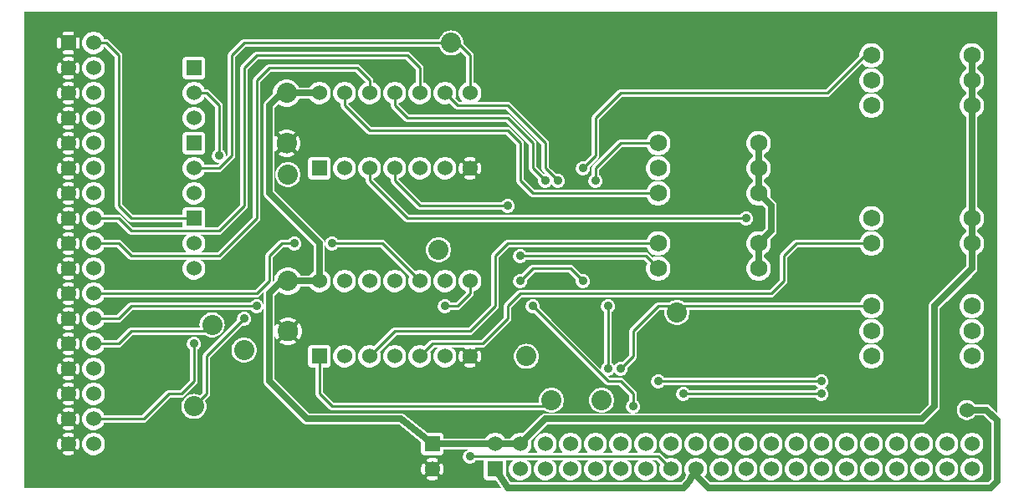
<source format=gbl>
G04 start of page 7 for group 5 idx 5 *
G04 Title: (unknown), bottom *
G04 Creator: pcb 20110918 *
G04 CreationDate: Wed 07 Dec 2016 14:25:13 GMT UTC *
G04 For: jasper *
G04 Format: Gerber/RS-274X *
G04 PCB-Dimensions: 393701 196850 *
G04 PCB-Coordinate-Origin: lower left *
%MOIN*%
%FSLAX25Y25*%
%LNBOTTOM*%
%ADD74C,0.0300*%
%ADD73C,0.0280*%
%ADD72C,0.0380*%
%ADD71C,0.0350*%
%ADD70C,0.0200*%
%ADD69C,0.0360*%
%ADD68C,0.0680*%
%ADD67C,0.0800*%
%ADD66C,0.0600*%
%ADD65C,0.0250*%
%ADD64C,0.0100*%
%ADD63C,0.0001*%
G54D63*G36*
X379992Y31992D02*X380311Y32187D01*
X380790Y32596D01*
X381199Y33075D01*
X381265Y33183D01*
X384895D01*
X387750Y30327D01*
Y7782D01*
X386568Y6600D01*
X379992D01*
Y7337D01*
X380000Y7336D01*
X380706Y7392D01*
X381395Y7557D01*
X382049Y7828D01*
X382653Y8198D01*
X383192Y8658D01*
X383652Y9197D01*
X384022Y9801D01*
X384293Y10455D01*
X384458Y11144D01*
X384500Y11850D01*
X384458Y12556D01*
X384293Y13245D01*
X384022Y13899D01*
X383652Y14503D01*
X383192Y15042D01*
X382653Y15502D01*
X382049Y15872D01*
X381395Y16143D01*
X380706Y16308D01*
X380000Y16364D01*
X379992Y16363D01*
Y17337D01*
X380000Y17336D01*
X380706Y17392D01*
X381395Y17557D01*
X382049Y17828D01*
X382653Y18198D01*
X383192Y18658D01*
X383652Y19197D01*
X384022Y19801D01*
X384293Y20455D01*
X384458Y21144D01*
X384500Y21850D01*
X384458Y22556D01*
X384293Y23245D01*
X384022Y23899D01*
X383652Y24503D01*
X383192Y25042D01*
X382653Y25502D01*
X382049Y25872D01*
X381395Y26143D01*
X380706Y26308D01*
X380000Y26364D01*
X379992Y26363D01*
Y31992D01*
G37*
G36*
Y88660D02*X381529Y90197D01*
X381596Y90254D01*
X381826Y90523D01*
X381826Y90523D01*
X382011Y90825D01*
X382146Y91153D01*
X382229Y91497D01*
X382257Y91850D01*
X382250Y91938D01*
Y97482D01*
X382889Y97874D01*
X383476Y98374D01*
X383976Y98961D01*
X384379Y99619D01*
X384675Y100331D01*
X384855Y101081D01*
X384900Y101850D01*
X384855Y102619D01*
X384675Y103369D01*
X384379Y104081D01*
X383976Y104739D01*
X383476Y105326D01*
X382889Y105826D01*
X382250Y106218D01*
Y107482D01*
X382889Y107874D01*
X383476Y108374D01*
X383976Y108961D01*
X384379Y109619D01*
X384675Y110331D01*
X384855Y111081D01*
X384900Y111850D01*
X384855Y112619D01*
X384675Y113369D01*
X384379Y114081D01*
X383976Y114739D01*
X383476Y115326D01*
X382889Y115826D01*
X382250Y116218D01*
Y152482D01*
X382889Y152874D01*
X383476Y153374D01*
X383976Y153961D01*
X384379Y154619D01*
X384675Y155331D01*
X384855Y156081D01*
X384900Y156850D01*
X384855Y157619D01*
X384675Y158369D01*
X384379Y159081D01*
X383976Y159739D01*
X383476Y160326D01*
X382889Y160826D01*
X382250Y161218D01*
Y162482D01*
X382889Y162874D01*
X383476Y163374D01*
X383976Y163961D01*
X384379Y164619D01*
X384675Y165331D01*
X384855Y166081D01*
X384900Y166850D01*
X384855Y167619D01*
X384675Y168369D01*
X384379Y169081D01*
X383976Y169739D01*
X383476Y170326D01*
X382889Y170826D01*
X382250Y171218D01*
Y172482D01*
X382889Y172874D01*
X383476Y173374D01*
X383976Y173961D01*
X384379Y174619D01*
X384675Y175331D01*
X384855Y176081D01*
X384900Y176850D01*
X384855Y177619D01*
X384675Y178369D01*
X384379Y179081D01*
X383976Y179739D01*
X383476Y180326D01*
X382889Y180826D01*
X382231Y181229D01*
X381519Y181525D01*
X380769Y181705D01*
X380000Y181765D01*
X379992Y181765D01*
Y194350D01*
X390000D01*
Y34441D01*
X387480Y36962D01*
X387423Y37029D01*
X387155Y37258D01*
X387154Y37259D01*
X387154Y37259D01*
X387154Y37259D01*
X387006Y37349D01*
X386852Y37444D01*
X386852Y37444D01*
X386852Y37444D01*
X386678Y37516D01*
X386525Y37579D01*
X386525Y37579D01*
X386524Y37579D01*
X386342Y37623D01*
X386180Y37662D01*
X386180Y37662D01*
X386180Y37662D01*
X386179Y37662D01*
X385827Y37690D01*
X385739Y37683D01*
X381265D01*
X381199Y37791D01*
X380790Y38270D01*
X380311Y38679D01*
X379992Y38874D01*
Y51935D01*
X380000Y51935D01*
X380769Y51995D01*
X381519Y52175D01*
X382231Y52471D01*
X382889Y52874D01*
X383476Y53374D01*
X383976Y53961D01*
X384379Y54619D01*
X384675Y55331D01*
X384855Y56081D01*
X384900Y56850D01*
X384855Y57619D01*
X384675Y58369D01*
X384379Y59081D01*
X383976Y59739D01*
X383476Y60326D01*
X382889Y60826D01*
X382231Y61229D01*
X381519Y61525D01*
X380769Y61705D01*
X380000Y61765D01*
X379992Y61765D01*
Y61935D01*
X380000Y61935D01*
X380769Y61995D01*
X381519Y62175D01*
X382231Y62471D01*
X382889Y62874D01*
X383476Y63374D01*
X383976Y63961D01*
X384379Y64619D01*
X384675Y65331D01*
X384855Y66081D01*
X384900Y66850D01*
X384855Y67619D01*
X384675Y68369D01*
X384379Y69081D01*
X383976Y69739D01*
X383476Y70326D01*
X382889Y70826D01*
X382231Y71229D01*
X381519Y71525D01*
X380769Y71705D01*
X380000Y71765D01*
X379992Y71765D01*
Y71935D01*
X380000Y71935D01*
X380769Y71995D01*
X381519Y72175D01*
X382231Y72471D01*
X382889Y72874D01*
X383476Y73374D01*
X383976Y73961D01*
X384379Y74619D01*
X384675Y75331D01*
X384855Y76081D01*
X384900Y76850D01*
X384855Y77619D01*
X384675Y78369D01*
X384379Y79081D01*
X383976Y79739D01*
X383476Y80326D01*
X382889Y80826D01*
X382231Y81229D01*
X381519Y81525D01*
X380769Y81705D01*
X380000Y81765D01*
X379992Y81765D01*
Y88660D01*
G37*
G36*
Y181765D02*X379231Y181705D01*
X378481Y181525D01*
X377769Y181229D01*
X377111Y180826D01*
X376524Y180326D01*
X376024Y179739D01*
X375621Y179081D01*
X375325Y178369D01*
X375145Y177619D01*
X375085Y176850D01*
X375145Y176081D01*
X375325Y175331D01*
X375621Y174619D01*
X376024Y173961D01*
X376524Y173374D01*
X377111Y172874D01*
X377750Y172482D01*
Y171218D01*
X377111Y170826D01*
X376524Y170326D01*
X376024Y169739D01*
X375621Y169081D01*
X375325Y168369D01*
X375145Y167619D01*
X375085Y166850D01*
X375145Y166081D01*
X375325Y165331D01*
X375621Y164619D01*
X376024Y163961D01*
X376524Y163374D01*
X377111Y162874D01*
X377750Y162482D01*
Y161218D01*
X377111Y160826D01*
X376524Y160326D01*
X376024Y159739D01*
X375621Y159081D01*
X375325Y158369D01*
X375145Y157619D01*
X375085Y156850D01*
X375145Y156081D01*
X375325Y155331D01*
X375621Y154619D01*
X376024Y153961D01*
X376524Y153374D01*
X377111Y152874D01*
X377750Y152482D01*
Y116218D01*
X377111Y115826D01*
X376524Y115326D01*
X376024Y114739D01*
X375621Y114081D01*
X375325Y113369D01*
X375145Y112619D01*
X375085Y111850D01*
X375145Y111081D01*
X375325Y110331D01*
X375621Y109619D01*
X376024Y108961D01*
X376524Y108374D01*
X377111Y107874D01*
X377750Y107482D01*
Y106218D01*
X377111Y105826D01*
X376524Y105326D01*
X376024Y104739D01*
X375621Y104081D01*
X375325Y103369D01*
X375145Y102619D01*
X375085Y101850D01*
X375145Y101081D01*
X375325Y100331D01*
X375621Y99619D01*
X376024Y98961D01*
X376524Y98374D01*
X377111Y97874D01*
X377750Y97482D01*
Y92782D01*
X363471Y78503D01*
X363404Y78446D01*
X363174Y78177D01*
X362989Y77875D01*
X362854Y77547D01*
X362771Y77203D01*
X362771Y77203D01*
X362743Y76850D01*
X362750Y76762D01*
Y37782D01*
X359068Y34100D01*
X339992D01*
Y51935D01*
X340000Y51935D01*
X340769Y51995D01*
X341519Y52175D01*
X342231Y52471D01*
X342889Y52874D01*
X343476Y53374D01*
X343976Y53961D01*
X344379Y54619D01*
X344675Y55331D01*
X344855Y56081D01*
X344900Y56850D01*
X344855Y57619D01*
X344675Y58369D01*
X344379Y59081D01*
X343976Y59739D01*
X343476Y60326D01*
X342889Y60826D01*
X342231Y61229D01*
X341519Y61525D01*
X340769Y61705D01*
X340000Y61765D01*
X339992Y61765D01*
Y61935D01*
X340000Y61935D01*
X340769Y61995D01*
X341519Y62175D01*
X342231Y62471D01*
X342889Y62874D01*
X343476Y63374D01*
X343976Y63961D01*
X344379Y64619D01*
X344675Y65331D01*
X344855Y66081D01*
X344900Y66850D01*
X344855Y67619D01*
X344675Y68369D01*
X344379Y69081D01*
X343976Y69739D01*
X343476Y70326D01*
X342889Y70826D01*
X342231Y71229D01*
X341519Y71525D01*
X340769Y71705D01*
X340000Y71765D01*
X339992Y71765D01*
Y71935D01*
X340000Y71935D01*
X340769Y71995D01*
X341519Y72175D01*
X342231Y72471D01*
X342889Y72874D01*
X343476Y73374D01*
X343976Y73961D01*
X344379Y74619D01*
X344675Y75331D01*
X344855Y76081D01*
X344900Y76850D01*
X344855Y77619D01*
X344675Y78369D01*
X344379Y79081D01*
X343976Y79739D01*
X343476Y80326D01*
X342889Y80826D01*
X342231Y81229D01*
X341519Y81525D01*
X340769Y81705D01*
X340000Y81765D01*
X339992Y81765D01*
Y96935D01*
X340000Y96935D01*
X340769Y96995D01*
X341519Y97175D01*
X342231Y97471D01*
X342889Y97874D01*
X343476Y98374D01*
X343976Y98961D01*
X344379Y99619D01*
X344675Y100331D01*
X344855Y101081D01*
X344900Y101850D01*
X344855Y102619D01*
X344675Y103369D01*
X344379Y104081D01*
X343976Y104739D01*
X343476Y105326D01*
X342889Y105826D01*
X342231Y106229D01*
X341519Y106525D01*
X340769Y106705D01*
X340000Y106765D01*
X339992Y106765D01*
Y106935D01*
X340000Y106935D01*
X340769Y106995D01*
X341519Y107175D01*
X342231Y107471D01*
X342889Y107874D01*
X343476Y108374D01*
X343976Y108961D01*
X344379Y109619D01*
X344675Y110331D01*
X344855Y111081D01*
X344900Y111850D01*
X344855Y112619D01*
X344675Y113369D01*
X344379Y114081D01*
X343976Y114739D01*
X343476Y115326D01*
X342889Y115826D01*
X342231Y116229D01*
X341519Y116525D01*
X340769Y116705D01*
X340000Y116765D01*
X339992Y116765D01*
Y151935D01*
X340000Y151935D01*
X340769Y151995D01*
X341519Y152175D01*
X342231Y152471D01*
X342889Y152874D01*
X343476Y153374D01*
X343976Y153961D01*
X344379Y154619D01*
X344675Y155331D01*
X344855Y156081D01*
X344900Y156850D01*
X344855Y157619D01*
X344675Y158369D01*
X344379Y159081D01*
X343976Y159739D01*
X343476Y160326D01*
X342889Y160826D01*
X342231Y161229D01*
X341519Y161525D01*
X340769Y161705D01*
X340000Y161765D01*
X339992Y161765D01*
Y161935D01*
X340000Y161935D01*
X340769Y161995D01*
X341519Y162175D01*
X342231Y162471D01*
X342889Y162874D01*
X343476Y163374D01*
X343976Y163961D01*
X344379Y164619D01*
X344675Y165331D01*
X344855Y166081D01*
X344900Y166850D01*
X344855Y167619D01*
X344675Y168369D01*
X344379Y169081D01*
X343976Y169739D01*
X343476Y170326D01*
X342889Y170826D01*
X342231Y171229D01*
X341519Y171525D01*
X340769Y171705D01*
X340000Y171765D01*
X339992Y171765D01*
Y171935D01*
X340000Y171935D01*
X340769Y171995D01*
X341519Y172175D01*
X342231Y172471D01*
X342889Y172874D01*
X343476Y173374D01*
X343976Y173961D01*
X344379Y174619D01*
X344675Y175331D01*
X344855Y176081D01*
X344900Y176850D01*
X344855Y177619D01*
X344675Y178369D01*
X344379Y179081D01*
X343976Y179739D01*
X343476Y180326D01*
X342889Y180826D01*
X342231Y181229D01*
X341519Y181525D01*
X340769Y181705D01*
X340000Y181765D01*
X339992Y181765D01*
Y194350D01*
X379992D01*
Y181765D01*
G37*
G36*
X369993Y78661D02*X379992Y88660D01*
Y81765D01*
X379231Y81705D01*
X378481Y81525D01*
X377769Y81229D01*
X377111Y80826D01*
X376524Y80326D01*
X376024Y79739D01*
X375621Y79081D01*
X375325Y78369D01*
X375145Y77619D01*
X375085Y76850D01*
X375145Y76081D01*
X375325Y75331D01*
X375621Y74619D01*
X376024Y73961D01*
X376524Y73374D01*
X377111Y72874D01*
X377769Y72471D01*
X378481Y72175D01*
X379231Y71995D01*
X379992Y71935D01*
Y71765D01*
X379231Y71705D01*
X378481Y71525D01*
X377769Y71229D01*
X377111Y70826D01*
X376524Y70326D01*
X376024Y69739D01*
X375621Y69081D01*
X375325Y68369D01*
X375145Y67619D01*
X375085Y66850D01*
X375145Y66081D01*
X375325Y65331D01*
X375621Y64619D01*
X376024Y63961D01*
X376524Y63374D01*
X377111Y62874D01*
X377769Y62471D01*
X378481Y62175D01*
X379231Y61995D01*
X379992Y61935D01*
Y61765D01*
X379231Y61705D01*
X378481Y61525D01*
X377769Y61229D01*
X377111Y60826D01*
X376524Y60326D01*
X376024Y59739D01*
X375621Y59081D01*
X375325Y58369D01*
X375145Y57619D01*
X375085Y56850D01*
X375145Y56081D01*
X375325Y55331D01*
X375621Y54619D01*
X376024Y53961D01*
X376524Y53374D01*
X377111Y52874D01*
X377769Y52471D01*
X378481Y52175D01*
X379231Y51995D01*
X379992Y51935D01*
Y38874D01*
X379775Y39008D01*
X379193Y39249D01*
X378581Y39396D01*
X377953Y39445D01*
X377325Y39396D01*
X376713Y39249D01*
X376131Y39008D01*
X375595Y38679D01*
X375116Y38270D01*
X374707Y37791D01*
X374378Y37255D01*
X374137Y36673D01*
X373990Y36061D01*
X373941Y35433D01*
X373990Y34805D01*
X374137Y34193D01*
X374378Y33611D01*
X374707Y33075D01*
X375116Y32596D01*
X375595Y32187D01*
X376131Y31858D01*
X376713Y31617D01*
X377325Y31470D01*
X377953Y31421D01*
X378581Y31470D01*
X379193Y31617D01*
X379775Y31858D01*
X379992Y31992D01*
Y26363D01*
X379294Y26308D01*
X378605Y26143D01*
X377951Y25872D01*
X377347Y25502D01*
X376808Y25042D01*
X376348Y24503D01*
X375978Y23899D01*
X375707Y23245D01*
X375542Y22556D01*
X375486Y21850D01*
X375542Y21144D01*
X375707Y20455D01*
X375978Y19801D01*
X376348Y19197D01*
X376808Y18658D01*
X377347Y18198D01*
X377951Y17828D01*
X378605Y17557D01*
X379294Y17392D01*
X379992Y17337D01*
Y16363D01*
X379294Y16308D01*
X378605Y16143D01*
X377951Y15872D01*
X377347Y15502D01*
X376808Y15042D01*
X376348Y14503D01*
X375978Y13899D01*
X375707Y13245D01*
X375542Y12556D01*
X375486Y11850D01*
X375542Y11144D01*
X375707Y10455D01*
X375978Y9801D01*
X376348Y9197D01*
X376808Y8658D01*
X377347Y8198D01*
X377951Y7828D01*
X378605Y7557D01*
X379294Y7392D01*
X379992Y7337D01*
Y6600D01*
X369993D01*
Y7337D01*
X370000Y7336D01*
X370706Y7392D01*
X371395Y7557D01*
X372049Y7828D01*
X372653Y8198D01*
X373192Y8658D01*
X373652Y9197D01*
X374022Y9801D01*
X374293Y10455D01*
X374458Y11144D01*
X374500Y11850D01*
X374458Y12556D01*
X374293Y13245D01*
X374022Y13899D01*
X373652Y14503D01*
X373192Y15042D01*
X372653Y15502D01*
X372049Y15872D01*
X371395Y16143D01*
X370706Y16308D01*
X370000Y16364D01*
X369993Y16363D01*
Y17337D01*
X370000Y17336D01*
X370706Y17392D01*
X371395Y17557D01*
X372049Y17828D01*
X372653Y18198D01*
X373192Y18658D01*
X373652Y19197D01*
X374022Y19801D01*
X374293Y20455D01*
X374458Y21144D01*
X374500Y21850D01*
X374458Y22556D01*
X374293Y23245D01*
X374022Y23899D01*
X373652Y24503D01*
X373192Y25042D01*
X372653Y25502D01*
X372049Y25872D01*
X371395Y26143D01*
X370706Y26308D01*
X370000Y26364D01*
X369993Y26363D01*
Y78661D01*
G37*
G36*
X360353Y29621D02*X360353Y29621D01*
X360697Y29704D01*
X361025Y29839D01*
X361327Y30024D01*
X361596Y30254D01*
X361653Y30321D01*
X366529Y35197D01*
X366596Y35254D01*
X366826Y35523D01*
X366826Y35523D01*
X367011Y35825D01*
X367146Y36153D01*
X367229Y36497D01*
X367257Y36850D01*
X367250Y36938D01*
Y75918D01*
X369993Y78661D01*
Y26363D01*
X369294Y26308D01*
X368605Y26143D01*
X367951Y25872D01*
X367347Y25502D01*
X366808Y25042D01*
X366348Y24503D01*
X365978Y23899D01*
X365707Y23245D01*
X365542Y22556D01*
X365486Y21850D01*
X365542Y21144D01*
X365707Y20455D01*
X365978Y19801D01*
X366348Y19197D01*
X366808Y18658D01*
X367347Y18198D01*
X367951Y17828D01*
X368605Y17557D01*
X369294Y17392D01*
X369993Y17337D01*
Y16363D01*
X369294Y16308D01*
X368605Y16143D01*
X367951Y15872D01*
X367347Y15502D01*
X366808Y15042D01*
X366348Y14503D01*
X365978Y13899D01*
X365707Y13245D01*
X365542Y12556D01*
X365486Y11850D01*
X365542Y11144D01*
X365707Y10455D01*
X365978Y9801D01*
X366348Y9197D01*
X366808Y8658D01*
X367347Y8198D01*
X367951Y7828D01*
X368605Y7557D01*
X369294Y7392D01*
X369993Y7337D01*
Y6600D01*
X359993D01*
Y7337D01*
X360000Y7336D01*
X360706Y7392D01*
X361395Y7557D01*
X362049Y7828D01*
X362653Y8198D01*
X363192Y8658D01*
X363652Y9197D01*
X364022Y9801D01*
X364293Y10455D01*
X364458Y11144D01*
X364500Y11850D01*
X364458Y12556D01*
X364293Y13245D01*
X364022Y13899D01*
X363652Y14503D01*
X363192Y15042D01*
X362653Y15502D01*
X362049Y15872D01*
X361395Y16143D01*
X360706Y16308D01*
X360000Y16364D01*
X359993Y16363D01*
Y17337D01*
X360000Y17336D01*
X360706Y17392D01*
X361395Y17557D01*
X362049Y17828D01*
X362653Y18198D01*
X363192Y18658D01*
X363652Y19197D01*
X364022Y19801D01*
X364293Y20455D01*
X364458Y21144D01*
X364500Y21850D01*
X364458Y22556D01*
X364293Y23245D01*
X364022Y23899D01*
X363652Y24503D01*
X363192Y25042D01*
X362653Y25502D01*
X362049Y25872D01*
X361395Y26143D01*
X360706Y26308D01*
X360000Y26364D01*
X359993Y26363D01*
Y29594D01*
X360000Y29593D01*
X360353Y29621D01*
G37*
G36*
X359993Y6600D02*X349993D01*
Y7337D01*
X350000Y7336D01*
X350706Y7392D01*
X351395Y7557D01*
X352049Y7828D01*
X352653Y8198D01*
X353192Y8658D01*
X353652Y9197D01*
X354022Y9801D01*
X354293Y10455D01*
X354458Y11144D01*
X354500Y11850D01*
X354458Y12556D01*
X354293Y13245D01*
X354022Y13899D01*
X353652Y14503D01*
X353192Y15042D01*
X352653Y15502D01*
X352049Y15872D01*
X351395Y16143D01*
X350706Y16308D01*
X350000Y16364D01*
X349993Y16363D01*
Y17337D01*
X350000Y17336D01*
X350706Y17392D01*
X351395Y17557D01*
X352049Y17828D01*
X352653Y18198D01*
X353192Y18658D01*
X353652Y19197D01*
X354022Y19801D01*
X354293Y20455D01*
X354458Y21144D01*
X354500Y21850D01*
X354458Y22556D01*
X354293Y23245D01*
X354022Y23899D01*
X353652Y24503D01*
X353192Y25042D01*
X352653Y25502D01*
X352049Y25872D01*
X351395Y26143D01*
X350706Y26308D01*
X350000Y26364D01*
X349993Y26363D01*
Y29600D01*
X359912D01*
X359993Y29594D01*
Y26363D01*
X359294Y26308D01*
X358605Y26143D01*
X357951Y25872D01*
X357347Y25502D01*
X356808Y25042D01*
X356348Y24503D01*
X355978Y23899D01*
X355707Y23245D01*
X355542Y22556D01*
X355486Y21850D01*
X355542Y21144D01*
X355707Y20455D01*
X355978Y19801D01*
X356348Y19197D01*
X356808Y18658D01*
X357347Y18198D01*
X357951Y17828D01*
X358605Y17557D01*
X359294Y17392D01*
X359993Y17337D01*
Y16363D01*
X359294Y16308D01*
X358605Y16143D01*
X357951Y15872D01*
X357347Y15502D01*
X356808Y15042D01*
X356348Y14503D01*
X355978Y13899D01*
X355707Y13245D01*
X355542Y12556D01*
X355486Y11850D01*
X355542Y11144D01*
X355707Y10455D01*
X355978Y9801D01*
X356348Y9197D01*
X356808Y8658D01*
X357347Y8198D01*
X357951Y7828D01*
X358605Y7557D01*
X359294Y7392D01*
X359993Y7337D01*
Y6600D01*
G37*
G36*
X349993D02*X339992D01*
Y7337D01*
X340000Y7336D01*
X340706Y7392D01*
X341395Y7557D01*
X342049Y7828D01*
X342653Y8198D01*
X343192Y8658D01*
X343652Y9197D01*
X344022Y9801D01*
X344293Y10455D01*
X344458Y11144D01*
X344500Y11850D01*
X344458Y12556D01*
X344293Y13245D01*
X344022Y13899D01*
X343652Y14503D01*
X343192Y15042D01*
X342653Y15502D01*
X342049Y15872D01*
X341395Y16143D01*
X340706Y16308D01*
X340000Y16364D01*
X339992Y16363D01*
Y17337D01*
X340000Y17336D01*
X340706Y17392D01*
X341395Y17557D01*
X342049Y17828D01*
X342653Y18198D01*
X343192Y18658D01*
X343652Y19197D01*
X344022Y19801D01*
X344293Y20455D01*
X344458Y21144D01*
X344500Y21850D01*
X344458Y22556D01*
X344293Y23245D01*
X344022Y23899D01*
X343652Y24503D01*
X343192Y25042D01*
X342653Y25502D01*
X342049Y25872D01*
X341395Y26143D01*
X340706Y26308D01*
X340000Y26364D01*
X339992Y26363D01*
Y29600D01*
X349993D01*
Y26363D01*
X349294Y26308D01*
X348605Y26143D01*
X347951Y25872D01*
X347347Y25502D01*
X346808Y25042D01*
X346348Y24503D01*
X345978Y23899D01*
X345707Y23245D01*
X345542Y22556D01*
X345486Y21850D01*
X345542Y21144D01*
X345707Y20455D01*
X345978Y19801D01*
X346348Y19197D01*
X346808Y18658D01*
X347347Y18198D01*
X347951Y17828D01*
X348605Y17557D01*
X349294Y17392D01*
X349993Y17337D01*
Y16363D01*
X349294Y16308D01*
X348605Y16143D01*
X347951Y15872D01*
X347347Y15502D01*
X346808Y15042D01*
X346348Y14503D01*
X345978Y13899D01*
X345707Y13245D01*
X345542Y12556D01*
X345486Y11850D01*
X345542Y11144D01*
X345707Y10455D01*
X345978Y9801D01*
X346348Y9197D01*
X346808Y8658D01*
X347347Y8198D01*
X347951Y7828D01*
X348605Y7557D01*
X349294Y7392D01*
X349993Y7337D01*
Y6600D01*
G37*
G36*
X339992D02*X329993D01*
Y7337D01*
X330000Y7336D01*
X330706Y7392D01*
X331395Y7557D01*
X332049Y7828D01*
X332653Y8198D01*
X333192Y8658D01*
X333652Y9197D01*
X334022Y9801D01*
X334293Y10455D01*
X334458Y11144D01*
X334500Y11850D01*
X334458Y12556D01*
X334293Y13245D01*
X334022Y13899D01*
X333652Y14503D01*
X333192Y15042D01*
X332653Y15502D01*
X332049Y15872D01*
X331395Y16143D01*
X330706Y16308D01*
X330000Y16364D01*
X329993Y16363D01*
Y17337D01*
X330000Y17336D01*
X330706Y17392D01*
X331395Y17557D01*
X332049Y17828D01*
X332653Y18198D01*
X333192Y18658D01*
X333652Y19197D01*
X334022Y19801D01*
X334293Y20455D01*
X334458Y21144D01*
X334500Y21850D01*
X334458Y22556D01*
X334293Y23245D01*
X334022Y23899D01*
X333652Y24503D01*
X333192Y25042D01*
X332653Y25502D01*
X332049Y25872D01*
X331395Y26143D01*
X330706Y26308D01*
X330000Y26364D01*
X329993Y26363D01*
Y29600D01*
X339992D01*
Y26363D01*
X339294Y26308D01*
X338605Y26143D01*
X337951Y25872D01*
X337347Y25502D01*
X336808Y25042D01*
X336348Y24503D01*
X335978Y23899D01*
X335707Y23245D01*
X335542Y22556D01*
X335486Y21850D01*
X335542Y21144D01*
X335707Y20455D01*
X335978Y19801D01*
X336348Y19197D01*
X336808Y18658D01*
X337347Y18198D01*
X337951Y17828D01*
X338605Y17557D01*
X339294Y17392D01*
X339992Y17337D01*
Y16363D01*
X339294Y16308D01*
X338605Y16143D01*
X337951Y15872D01*
X337347Y15502D01*
X336808Y15042D01*
X336348Y14503D01*
X335978Y13899D01*
X335707Y13245D01*
X335542Y12556D01*
X335486Y11850D01*
X335542Y11144D01*
X335707Y10455D01*
X335978Y9801D01*
X336348Y9197D01*
X336808Y8658D01*
X337347Y8198D01*
X337951Y7828D01*
X338605Y7557D01*
X339294Y7392D01*
X339992Y7337D01*
Y6600D01*
G37*
G36*
X329993D02*X319993D01*
Y7337D01*
X320000Y7336D01*
X320706Y7392D01*
X321395Y7557D01*
X322049Y7828D01*
X322653Y8198D01*
X323192Y8658D01*
X323652Y9197D01*
X324022Y9801D01*
X324293Y10455D01*
X324458Y11144D01*
X324500Y11850D01*
X324458Y12556D01*
X324293Y13245D01*
X324022Y13899D01*
X323652Y14503D01*
X323192Y15042D01*
X322653Y15502D01*
X322049Y15872D01*
X321395Y16143D01*
X320706Y16308D01*
X320000Y16364D01*
X319993Y16363D01*
Y17337D01*
X320000Y17336D01*
X320706Y17392D01*
X321395Y17557D01*
X322049Y17828D01*
X322653Y18198D01*
X323192Y18658D01*
X323652Y19197D01*
X324022Y19801D01*
X324293Y20455D01*
X324458Y21144D01*
X324500Y21850D01*
X324458Y22556D01*
X324293Y23245D01*
X324022Y23899D01*
X323652Y24503D01*
X323192Y25042D01*
X322653Y25502D01*
X322049Y25872D01*
X321395Y26143D01*
X320706Y26308D01*
X320000Y26364D01*
X319993Y26363D01*
Y29600D01*
X329993D01*
Y26363D01*
X329294Y26308D01*
X328605Y26143D01*
X327951Y25872D01*
X327347Y25502D01*
X326808Y25042D01*
X326348Y24503D01*
X325978Y23899D01*
X325707Y23245D01*
X325542Y22556D01*
X325486Y21850D01*
X325542Y21144D01*
X325707Y20455D01*
X325978Y19801D01*
X326348Y19197D01*
X326808Y18658D01*
X327347Y18198D01*
X327951Y17828D01*
X328605Y17557D01*
X329294Y17392D01*
X329993Y17337D01*
Y16363D01*
X329294Y16308D01*
X328605Y16143D01*
X327951Y15872D01*
X327347Y15502D01*
X326808Y15042D01*
X326348Y14503D01*
X325978Y13899D01*
X325707Y13245D01*
X325542Y12556D01*
X325486Y11850D01*
X325542Y11144D01*
X325707Y10455D01*
X325978Y9801D01*
X326348Y9197D01*
X326808Y8658D01*
X327347Y8198D01*
X327951Y7828D01*
X328605Y7557D01*
X329294Y7392D01*
X329993Y7337D01*
Y6600D01*
G37*
G36*
X319993D02*X309993D01*
Y7337D01*
X310000Y7336D01*
X310706Y7392D01*
X311395Y7557D01*
X312049Y7828D01*
X312653Y8198D01*
X313192Y8658D01*
X313652Y9197D01*
X314022Y9801D01*
X314293Y10455D01*
X314458Y11144D01*
X314500Y11850D01*
X314458Y12556D01*
X314293Y13245D01*
X314022Y13899D01*
X313652Y14503D01*
X313192Y15042D01*
X312653Y15502D01*
X312049Y15872D01*
X311395Y16143D01*
X310706Y16308D01*
X310000Y16364D01*
X309993Y16363D01*
Y17337D01*
X310000Y17336D01*
X310706Y17392D01*
X311395Y17557D01*
X312049Y17828D01*
X312653Y18198D01*
X313192Y18658D01*
X313652Y19197D01*
X314022Y19801D01*
X314293Y20455D01*
X314458Y21144D01*
X314500Y21850D01*
X314458Y22556D01*
X314293Y23245D01*
X314022Y23899D01*
X313652Y24503D01*
X313192Y25042D01*
X312653Y25502D01*
X312049Y25872D01*
X311395Y26143D01*
X310706Y26308D01*
X310000Y26364D01*
X309993Y26363D01*
Y29600D01*
X319993D01*
Y26363D01*
X319294Y26308D01*
X318605Y26143D01*
X317951Y25872D01*
X317347Y25502D01*
X316808Y25042D01*
X316348Y24503D01*
X315978Y23899D01*
X315707Y23245D01*
X315542Y22556D01*
X315486Y21850D01*
X315542Y21144D01*
X315707Y20455D01*
X315978Y19801D01*
X316348Y19197D01*
X316808Y18658D01*
X317347Y18198D01*
X317951Y17828D01*
X318605Y17557D01*
X319294Y17392D01*
X319993Y17337D01*
Y16363D01*
X319294Y16308D01*
X318605Y16143D01*
X317951Y15872D01*
X317347Y15502D01*
X316808Y15042D01*
X316348Y14503D01*
X315978Y13899D01*
X315707Y13245D01*
X315542Y12556D01*
X315486Y11850D01*
X315542Y11144D01*
X315707Y10455D01*
X315978Y9801D01*
X316348Y9197D01*
X316808Y8658D01*
X317347Y8198D01*
X317951Y7828D01*
X318605Y7557D01*
X319294Y7392D01*
X319993Y7337D01*
Y6600D01*
G37*
G36*
X309993D02*X299993D01*
Y7337D01*
X300000Y7336D01*
X300706Y7392D01*
X301395Y7557D01*
X302049Y7828D01*
X302653Y8198D01*
X303192Y8658D01*
X303652Y9197D01*
X304022Y9801D01*
X304293Y10455D01*
X304458Y11144D01*
X304500Y11850D01*
X304458Y12556D01*
X304293Y13245D01*
X304022Y13899D01*
X303652Y14503D01*
X303192Y15042D01*
X302653Y15502D01*
X302049Y15872D01*
X301395Y16143D01*
X300706Y16308D01*
X300000Y16364D01*
X299993Y16363D01*
Y17337D01*
X300000Y17336D01*
X300706Y17392D01*
X301395Y17557D01*
X302049Y17828D01*
X302653Y18198D01*
X303192Y18658D01*
X303652Y19197D01*
X304022Y19801D01*
X304293Y20455D01*
X304458Y21144D01*
X304500Y21850D01*
X304458Y22556D01*
X304293Y23245D01*
X304022Y23899D01*
X303652Y24503D01*
X303192Y25042D01*
X302653Y25502D01*
X302049Y25872D01*
X301395Y26143D01*
X300706Y26308D01*
X300000Y26364D01*
X299993Y26363D01*
Y29600D01*
X309993D01*
Y26363D01*
X309294Y26308D01*
X308605Y26143D01*
X307951Y25872D01*
X307347Y25502D01*
X306808Y25042D01*
X306348Y24503D01*
X305978Y23899D01*
X305707Y23245D01*
X305542Y22556D01*
X305486Y21850D01*
X305542Y21144D01*
X305707Y20455D01*
X305978Y19801D01*
X306348Y19197D01*
X306808Y18658D01*
X307347Y18198D01*
X307951Y17828D01*
X308605Y17557D01*
X309294Y17392D01*
X309993Y17337D01*
Y16363D01*
X309294Y16308D01*
X308605Y16143D01*
X307951Y15872D01*
X307347Y15502D01*
X306808Y15042D01*
X306348Y14503D01*
X305978Y13899D01*
X305707Y13245D01*
X305542Y12556D01*
X305486Y11850D01*
X305542Y11144D01*
X305707Y10455D01*
X305978Y9801D01*
X306348Y9197D01*
X306808Y8658D01*
X307347Y8198D01*
X307951Y7828D01*
X308605Y7557D01*
X309294Y7392D01*
X309993Y7337D01*
Y6600D01*
G37*
G36*
X299993D02*X289993D01*
Y7337D01*
X290000Y7336D01*
X290706Y7392D01*
X291395Y7557D01*
X292049Y7828D01*
X292653Y8198D01*
X293192Y8658D01*
X293652Y9197D01*
X294022Y9801D01*
X294293Y10455D01*
X294458Y11144D01*
X294500Y11850D01*
X294458Y12556D01*
X294293Y13245D01*
X294022Y13899D01*
X293652Y14503D01*
X293192Y15042D01*
X292653Y15502D01*
X292049Y15872D01*
X291395Y16143D01*
X290706Y16308D01*
X290000Y16364D01*
X289993Y16363D01*
Y17337D01*
X290000Y17336D01*
X290706Y17392D01*
X291395Y17557D01*
X292049Y17828D01*
X292653Y18198D01*
X293192Y18658D01*
X293652Y19197D01*
X294022Y19801D01*
X294293Y20455D01*
X294458Y21144D01*
X294500Y21850D01*
X294458Y22556D01*
X294293Y23245D01*
X294022Y23899D01*
X293652Y24503D01*
X293192Y25042D01*
X292653Y25502D01*
X292049Y25872D01*
X291395Y26143D01*
X290706Y26308D01*
X290000Y26364D01*
X289993Y26363D01*
Y29600D01*
X299993D01*
Y26363D01*
X299294Y26308D01*
X298605Y26143D01*
X297951Y25872D01*
X297347Y25502D01*
X296808Y25042D01*
X296348Y24503D01*
X295978Y23899D01*
X295707Y23245D01*
X295542Y22556D01*
X295486Y21850D01*
X295542Y21144D01*
X295707Y20455D01*
X295978Y19801D01*
X296348Y19197D01*
X296808Y18658D01*
X297347Y18198D01*
X297951Y17828D01*
X298605Y17557D01*
X299294Y17392D01*
X299993Y17337D01*
Y16363D01*
X299294Y16308D01*
X298605Y16143D01*
X297951Y15872D01*
X297347Y15502D01*
X296808Y15042D01*
X296348Y14503D01*
X295978Y13899D01*
X295707Y13245D01*
X295542Y12556D01*
X295486Y11850D01*
X295542Y11144D01*
X295707Y10455D01*
X295978Y9801D01*
X296348Y9197D01*
X296808Y8658D01*
X297347Y8198D01*
X297951Y7828D01*
X298605Y7557D01*
X299294Y7392D01*
X299993Y7337D01*
Y6600D01*
G37*
G36*
X289993D02*X279993D01*
Y7337D01*
X280000Y7336D01*
X280706Y7392D01*
X281395Y7557D01*
X282049Y7828D01*
X282653Y8198D01*
X283192Y8658D01*
X283652Y9197D01*
X284022Y9801D01*
X284293Y10455D01*
X284458Y11144D01*
X284500Y11850D01*
X284458Y12556D01*
X284293Y13245D01*
X284022Y13899D01*
X283652Y14503D01*
X283192Y15042D01*
X282653Y15502D01*
X282049Y15872D01*
X281395Y16143D01*
X280706Y16308D01*
X280000Y16364D01*
X279993Y16363D01*
Y17337D01*
X280000Y17336D01*
X280706Y17392D01*
X281395Y17557D01*
X282049Y17828D01*
X282653Y18198D01*
X283192Y18658D01*
X283652Y19197D01*
X284022Y19801D01*
X284293Y20455D01*
X284458Y21144D01*
X284500Y21850D01*
X284458Y22556D01*
X284293Y23245D01*
X284022Y23899D01*
X283652Y24503D01*
X283192Y25042D01*
X282653Y25502D01*
X282049Y25872D01*
X281395Y26143D01*
X280706Y26308D01*
X280000Y26364D01*
X279993Y26363D01*
Y29600D01*
X289993D01*
Y26363D01*
X289294Y26308D01*
X288605Y26143D01*
X287951Y25872D01*
X287347Y25502D01*
X286808Y25042D01*
X286348Y24503D01*
X285978Y23899D01*
X285707Y23245D01*
X285542Y22556D01*
X285486Y21850D01*
X285542Y21144D01*
X285707Y20455D01*
X285978Y19801D01*
X286348Y19197D01*
X286808Y18658D01*
X287347Y18198D01*
X287951Y17828D01*
X288605Y17557D01*
X289294Y17392D01*
X289993Y17337D01*
Y16363D01*
X289294Y16308D01*
X288605Y16143D01*
X287951Y15872D01*
X287347Y15502D01*
X286808Y15042D01*
X286348Y14503D01*
X285978Y13899D01*
X285707Y13245D01*
X285542Y12556D01*
X285486Y11850D01*
X285542Y11144D01*
X285707Y10455D01*
X285978Y9801D01*
X286348Y9197D01*
X286808Y8658D01*
X287347Y8198D01*
X287951Y7828D01*
X288605Y7557D01*
X289294Y7392D01*
X289993Y7337D01*
Y6600D01*
G37*
G36*
X279993D02*X275932D01*
X273506Y9026D01*
X273652Y9197D01*
X274022Y9801D01*
X274293Y10455D01*
X274458Y11144D01*
X274500Y11850D01*
X274458Y12556D01*
X274293Y13245D01*
X274022Y13899D01*
X273652Y14503D01*
X273192Y15042D01*
X272653Y15502D01*
X272049Y15872D01*
X271395Y16143D01*
X270706Y16308D01*
X270000Y16364D01*
X269993Y16363D01*
Y17337D01*
X270000Y17336D01*
X270706Y17392D01*
X271395Y17557D01*
X272049Y17828D01*
X272653Y18198D01*
X273192Y18658D01*
X273652Y19197D01*
X274022Y19801D01*
X274293Y20455D01*
X274458Y21144D01*
X274500Y21850D01*
X274458Y22556D01*
X274293Y23245D01*
X274022Y23899D01*
X273652Y24503D01*
X273192Y25042D01*
X272653Y25502D01*
X272049Y25872D01*
X271395Y26143D01*
X270706Y26308D01*
X270000Y26364D01*
X269993Y26363D01*
Y29600D01*
X279993D01*
Y26363D01*
X279294Y26308D01*
X278605Y26143D01*
X277951Y25872D01*
X277347Y25502D01*
X276808Y25042D01*
X276348Y24503D01*
X275978Y23899D01*
X275707Y23245D01*
X275542Y22556D01*
X275486Y21850D01*
X275542Y21144D01*
X275707Y20455D01*
X275978Y19801D01*
X276348Y19197D01*
X276808Y18658D01*
X277347Y18198D01*
X277951Y17828D01*
X278605Y17557D01*
X279294Y17392D01*
X279993Y17337D01*
Y16363D01*
X279294Y16308D01*
X278605Y16143D01*
X277951Y15872D01*
X277347Y15502D01*
X276808Y15042D01*
X276348Y14503D01*
X275978Y13899D01*
X275707Y13245D01*
X275542Y12556D01*
X275486Y11850D01*
X275542Y11144D01*
X275707Y10455D01*
X275978Y9801D01*
X276348Y9197D01*
X276808Y8658D01*
X277347Y8198D01*
X277951Y7828D01*
X278605Y7557D01*
X279294Y7392D01*
X279993Y7337D01*
Y6600D01*
G37*
G36*
X269993Y16363D02*X269294Y16308D01*
X268605Y16143D01*
X267951Y15872D01*
X267347Y15502D01*
X266808Y15042D01*
X266348Y14503D01*
X265978Y13899D01*
X265707Y13245D01*
X265542Y12556D01*
X265486Y11850D01*
X265542Y11144D01*
X265707Y10455D01*
X265978Y9801D01*
X266243Y9368D01*
X265651Y8183D01*
X264068Y6600D01*
X259993D01*
Y7337D01*
X260000Y7336D01*
X260706Y7392D01*
X261395Y7557D01*
X262049Y7828D01*
X262653Y8198D01*
X263192Y8658D01*
X263652Y9197D01*
X264022Y9801D01*
X264293Y10455D01*
X264458Y11144D01*
X264500Y11850D01*
X264458Y12556D01*
X264293Y13245D01*
X264022Y13899D01*
X263652Y14503D01*
X263192Y15042D01*
X262653Y15502D01*
X262049Y15872D01*
X261395Y16143D01*
X260706Y16308D01*
X260000Y16364D01*
X259993Y16363D01*
Y17337D01*
X260000Y17336D01*
X260706Y17392D01*
X261395Y17557D01*
X262049Y17828D01*
X262653Y18198D01*
X263192Y18658D01*
X263652Y19197D01*
X264022Y19801D01*
X264293Y20455D01*
X264458Y21144D01*
X264500Y21850D01*
X264458Y22556D01*
X264293Y23245D01*
X264022Y23899D01*
X263652Y24503D01*
X263192Y25042D01*
X262653Y25502D01*
X262049Y25872D01*
X261395Y26143D01*
X260706Y26308D01*
X260000Y26364D01*
X259993Y26363D01*
Y29600D01*
X269993D01*
Y26363D01*
X269294Y26308D01*
X268605Y26143D01*
X267951Y25872D01*
X267347Y25502D01*
X266808Y25042D01*
X266348Y24503D01*
X265978Y23899D01*
X265707Y23245D01*
X265542Y22556D01*
X265486Y21850D01*
X265542Y21144D01*
X265707Y20455D01*
X265978Y19801D01*
X266348Y19197D01*
X266808Y18658D01*
X267347Y18198D01*
X267951Y17828D01*
X268605Y17557D01*
X269294Y17392D01*
X269993Y17337D01*
Y16363D01*
G37*
G36*
X259993D02*X259294Y16308D01*
X258605Y16143D01*
X258056Y15915D01*
X256102Y17869D01*
X256064Y17914D01*
X255884Y18067D01*
X255683Y18191D01*
X255465Y18281D01*
X255235Y18336D01*
X255000Y18355D01*
X254941Y18350D01*
X252831D01*
X253192Y18658D01*
X253652Y19197D01*
X254022Y19801D01*
X254293Y20455D01*
X254458Y21144D01*
X254500Y21850D01*
X254458Y22556D01*
X254293Y23245D01*
X254022Y23899D01*
X253652Y24503D01*
X253192Y25042D01*
X252653Y25502D01*
X252049Y25872D01*
X251395Y26143D01*
X250706Y26308D01*
X250000Y26364D01*
X249294Y26308D01*
X248605Y26143D01*
X247951Y25872D01*
X247347Y25502D01*
X246808Y25042D01*
X246348Y24503D01*
X245978Y23899D01*
X245707Y23245D01*
X245542Y22556D01*
X245486Y21850D01*
X245542Y21144D01*
X245707Y20455D01*
X245978Y19801D01*
X246348Y19197D01*
X246808Y18658D01*
X247169Y18350D01*
X242831D01*
X243192Y18658D01*
X243652Y19197D01*
X244022Y19801D01*
X244293Y20455D01*
X244458Y21144D01*
X244500Y21850D01*
X244458Y22556D01*
X244293Y23245D01*
X244022Y23899D01*
X243652Y24503D01*
X243192Y25042D01*
X242653Y25502D01*
X242049Y25872D01*
X241395Y26143D01*
X240706Y26308D01*
X240000Y26364D01*
X239294Y26308D01*
X238605Y26143D01*
X237951Y25872D01*
X237347Y25502D01*
X236808Y25042D01*
X236348Y24503D01*
X235978Y23899D01*
X235707Y23245D01*
X235542Y22556D01*
X235486Y21850D01*
X235542Y21144D01*
X235707Y20455D01*
X235978Y19801D01*
X236348Y19197D01*
X236808Y18658D01*
X237169Y18350D01*
X232831D01*
X233192Y18658D01*
X233652Y19197D01*
X234022Y19801D01*
X234293Y20455D01*
X234458Y21144D01*
X234500Y21850D01*
X234458Y22556D01*
X234293Y23245D01*
X234022Y23899D01*
X233652Y24503D01*
X233192Y25042D01*
X232653Y25502D01*
X232049Y25872D01*
X231395Y26143D01*
X230706Y26308D01*
X230000Y26364D01*
X229294Y26308D01*
X228605Y26143D01*
X227951Y25872D01*
X227347Y25502D01*
X226808Y25042D01*
X226348Y24503D01*
X225978Y23899D01*
X225707Y23245D01*
X225542Y22556D01*
X225486Y21850D01*
X225542Y21144D01*
X225707Y20455D01*
X225978Y19801D01*
X226348Y19197D01*
X226808Y18658D01*
X227169Y18350D01*
X222831D01*
X223192Y18658D01*
X223652Y19197D01*
X224022Y19801D01*
X224293Y20455D01*
X224458Y21144D01*
X224500Y21850D01*
X224458Y22556D01*
X224293Y23245D01*
X224022Y23899D01*
X223652Y24503D01*
X223192Y25042D01*
X222653Y25502D01*
X222049Y25872D01*
X221395Y26143D01*
X220706Y26308D01*
X220000Y26364D01*
X219294Y26308D01*
X218605Y26143D01*
X217951Y25872D01*
X217347Y25502D01*
X216808Y25042D01*
X216348Y24503D01*
X215978Y23899D01*
X215707Y23245D01*
X215542Y22556D01*
X215486Y21850D01*
X215542Y21144D01*
X215707Y20455D01*
X215978Y19801D01*
X216348Y19197D01*
X216808Y18658D01*
X217169Y18350D01*
X212831D01*
X213192Y18658D01*
X213652Y19197D01*
X214022Y19801D01*
X214293Y20455D01*
X214458Y21144D01*
X214500Y21850D01*
X214458Y22556D01*
X214293Y23245D01*
X214022Y23899D01*
X213652Y24503D01*
X213192Y25042D01*
X212653Y25502D01*
X212049Y25872D01*
X211395Y26143D01*
X210706Y26308D01*
X210000Y26364D01*
X209294Y26308D01*
X208605Y26143D01*
X207951Y25872D01*
X207347Y25502D01*
X206808Y25042D01*
X206348Y24503D01*
X205978Y23899D01*
X205707Y23245D01*
X205542Y22556D01*
X205486Y21850D01*
X205542Y21144D01*
X205707Y20455D01*
X205978Y19801D01*
X206348Y19197D01*
X206808Y18658D01*
X207169Y18350D01*
X202831D01*
X203192Y18658D01*
X203652Y19197D01*
X204022Y19801D01*
X204293Y20455D01*
X204458Y21144D01*
X204500Y21850D01*
X204458Y22556D01*
X204348Y23016D01*
X210932Y29600D01*
X259993D01*
Y26363D01*
X259294Y26308D01*
X258605Y26143D01*
X257951Y25872D01*
X257347Y25502D01*
X256808Y25042D01*
X256348Y24503D01*
X255978Y23899D01*
X255707Y23245D01*
X255542Y22556D01*
X255486Y21850D01*
X255542Y21144D01*
X255707Y20455D01*
X255978Y19801D01*
X256348Y19197D01*
X256808Y18658D01*
X257347Y18198D01*
X257951Y17828D01*
X258605Y17557D01*
X259294Y17392D01*
X259993Y17337D01*
Y16363D01*
G37*
G36*
Y6600D02*X196204D01*
X194499Y9157D01*
X194486Y15085D01*
X194431Y15315D01*
X194416Y15350D01*
X197169D01*
X196808Y15042D01*
X196348Y14503D01*
X195978Y13899D01*
X195707Y13245D01*
X195542Y12556D01*
X195486Y11850D01*
X195542Y11144D01*
X195707Y10455D01*
X195978Y9801D01*
X196348Y9197D01*
X196808Y8658D01*
X197347Y8198D01*
X197951Y7828D01*
X198605Y7557D01*
X199294Y7392D01*
X200000Y7336D01*
X200706Y7392D01*
X201395Y7557D01*
X202049Y7828D01*
X202653Y8198D01*
X203192Y8658D01*
X203652Y9197D01*
X204022Y9801D01*
X204293Y10455D01*
X204458Y11144D01*
X204500Y11850D01*
X204458Y12556D01*
X204293Y13245D01*
X204022Y13899D01*
X203652Y14503D01*
X203192Y15042D01*
X202831Y15350D01*
X207169D01*
X206808Y15042D01*
X206348Y14503D01*
X205978Y13899D01*
X205707Y13245D01*
X205542Y12556D01*
X205486Y11850D01*
X205542Y11144D01*
X205707Y10455D01*
X205978Y9801D01*
X206348Y9197D01*
X206808Y8658D01*
X207347Y8198D01*
X207951Y7828D01*
X208605Y7557D01*
X209294Y7392D01*
X210000Y7336D01*
X210706Y7392D01*
X211395Y7557D01*
X212049Y7828D01*
X212653Y8198D01*
X213192Y8658D01*
X213652Y9197D01*
X214022Y9801D01*
X214293Y10455D01*
X214458Y11144D01*
X214500Y11850D01*
X214458Y12556D01*
X214293Y13245D01*
X214022Y13899D01*
X213652Y14503D01*
X213192Y15042D01*
X212831Y15350D01*
X217169D01*
X216808Y15042D01*
X216348Y14503D01*
X215978Y13899D01*
X215707Y13245D01*
X215542Y12556D01*
X215486Y11850D01*
X215542Y11144D01*
X215707Y10455D01*
X215978Y9801D01*
X216348Y9197D01*
X216808Y8658D01*
X217347Y8198D01*
X217951Y7828D01*
X218605Y7557D01*
X219294Y7392D01*
X220000Y7336D01*
X220706Y7392D01*
X221395Y7557D01*
X222049Y7828D01*
X222653Y8198D01*
X223192Y8658D01*
X223652Y9197D01*
X224022Y9801D01*
X224293Y10455D01*
X224458Y11144D01*
X224500Y11850D01*
X224458Y12556D01*
X224293Y13245D01*
X224022Y13899D01*
X223652Y14503D01*
X223192Y15042D01*
X222831Y15350D01*
X227169D01*
X226808Y15042D01*
X226348Y14503D01*
X225978Y13899D01*
X225707Y13245D01*
X225542Y12556D01*
X225486Y11850D01*
X225542Y11144D01*
X225707Y10455D01*
X225978Y9801D01*
X226348Y9197D01*
X226808Y8658D01*
X227347Y8198D01*
X227951Y7828D01*
X228605Y7557D01*
X229294Y7392D01*
X230000Y7336D01*
X230706Y7392D01*
X231395Y7557D01*
X232049Y7828D01*
X232653Y8198D01*
X233192Y8658D01*
X233652Y9197D01*
X234022Y9801D01*
X234293Y10455D01*
X234458Y11144D01*
X234500Y11850D01*
X234458Y12556D01*
X234293Y13245D01*
X234022Y13899D01*
X233652Y14503D01*
X233192Y15042D01*
X232831Y15350D01*
X237169D01*
X236808Y15042D01*
X236348Y14503D01*
X235978Y13899D01*
X235707Y13245D01*
X235542Y12556D01*
X235486Y11850D01*
X235542Y11144D01*
X235707Y10455D01*
X235978Y9801D01*
X236348Y9197D01*
X236808Y8658D01*
X237347Y8198D01*
X237951Y7828D01*
X238605Y7557D01*
X239294Y7392D01*
X240000Y7336D01*
X240706Y7392D01*
X241395Y7557D01*
X242049Y7828D01*
X242653Y8198D01*
X243192Y8658D01*
X243652Y9197D01*
X244022Y9801D01*
X244293Y10455D01*
X244458Y11144D01*
X244500Y11850D01*
X244458Y12556D01*
X244293Y13245D01*
X244022Y13899D01*
X243652Y14503D01*
X243192Y15042D01*
X242831Y15350D01*
X247169D01*
X246808Y15042D01*
X246348Y14503D01*
X245978Y13899D01*
X245707Y13245D01*
X245542Y12556D01*
X245486Y11850D01*
X245542Y11144D01*
X245707Y10455D01*
X245978Y9801D01*
X246348Y9197D01*
X246808Y8658D01*
X247347Y8198D01*
X247951Y7828D01*
X248605Y7557D01*
X249294Y7392D01*
X250000Y7336D01*
X250706Y7392D01*
X251395Y7557D01*
X252049Y7828D01*
X252653Y8198D01*
X253192Y8658D01*
X253652Y9197D01*
X254022Y9801D01*
X254293Y10455D01*
X254458Y11144D01*
X254500Y11850D01*
X254458Y12556D01*
X254293Y13245D01*
X254022Y13899D01*
X253652Y14503D01*
X253192Y15042D01*
X252831Y15350D01*
X254379D01*
X255935Y13794D01*
X255707Y13245D01*
X255542Y12556D01*
X255486Y11850D01*
X255542Y11144D01*
X255707Y10455D01*
X255978Y9801D01*
X256348Y9197D01*
X256808Y8658D01*
X257347Y8198D01*
X257951Y7828D01*
X258605Y7557D01*
X259294Y7392D01*
X259993Y7337D01*
Y6600D01*
G37*
G36*
X296171Y117092D02*X296498Y117170D01*
X297750Y115918D01*
Y107782D01*
X296498Y106530D01*
X296171Y106608D01*
Y117092D01*
G37*
G36*
Y160350D02*X322441D01*
X322500Y160345D01*
X322735Y160364D01*
X322735Y160364D01*
X322965Y160419D01*
X323183Y160509D01*
X323384Y160633D01*
X323564Y160786D01*
X323602Y160831D01*
X336350Y173579D01*
X336524Y173374D01*
X337111Y172874D01*
X337769Y172471D01*
X338481Y172175D01*
X339231Y171995D01*
X339992Y171935D01*
Y171765D01*
X339231Y171705D01*
X338481Y171525D01*
X337769Y171229D01*
X337111Y170826D01*
X336524Y170326D01*
X336024Y169739D01*
X335621Y169081D01*
X335325Y168369D01*
X335145Y167619D01*
X335085Y166850D01*
X335145Y166081D01*
X335325Y165331D01*
X335621Y164619D01*
X336024Y163961D01*
X336524Y163374D01*
X337111Y162874D01*
X337769Y162471D01*
X338481Y162175D01*
X339231Y161995D01*
X339992Y161935D01*
Y161765D01*
X339231Y161705D01*
X338481Y161525D01*
X337769Y161229D01*
X337111Y160826D01*
X336524Y160326D01*
X336024Y159739D01*
X335621Y159081D01*
X335325Y158369D01*
X335145Y157619D01*
X335085Y156850D01*
X335145Y156081D01*
X335325Y155331D01*
X335621Y154619D01*
X336024Y153961D01*
X336524Y153374D01*
X337111Y152874D01*
X337769Y152471D01*
X338481Y152175D01*
X339231Y151995D01*
X339992Y151935D01*
Y116765D01*
X339231Y116705D01*
X338481Y116525D01*
X337769Y116229D01*
X337111Y115826D01*
X336524Y115326D01*
X336024Y114739D01*
X335621Y114081D01*
X335325Y113369D01*
X335145Y112619D01*
X335085Y111850D01*
X335145Y111081D01*
X335325Y110331D01*
X335621Y109619D01*
X336024Y108961D01*
X336524Y108374D01*
X337111Y107874D01*
X337769Y107471D01*
X338481Y107175D01*
X339231Y106995D01*
X339992Y106935D01*
Y106765D01*
X339231Y106705D01*
X338481Y106525D01*
X337769Y106229D01*
X337111Y105826D01*
X336524Y105326D01*
X336024Y104739D01*
X335621Y104081D01*
X335325Y103369D01*
X335321Y103350D01*
X310059D01*
X310000Y103355D01*
X309765Y103336D01*
X309535Y103281D01*
X309317Y103191D01*
X309116Y103067D01*
X309116Y103067D01*
X308936Y102914D01*
X308898Y102869D01*
X303981Y97952D01*
X303936Y97914D01*
X303783Y97734D01*
X303659Y97533D01*
X303569Y97315D01*
X303514Y97085D01*
X303514Y97085D01*
X303495Y96850D01*
X303500Y96791D01*
Y87471D01*
X299379Y83350D01*
X296171D01*
Y87092D01*
X296519Y87175D01*
X297231Y87471D01*
X297889Y87874D01*
X298476Y88374D01*
X298976Y88961D01*
X299379Y89619D01*
X299675Y90331D01*
X299855Y91081D01*
X299900Y91850D01*
X299855Y92619D01*
X299675Y93369D01*
X299379Y94081D01*
X298976Y94739D01*
X298476Y95326D01*
X297889Y95826D01*
X297250Y96218D01*
Y97482D01*
X297889Y97874D01*
X298476Y98374D01*
X298976Y98961D01*
X299379Y99619D01*
X299675Y100331D01*
X299855Y101081D01*
X299900Y101850D01*
X299855Y102619D01*
X299680Y103348D01*
X301529Y105197D01*
X301596Y105254D01*
X301826Y105523D01*
X301826Y105523D01*
X302011Y105825D01*
X302146Y106153D01*
X302229Y106497D01*
X302257Y106850D01*
X302250Y106938D01*
Y116762D01*
X302257Y116850D01*
X302229Y117203D01*
X302146Y117547D01*
X302125Y117599D01*
X302011Y117875D01*
X301896Y118062D01*
X301826Y118177D01*
X301826Y118177D01*
X301596Y118446D01*
X301529Y118503D01*
X299680Y120352D01*
X299855Y121081D01*
X299900Y121850D01*
X299855Y122619D01*
X299675Y123369D01*
X299379Y124081D01*
X298976Y124739D01*
X298476Y125326D01*
X297889Y125826D01*
X297250Y126218D01*
Y127482D01*
X297889Y127874D01*
X298476Y128374D01*
X298976Y128961D01*
X299379Y129619D01*
X299675Y130331D01*
X299855Y131081D01*
X299900Y131850D01*
X299855Y132619D01*
X299675Y133369D01*
X299379Y134081D01*
X298976Y134739D01*
X298476Y135326D01*
X297889Y135826D01*
X297250Y136218D01*
Y137482D01*
X297889Y137874D01*
X298476Y138374D01*
X298976Y138961D01*
X299379Y139619D01*
X299675Y140331D01*
X299855Y141081D01*
X299900Y141850D01*
X299855Y142619D01*
X299675Y143369D01*
X299379Y144081D01*
X298976Y144739D01*
X298476Y145326D01*
X297889Y145826D01*
X297231Y146229D01*
X296519Y146525D01*
X296171Y146608D01*
Y160350D01*
G37*
G36*
Y194350D02*X339992D01*
Y181765D01*
X339231Y181705D01*
X338481Y181525D01*
X337769Y181229D01*
X337111Y180826D01*
X336524Y180326D01*
X336024Y179739D01*
X335621Y179081D01*
X335325Y178369D01*
X335145Y177619D01*
X335085Y176850D01*
X335106Y176578D01*
X321879Y163350D01*
X296171D01*
Y194350D01*
G37*
G36*
X339992Y81765D02*X339231Y81705D01*
X338481Y81525D01*
X337769Y81229D01*
X337111Y80826D01*
X336524Y80326D01*
X336024Y79739D01*
X335621Y79081D01*
X335325Y78369D01*
X335321Y78350D01*
X296171D01*
Y80350D01*
X299941D01*
X300000Y80345D01*
X300235Y80364D01*
X300235Y80364D01*
X300465Y80419D01*
X300683Y80509D01*
X300884Y80633D01*
X301064Y80786D01*
X301102Y80831D01*
X306019Y85748D01*
X306064Y85786D01*
X306217Y85965D01*
X306217Y85966D01*
X306341Y86167D01*
X306431Y86385D01*
X306486Y86615D01*
X306505Y86850D01*
X306500Y86909D01*
Y96229D01*
X310621Y100350D01*
X335321D01*
X335325Y100331D01*
X335621Y99619D01*
X336024Y98961D01*
X336524Y98374D01*
X337111Y97874D01*
X337769Y97471D01*
X338481Y97175D01*
X339231Y96995D01*
X339992Y96935D01*
Y81765D01*
G37*
G36*
X254992Y160350D02*X296171D01*
Y146608D01*
X295769Y146705D01*
X295000Y146765D01*
X294231Y146705D01*
X293481Y146525D01*
X292769Y146229D01*
X292111Y145826D01*
X291524Y145326D01*
X291024Y144739D01*
X290621Y144081D01*
X290325Y143369D01*
X290145Y142619D01*
X290085Y141850D01*
X290145Y141081D01*
X290325Y140331D01*
X290621Y139619D01*
X291024Y138961D01*
X291524Y138374D01*
X292111Y137874D01*
X292750Y137482D01*
Y136218D01*
X292111Y135826D01*
X291524Y135326D01*
X291024Y134739D01*
X290621Y134081D01*
X290325Y133369D01*
X290145Y132619D01*
X290085Y131850D01*
X290145Y131081D01*
X290325Y130331D01*
X290621Y129619D01*
X291024Y128961D01*
X291524Y128374D01*
X292111Y127874D01*
X292750Y127482D01*
Y126218D01*
X292111Y125826D01*
X291524Y125326D01*
X291024Y124739D01*
X290621Y124081D01*
X290325Y123369D01*
X290145Y122619D01*
X290085Y121850D01*
X290145Y121081D01*
X290325Y120331D01*
X290621Y119619D01*
X291024Y118961D01*
X291524Y118374D01*
X292111Y117874D01*
X292769Y117471D01*
X293481Y117175D01*
X294231Y116995D01*
X295000Y116935D01*
X295769Y116995D01*
X296171Y117092D01*
Y106608D01*
X295769Y106705D01*
X295000Y106765D01*
X294231Y106705D01*
X293481Y106525D01*
X292769Y106229D01*
X292111Y105826D01*
X291524Y105326D01*
X291024Y104739D01*
X290621Y104081D01*
X290325Y103369D01*
X290145Y102619D01*
X290085Y101850D01*
X290145Y101081D01*
X290325Y100331D01*
X290621Y99619D01*
X291024Y98961D01*
X291524Y98374D01*
X292111Y97874D01*
X292750Y97482D01*
Y96218D01*
X292111Y95826D01*
X291524Y95326D01*
X291024Y94739D01*
X290621Y94081D01*
X290325Y93369D01*
X290145Y92619D01*
X290085Y91850D01*
X290145Y91081D01*
X290325Y90331D01*
X290621Y89619D01*
X291024Y88961D01*
X291524Y88374D01*
X292111Y87874D01*
X292769Y87471D01*
X293481Y87175D01*
X294231Y86995D01*
X295000Y86935D01*
X295769Y86995D01*
X296171Y87092D01*
Y83350D01*
X254992D01*
Y86935D01*
X255000Y86935D01*
X255769Y86995D01*
X256519Y87175D01*
X257231Y87471D01*
X257889Y87874D01*
X258476Y88374D01*
X258976Y88961D01*
X259379Y89619D01*
X259675Y90331D01*
X259855Y91081D01*
X259900Y91850D01*
X259855Y92619D01*
X259675Y93369D01*
X259379Y94081D01*
X258976Y94739D01*
X258476Y95326D01*
X257889Y95826D01*
X257231Y96229D01*
X256519Y96525D01*
X255769Y96705D01*
X255000Y96765D01*
X254992Y96765D01*
Y96935D01*
X255000Y96935D01*
X255769Y96995D01*
X256519Y97175D01*
X257231Y97471D01*
X257889Y97874D01*
X258476Y98374D01*
X258976Y98961D01*
X259379Y99619D01*
X259675Y100331D01*
X259855Y101081D01*
X259900Y101850D01*
X259855Y102619D01*
X259675Y103369D01*
X259379Y104081D01*
X258976Y104739D01*
X258476Y105326D01*
X257889Y105826D01*
X257231Y106229D01*
X256519Y106525D01*
X255769Y106705D01*
X255000Y106765D01*
X254992Y106765D01*
Y110350D01*
X287635D01*
X287728Y110199D01*
X288014Y109864D01*
X288349Y109578D01*
X288725Y109347D01*
X289132Y109179D01*
X289561Y109076D01*
X290000Y109041D01*
X290439Y109076D01*
X290868Y109179D01*
X291275Y109347D01*
X291651Y109578D01*
X291986Y109864D01*
X292272Y110199D01*
X292503Y110575D01*
X292671Y110982D01*
X292774Y111411D01*
X292800Y111850D01*
X292774Y112289D01*
X292671Y112718D01*
X292503Y113125D01*
X292272Y113501D01*
X291986Y113836D01*
X291651Y114122D01*
X291275Y114353D01*
X290868Y114521D01*
X290439Y114624D01*
X290000Y114659D01*
X289561Y114624D01*
X289132Y114521D01*
X288725Y114353D01*
X288349Y114122D01*
X288014Y113836D01*
X287728Y113501D01*
X287635Y113350D01*
X254992D01*
Y116935D01*
X255000Y116935D01*
X255769Y116995D01*
X256519Y117175D01*
X257231Y117471D01*
X257889Y117874D01*
X258476Y118374D01*
X258976Y118961D01*
X259379Y119619D01*
X259675Y120331D01*
X259855Y121081D01*
X259900Y121850D01*
X259855Y122619D01*
X259675Y123369D01*
X259379Y124081D01*
X258976Y124739D01*
X258476Y125326D01*
X257889Y125826D01*
X257231Y126229D01*
X256519Y126525D01*
X255769Y126705D01*
X255000Y126765D01*
X254992Y126765D01*
Y126935D01*
X255000Y126935D01*
X255769Y126995D01*
X256519Y127175D01*
X257231Y127471D01*
X257889Y127874D01*
X258476Y128374D01*
X258976Y128961D01*
X259379Y129619D01*
X259675Y130331D01*
X259855Y131081D01*
X259900Y131850D01*
X259855Y132619D01*
X259675Y133369D01*
X259379Y134081D01*
X258976Y134739D01*
X258476Y135326D01*
X257889Y135826D01*
X257231Y136229D01*
X256519Y136525D01*
X255769Y136705D01*
X255000Y136765D01*
X254992Y136765D01*
Y136935D01*
X255000Y136935D01*
X255769Y136995D01*
X256519Y137175D01*
X257231Y137471D01*
X257889Y137874D01*
X258476Y138374D01*
X258976Y138961D01*
X259379Y139619D01*
X259675Y140331D01*
X259855Y141081D01*
X259900Y141850D01*
X259855Y142619D01*
X259675Y143369D01*
X259379Y144081D01*
X258976Y144739D01*
X258476Y145326D01*
X257889Y145826D01*
X257231Y146229D01*
X256519Y146525D01*
X255769Y146705D01*
X255000Y146765D01*
X254992Y146765D01*
Y160350D01*
G37*
G36*
Y126765D02*X254231Y126705D01*
X253481Y126525D01*
X252769Y126229D01*
X252111Y125826D01*
X251524Y125326D01*
X251024Y124739D01*
X250621Y124081D01*
X250325Y123369D01*
X250321Y123350D01*
X243546D01*
Y140350D01*
X250321D01*
X250325Y140331D01*
X250621Y139619D01*
X251024Y138961D01*
X251524Y138374D01*
X252111Y137874D01*
X252769Y137471D01*
X253481Y137175D01*
X254231Y136995D01*
X254992Y136935D01*
Y136765D01*
X254231Y136705D01*
X253481Y136525D01*
X252769Y136229D01*
X252111Y135826D01*
X251524Y135326D01*
X251024Y134739D01*
X250621Y134081D01*
X250325Y133369D01*
X250145Y132619D01*
X250085Y131850D01*
X250145Y131081D01*
X250325Y130331D01*
X250621Y129619D01*
X251024Y128961D01*
X251524Y128374D01*
X252111Y127874D01*
X252769Y127471D01*
X253481Y127175D01*
X254231Y126995D01*
X254992Y126935D01*
Y126765D01*
G37*
G36*
Y113350D02*X243546D01*
Y120350D01*
X250321D01*
X250325Y120331D01*
X250621Y119619D01*
X251024Y118961D01*
X251524Y118374D01*
X252111Y117874D01*
X252769Y117471D01*
X253481Y117175D01*
X254231Y116995D01*
X254992Y116935D01*
Y113350D01*
G37*
G36*
Y106765D02*X254231Y106705D01*
X253481Y106525D01*
X252769Y106229D01*
X252111Y105826D01*
X251524Y105326D01*
X251024Y104739D01*
X250621Y104081D01*
X250325Y103369D01*
X250321Y103350D01*
X243546D01*
Y110350D01*
X254992D01*
Y106765D01*
G37*
G36*
Y96765D02*X254231Y96705D01*
X253481Y96525D01*
X252769Y96229D01*
X252752Y96219D01*
X251102Y97869D01*
X251064Y97914D01*
X250884Y98067D01*
X250683Y98191D01*
X250465Y98281D01*
X250235Y98336D01*
X250000Y98355D01*
X249941Y98350D01*
X243546D01*
Y100350D01*
X250321D01*
X250325Y100331D01*
X250621Y99619D01*
X251024Y98961D01*
X251524Y98374D01*
X252111Y97874D01*
X252769Y97471D01*
X253481Y97175D01*
X254231Y96995D01*
X254992Y96935D01*
Y96765D01*
G37*
G36*
Y83350D02*X243546D01*
Y95350D01*
X249379D01*
X250631Y94098D01*
X250621Y94081D01*
X250325Y93369D01*
X250145Y92619D01*
X250085Y91850D01*
X250145Y91081D01*
X250325Y90331D01*
X250621Y89619D01*
X251024Y88961D01*
X251524Y88374D01*
X252111Y87874D01*
X252769Y87471D01*
X253481Y87175D01*
X254231Y86995D01*
X254992Y86935D01*
Y83350D01*
G37*
G36*
X243546Y160350D02*X254992D01*
Y146765D01*
X254231Y146705D01*
X253481Y146525D01*
X252769Y146229D01*
X252111Y145826D01*
X251524Y145326D01*
X251024Y144739D01*
X250621Y144081D01*
X250325Y143369D01*
X250321Y143350D01*
X243546D01*
Y160350D01*
G37*
G36*
Y194350D02*X296171D01*
Y163350D01*
X243546D01*
Y194350D01*
G37*
G36*
Y34457D02*X243725Y34347D01*
X244132Y34179D01*
X244460Y34100D01*
X243546D01*
Y34457D01*
G37*
G36*
X296171Y78350D02*X265515D01*
X265448Y78408D01*
X264777Y78819D01*
X264050Y79120D01*
X263285Y79304D01*
X262500Y79365D01*
X261715Y79304D01*
X260950Y79120D01*
X260223Y78819D01*
X259552Y78408D01*
X259485Y78350D01*
X255059D01*
X255000Y78355D01*
X254765Y78336D01*
X254535Y78281D01*
X254317Y78191D01*
X254116Y78067D01*
X254116Y78067D01*
X253936Y77914D01*
X253898Y77869D01*
X243981Y67952D01*
X243936Y67914D01*
X243783Y67734D01*
X243659Y67533D01*
X243569Y67315D01*
X243546Y67218D01*
Y80350D01*
X296171D01*
Y78350D01*
G37*
G36*
X212496Y95350D02*X243546D01*
Y83350D01*
X212496D01*
Y90350D01*
X219379D01*
X222267Y87461D01*
X222226Y87289D01*
X222191Y86850D01*
X222226Y86411D01*
X222329Y85982D01*
X222497Y85575D01*
X222728Y85199D01*
X223014Y84864D01*
X223349Y84578D01*
X223725Y84347D01*
X224132Y84179D01*
X224561Y84076D01*
X225000Y84041D01*
X225439Y84076D01*
X225868Y84179D01*
X226275Y84347D01*
X226651Y84578D01*
X226986Y84864D01*
X227272Y85199D01*
X227503Y85575D01*
X227671Y85982D01*
X227774Y86411D01*
X227800Y86850D01*
X227774Y87289D01*
X227671Y87718D01*
X227503Y88125D01*
X227272Y88501D01*
X226986Y88836D01*
X226651Y89122D01*
X226275Y89353D01*
X225868Y89521D01*
X225439Y89624D01*
X225000Y89659D01*
X224561Y89624D01*
X224389Y89583D01*
X221102Y92869D01*
X221064Y92914D01*
X220884Y93067D01*
X220683Y93191D01*
X220465Y93281D01*
X220235Y93336D01*
X220000Y93355D01*
X219941Y93350D01*
X212496D01*
Y95350D01*
G37*
G36*
Y100350D02*X243546D01*
Y98350D01*
X212496D01*
Y100350D01*
G37*
G36*
Y110350D02*X243546D01*
Y103350D01*
X212496D01*
Y110350D01*
G37*
G36*
Y120350D02*X243546D01*
Y113350D01*
X212496D01*
Y120350D01*
G37*
G36*
Y194350D02*X243546D01*
Y163350D01*
X240059D01*
X240000Y163355D01*
X239765Y163336D01*
X239535Y163281D01*
X239317Y163191D01*
X239116Y163067D01*
X239115Y163067D01*
X238936Y162914D01*
X238898Y162869D01*
X228981Y152952D01*
X228936Y152914D01*
X228783Y152734D01*
X228659Y152533D01*
X228569Y152315D01*
X228514Y152085D01*
X228514Y152085D01*
X228495Y151850D01*
X228500Y151791D01*
Y137471D01*
X225611Y134583D01*
X225439Y134624D01*
X225000Y134659D01*
X224561Y134624D01*
X224132Y134521D01*
X223725Y134353D01*
X223349Y134122D01*
X223014Y133836D01*
X222728Y133501D01*
X222497Y133125D01*
X222329Y132718D01*
X222226Y132289D01*
X222191Y131850D01*
X222226Y131411D01*
X222329Y130982D01*
X222497Y130575D01*
X222728Y130199D01*
X223014Y129864D01*
X223349Y129578D01*
X223725Y129347D01*
X224132Y129179D01*
X224561Y129076D01*
X225000Y129041D01*
X225439Y129076D01*
X225868Y129179D01*
X226275Y129347D01*
X226651Y129578D01*
X226986Y129864D01*
X227272Y130199D01*
X227503Y130575D01*
X227671Y130982D01*
X227774Y131411D01*
X227800Y131850D01*
X227774Y132289D01*
X227733Y132461D01*
X231019Y135748D01*
X231064Y135786D01*
X231217Y135965D01*
X231217Y135966D01*
X231341Y136167D01*
X231431Y136385D01*
X231486Y136615D01*
X231505Y136850D01*
X231500Y136909D01*
Y151229D01*
X240621Y160350D01*
X243546D01*
Y143350D01*
X240059D01*
X240000Y143355D01*
X239765Y143336D01*
X239535Y143281D01*
X239317Y143191D01*
X239116Y143067D01*
X239116Y143067D01*
X238936Y142914D01*
X238898Y142869D01*
X228981Y132952D01*
X228936Y132914D01*
X228783Y132734D01*
X228659Y132533D01*
X228569Y132315D01*
X228514Y132085D01*
X228514Y132085D01*
X228495Y131850D01*
X228500Y131791D01*
Y129215D01*
X228349Y129122D01*
X228014Y128836D01*
X227728Y128501D01*
X227497Y128125D01*
X227329Y127718D01*
X227226Y127289D01*
X227191Y126850D01*
X227226Y126411D01*
X227329Y125982D01*
X227497Y125575D01*
X227728Y125199D01*
X228014Y124864D01*
X228349Y124578D01*
X228725Y124347D01*
X229132Y124179D01*
X229561Y124076D01*
X230000Y124041D01*
X230439Y124076D01*
X230868Y124179D01*
X231275Y124347D01*
X231651Y124578D01*
X231986Y124864D01*
X232272Y125199D01*
X232503Y125575D01*
X232671Y125982D01*
X232774Y126411D01*
X232800Y126850D01*
X232774Y127289D01*
X232671Y127718D01*
X232503Y128125D01*
X232272Y128501D01*
X231986Y128836D01*
X231651Y129122D01*
X231500Y129215D01*
Y131229D01*
X240621Y140350D01*
X243546D01*
Y123350D01*
X212496D01*
Y125564D01*
X212500Y125571D01*
X212728Y125199D01*
X213014Y124864D01*
X213349Y124578D01*
X213725Y124347D01*
X214132Y124179D01*
X214561Y124076D01*
X215000Y124041D01*
X215439Y124076D01*
X215868Y124179D01*
X216275Y124347D01*
X216651Y124578D01*
X216986Y124864D01*
X217272Y125199D01*
X217503Y125575D01*
X217671Y125982D01*
X217774Y126411D01*
X217800Y126850D01*
X217774Y127289D01*
X217671Y127718D01*
X217503Y128125D01*
X217272Y128501D01*
X216986Y128836D01*
X216651Y129122D01*
X216275Y129353D01*
X215868Y129521D01*
X215439Y129624D01*
X215000Y129659D01*
X214561Y129624D01*
X214389Y129583D01*
X212496Y131476D01*
Y194350D01*
G37*
G36*
X232492Y47236D02*X233898Y45831D01*
X233936Y45786D01*
X234116Y45633D01*
X234317Y45509D01*
X234535Y45419D01*
X234765Y45364D01*
X235000Y45345D01*
X235059Y45350D01*
X239379D01*
X243500Y41229D01*
Y39215D01*
X243349Y39122D01*
X243014Y38836D01*
X242728Y38501D01*
X242497Y38125D01*
X242329Y37718D01*
X242226Y37289D01*
X242191Y36850D01*
X242226Y36411D01*
X242329Y35982D01*
X242497Y35575D01*
X242728Y35199D01*
X243014Y34864D01*
X243349Y34578D01*
X243546Y34457D01*
Y34100D01*
X232492D01*
Y34335D01*
X232500Y34335D01*
X233285Y34396D01*
X234050Y34580D01*
X234777Y34881D01*
X235448Y35292D01*
X236046Y35804D01*
X236558Y36402D01*
X236969Y37073D01*
X237270Y37800D01*
X237454Y38565D01*
X237500Y39350D01*
X237454Y40135D01*
X237270Y40900D01*
X236969Y41627D01*
X236558Y42298D01*
X236046Y42896D01*
X235448Y43408D01*
X234777Y43819D01*
X234050Y44120D01*
X233285Y44304D01*
X232500Y44365D01*
X232492Y44365D01*
Y47236D01*
G37*
G36*
X212496Y67233D02*X232492Y47236D01*
Y44365D01*
X231715Y44304D01*
X230950Y44120D01*
X230223Y43819D01*
X229552Y43408D01*
X228954Y42896D01*
X228442Y42298D01*
X228031Y41627D01*
X227730Y40900D01*
X227546Y40135D01*
X227485Y39350D01*
X227546Y38565D01*
X227730Y37800D01*
X228031Y37073D01*
X228442Y36402D01*
X228954Y35804D01*
X229552Y35292D01*
X230223Y34881D01*
X230950Y34580D01*
X231715Y34396D01*
X232492Y34335D01*
Y34100D01*
X212496D01*
Y34335D01*
X212500Y34335D01*
X213285Y34396D01*
X214050Y34580D01*
X214777Y34881D01*
X215448Y35292D01*
X216046Y35804D01*
X216558Y36402D01*
X216969Y37073D01*
X217270Y37800D01*
X217454Y38565D01*
X217500Y39350D01*
X217454Y40135D01*
X217270Y40900D01*
X216969Y41627D01*
X216558Y42298D01*
X216046Y42896D01*
X215448Y43408D01*
X214777Y43819D01*
X214050Y44120D01*
X213285Y44304D01*
X212500Y44365D01*
X212496Y44365D01*
Y67233D01*
G37*
G36*
X243546Y67218D02*X243514Y67085D01*
X243514Y67085D01*
X243495Y66850D01*
X243500Y66791D01*
Y57471D01*
X240611Y54583D01*
X240439Y54624D01*
X240000Y54659D01*
X239561Y54624D01*
X239132Y54521D01*
X238725Y54353D01*
X238349Y54122D01*
X238014Y53836D01*
X237728Y53501D01*
X237500Y53129D01*
X237272Y53501D01*
X236986Y53836D01*
X236651Y54122D01*
X236500Y54215D01*
Y74485D01*
X236651Y74578D01*
X236986Y74864D01*
X237272Y75199D01*
X237503Y75575D01*
X237671Y75982D01*
X237774Y76411D01*
X237800Y76850D01*
X237774Y77289D01*
X237671Y77718D01*
X237503Y78125D01*
X237272Y78501D01*
X236986Y78836D01*
X236651Y79122D01*
X236275Y79353D01*
X235868Y79521D01*
X235439Y79624D01*
X235000Y79659D01*
X234561Y79624D01*
X234132Y79521D01*
X233725Y79353D01*
X233349Y79122D01*
X233014Y78836D01*
X232728Y78501D01*
X232497Y78125D01*
X232329Y77718D01*
X232226Y77289D01*
X232191Y76850D01*
X232226Y76411D01*
X232329Y75982D01*
X232497Y75575D01*
X232728Y75199D01*
X233014Y74864D01*
X233349Y74578D01*
X233500Y74485D01*
Y54215D01*
X233349Y54122D01*
X233014Y53836D01*
X232728Y53501D01*
X232497Y53125D01*
X232329Y52718D01*
X232226Y52289D01*
X232191Y51850D01*
X232197Y51774D01*
X212496Y71476D01*
Y80350D01*
X243546D01*
Y67218D01*
G37*
G36*
X78892Y134278D02*X79132Y134179D01*
X79561Y134076D01*
X80000Y134041D01*
X80076Y134047D01*
X79379Y133350D01*
X78892D01*
Y134278D01*
G37*
G36*
Y194350D02*X212496D01*
Y131476D01*
X211500Y132471D01*
Y141791D01*
X211505Y141850D01*
X211486Y142085D01*
X211431Y142315D01*
X211341Y142533D01*
X211217Y142734D01*
X211064Y142914D01*
X211019Y142952D01*
X196102Y157869D01*
X196064Y157914D01*
X195884Y158067D01*
X195683Y158191D01*
X195465Y158281D01*
X195235Y158336D01*
X195000Y158355D01*
X194941Y158350D01*
X182831D01*
X183192Y158658D01*
X183652Y159197D01*
X184022Y159801D01*
X184293Y160455D01*
X184458Y161144D01*
X184500Y161850D01*
X184458Y162556D01*
X184293Y163245D01*
X184022Y163899D01*
X183652Y164503D01*
X183192Y165042D01*
X182653Y165502D01*
X182049Y165872D01*
X181500Y166099D01*
Y176791D01*
X181505Y176850D01*
X181486Y177085D01*
X181431Y177315D01*
X181341Y177533D01*
X181217Y177734D01*
X181064Y177914D01*
X181019Y177952D01*
X177479Y181492D01*
X177500Y181850D01*
X177454Y182635D01*
X177270Y183400D01*
X176969Y184127D01*
X176558Y184798D01*
X176046Y185396D01*
X175448Y185908D01*
X174777Y186319D01*
X174050Y186620D01*
X173285Y186804D01*
X172500Y186865D01*
X171715Y186804D01*
X170950Y186620D01*
X170223Y186319D01*
X169552Y185908D01*
X168954Y185396D01*
X168442Y184798D01*
X168031Y184127D01*
X167730Y183400D01*
X167718Y183350D01*
X90059D01*
X90000Y183355D01*
X89765Y183336D01*
X89535Y183281D01*
X89317Y183191D01*
X89116Y183067D01*
X89115Y183067D01*
X88936Y182914D01*
X88898Y182869D01*
X83981Y177952D01*
X83936Y177914D01*
X83783Y177734D01*
X83659Y177533D01*
X83569Y177315D01*
X83514Y177085D01*
X83514Y177085D01*
X83495Y176850D01*
X83500Y176791D01*
Y137471D01*
X82795Y136766D01*
X82800Y136850D01*
X82774Y137289D01*
X82671Y137718D01*
X82503Y138125D01*
X82272Y138501D01*
X81986Y138836D01*
X81651Y139122D01*
X81500Y139215D01*
Y156791D01*
X81505Y156850D01*
X81486Y157085D01*
X81431Y157315D01*
X81341Y157533D01*
X81217Y157734D01*
X81064Y157914D01*
X81019Y157952D01*
X78892Y160079D01*
Y194350D01*
G37*
G36*
X168613Y17480D02*X168683Y17509D01*
X168884Y17633D01*
X169064Y17786D01*
X169217Y17966D01*
X169341Y18167D01*
X169431Y18385D01*
X169486Y18615D01*
X169500Y18850D01*
X169498Y19600D01*
X179460D01*
X179132Y19521D01*
X178725Y19353D01*
X178349Y19122D01*
X178014Y18836D01*
X177728Y18501D01*
X177497Y18125D01*
X177329Y17718D01*
X177226Y17289D01*
X177191Y16850D01*
X177226Y16411D01*
X177329Y15982D01*
X177497Y15575D01*
X177728Y15199D01*
X178014Y14864D01*
X178349Y14578D01*
X178725Y14347D01*
X179132Y14179D01*
X179561Y14076D01*
X180000Y14041D01*
X180439Y14076D01*
X180868Y14179D01*
X181275Y14347D01*
X181651Y14578D01*
X181986Y14864D01*
X182272Y15199D01*
X182365Y15350D01*
X185584D01*
X185569Y15315D01*
X185514Y15085D01*
X185500Y14850D01*
X185514Y8615D01*
X185569Y8385D01*
X185659Y8167D01*
X185783Y7966D01*
X185936Y7786D01*
X186116Y7633D01*
X186317Y7509D01*
X186535Y7419D01*
X186765Y7364D01*
X187000Y7350D01*
X190291Y7357D01*
X192296Y4350D01*
X168613D01*
Y9703D01*
X168656Y9710D01*
X168768Y9747D01*
X168873Y9802D01*
X168968Y9872D01*
X169051Y9956D01*
X169119Y10052D01*
X169170Y10158D01*
X169318Y10566D01*
X169422Y10987D01*
X169484Y11417D01*
X169505Y11850D01*
X169484Y12283D01*
X169422Y12713D01*
X169318Y13134D01*
X169175Y13544D01*
X169122Y13650D01*
X169053Y13746D01*
X168970Y13831D01*
X168875Y13901D01*
X168769Y13956D01*
X168657Y13993D01*
X168613Y14001D01*
Y17480D01*
G37*
G36*
X165002Y17357D02*X168235Y17364D01*
X168465Y17419D01*
X168613Y17480D01*
Y14001D01*
X168540Y14013D01*
X168421Y14014D01*
X168304Y13996D01*
X168191Y13960D01*
X168085Y13907D01*
X167988Y13838D01*
X167904Y13755D01*
X167833Y13659D01*
X167779Y13554D01*
X167741Y13442D01*
X167722Y13325D01*
X167721Y13206D01*
X167739Y13089D01*
X167777Y12976D01*
X167876Y12705D01*
X167944Y12425D01*
X167986Y12139D01*
X168000Y11850D01*
X167986Y11561D01*
X167944Y11275D01*
X167876Y10995D01*
X167780Y10722D01*
X167742Y10611D01*
X167725Y10494D01*
X167725Y10376D01*
X167745Y10259D01*
X167782Y10147D01*
X167836Y10043D01*
X167906Y9948D01*
X167991Y9865D01*
X168087Y9796D01*
X168192Y9743D01*
X168305Y9707D01*
X168421Y9690D01*
X168539Y9691D01*
X168613Y9703D01*
Y4350D01*
X165002D01*
Y7345D01*
X165433Y7366D01*
X165863Y7428D01*
X166284Y7532D01*
X166694Y7675D01*
X166800Y7728D01*
X166896Y7797D01*
X166981Y7880D01*
X167051Y7975D01*
X167106Y8081D01*
X167143Y8193D01*
X167163Y8310D01*
X167164Y8429D01*
X167146Y8546D01*
X167110Y8659D01*
X167057Y8765D01*
X166988Y8862D01*
X166905Y8946D01*
X166809Y9017D01*
X166704Y9071D01*
X166592Y9109D01*
X166475Y9128D01*
X166356Y9129D01*
X166239Y9111D01*
X166126Y9073D01*
X165855Y8974D01*
X165575Y8906D01*
X165289Y8864D01*
X165002Y8850D01*
Y14850D01*
X165289Y14836D01*
X165575Y14794D01*
X165855Y14726D01*
X166128Y14630D01*
X166239Y14592D01*
X166356Y14575D01*
X166474Y14575D01*
X166591Y14595D01*
X166703Y14632D01*
X166807Y14686D01*
X166902Y14756D01*
X166985Y14841D01*
X167054Y14937D01*
X167107Y15042D01*
X167143Y15155D01*
X167160Y15271D01*
X167159Y15389D01*
X167140Y15506D01*
X167103Y15618D01*
X167048Y15723D01*
X166978Y15818D01*
X166894Y15901D01*
X166798Y15969D01*
X166692Y16020D01*
X166284Y16168D01*
X165863Y16272D01*
X165433Y16334D01*
X165002Y16355D01*
Y17357D01*
G37*
G36*
X161387Y17480D02*X161535Y17419D01*
X161765Y17364D01*
X162000Y17350D01*
X165002Y17357D01*
Y16355D01*
X165000Y16355D01*
X164567Y16334D01*
X164137Y16272D01*
X163716Y16168D01*
X163306Y16025D01*
X163200Y15972D01*
X163104Y15903D01*
X163019Y15820D01*
X162949Y15725D01*
X162894Y15619D01*
X162857Y15507D01*
X162837Y15390D01*
X162836Y15271D01*
X162854Y15154D01*
X162890Y15041D01*
X162943Y14935D01*
X163012Y14838D01*
X163095Y14754D01*
X163191Y14683D01*
X163296Y14629D01*
X163408Y14591D01*
X163525Y14572D01*
X163644Y14571D01*
X163761Y14589D01*
X163874Y14627D01*
X164145Y14726D01*
X164425Y14794D01*
X164711Y14836D01*
X165000Y14850D01*
X165002Y14850D01*
Y8850D01*
X165000Y8850D01*
X164711Y8864D01*
X164425Y8906D01*
X164145Y8974D01*
X163872Y9070D01*
X163761Y9108D01*
X163644Y9125D01*
X163526Y9125D01*
X163409Y9105D01*
X163297Y9068D01*
X163193Y9014D01*
X163098Y8944D01*
X163015Y8859D01*
X162946Y8763D01*
X162893Y8658D01*
X162857Y8545D01*
X162840Y8429D01*
X162841Y8311D01*
X162860Y8194D01*
X162897Y8082D01*
X162952Y7977D01*
X163022Y7882D01*
X163106Y7799D01*
X163202Y7731D01*
X163308Y7680D01*
X163716Y7532D01*
X164137Y7428D01*
X164567Y7366D01*
X165000Y7345D01*
X165002Y7345D01*
Y4350D01*
X161387D01*
Y9699D01*
X161460Y9687D01*
X161579Y9686D01*
X161696Y9704D01*
X161809Y9740D01*
X161915Y9793D01*
X162012Y9862D01*
X162096Y9945D01*
X162167Y10041D01*
X162221Y10146D01*
X162259Y10258D01*
X162278Y10375D01*
X162279Y10494D01*
X162261Y10611D01*
X162223Y10724D01*
X162124Y10995D01*
X162056Y11275D01*
X162014Y11561D01*
X162000Y11850D01*
X162014Y12139D01*
X162056Y12425D01*
X162124Y12705D01*
X162220Y12978D01*
X162258Y13089D01*
X162275Y13206D01*
X162275Y13324D01*
X162255Y13441D01*
X162218Y13553D01*
X162164Y13657D01*
X162094Y13752D01*
X162009Y13835D01*
X161913Y13904D01*
X161808Y13957D01*
X161695Y13993D01*
X161579Y14010D01*
X161461Y14009D01*
X161387Y13997D01*
Y17480D01*
G37*
G36*
X89992Y75350D02*X92635D01*
X92728Y75199D01*
X93014Y74864D01*
X93349Y74578D01*
X93725Y74347D01*
X94132Y74179D01*
X94561Y74076D01*
X95000Y74041D01*
X95439Y74076D01*
X95868Y74179D01*
X96275Y74347D01*
X96651Y74578D01*
X96986Y74864D01*
X97272Y75199D01*
X97503Y75575D01*
X97671Y75982D01*
X97750Y76310D01*
Y46938D01*
X97743Y46850D01*
X97771Y46497D01*
Y46497D01*
X97854Y46153D01*
X97989Y45825D01*
X98059Y45711D01*
X98174Y45523D01*
X98174Y45523D01*
X98404Y45254D01*
X98471Y45197D01*
X113347Y30321D01*
X113404Y30254D01*
X113673Y30024D01*
X113673Y30024D01*
X113861Y29909D01*
X113975Y29839D01*
X114303Y29704D01*
X114647Y29621D01*
X114647D01*
X115000Y29593D01*
X115088Y29600D01*
X151711D01*
X160505Y22565D01*
X160514Y18615D01*
X160569Y18385D01*
X160659Y18167D01*
X160783Y17966D01*
X160936Y17786D01*
X161116Y17633D01*
X161317Y17509D01*
X161387Y17480D01*
Y13997D01*
X161344Y13990D01*
X161232Y13953D01*
X161127Y13898D01*
X161032Y13828D01*
X160949Y13744D01*
X160881Y13648D01*
X160830Y13542D01*
X160682Y13134D01*
X160578Y12713D01*
X160516Y12283D01*
X160495Y11850D01*
X160516Y11417D01*
X160578Y10987D01*
X160682Y10566D01*
X160825Y10156D01*
X160878Y10050D01*
X160947Y9954D01*
X161030Y9869D01*
X161125Y9799D01*
X161231Y9744D01*
X161343Y9707D01*
X161387Y9699D01*
Y4350D01*
X89992D01*
Y54335D01*
X90000Y54335D01*
X90785Y54396D01*
X91550Y54580D01*
X92277Y54881D01*
X92948Y55292D01*
X93546Y55804D01*
X94058Y56402D01*
X94469Y57073D01*
X94770Y57800D01*
X94954Y58565D01*
X95000Y59350D01*
X94954Y60135D01*
X94770Y60900D01*
X94469Y61627D01*
X94058Y62298D01*
X93546Y62896D01*
X92948Y63408D01*
X92277Y63819D01*
X91550Y64120D01*
X90785Y64304D01*
X90000Y64365D01*
X89992Y64365D01*
Y69042D01*
X90000Y69041D01*
X90439Y69076D01*
X90868Y69179D01*
X91275Y69347D01*
X91651Y69578D01*
X91986Y69864D01*
X92272Y70199D01*
X92503Y70575D01*
X92671Y70982D01*
X92774Y71411D01*
X92800Y71850D01*
X92774Y72289D01*
X92671Y72718D01*
X92503Y73125D01*
X92272Y73501D01*
X91986Y73836D01*
X91651Y74122D01*
X91275Y74353D01*
X90868Y74521D01*
X90439Y74624D01*
X90000Y74659D01*
X89992Y74658D01*
Y75350D01*
G37*
G36*
Y4350D02*X78892D01*
Y58621D01*
X89389Y69117D01*
X89561Y69076D01*
X89992Y69042D01*
Y64365D01*
X89215Y64304D01*
X88450Y64120D01*
X87723Y63819D01*
X87052Y63408D01*
X86454Y62896D01*
X85942Y62298D01*
X85531Y61627D01*
X85230Y60900D01*
X85046Y60135D01*
X84985Y59350D01*
X85046Y58565D01*
X85230Y57800D01*
X85531Y57073D01*
X85942Y56402D01*
X86454Y55804D01*
X87052Y55292D01*
X87723Y54881D01*
X88450Y54580D01*
X89215Y54396D01*
X89992Y54335D01*
Y4350D01*
G37*
G36*
X78892Y75350D02*X89992D01*
Y74658D01*
X89561Y74624D01*
X89132Y74521D01*
X88725Y74353D01*
X88349Y74122D01*
X88014Y73836D01*
X87728Y73501D01*
X87497Y73125D01*
X87329Y72718D01*
X87226Y72289D01*
X87191Y71850D01*
X87226Y71411D01*
X87267Y71239D01*
X78892Y62864D01*
Y64674D01*
X79560Y64950D01*
X80231Y65361D01*
X80829Y65873D01*
X81341Y66471D01*
X81752Y67142D01*
X82053Y67869D01*
X82237Y68634D01*
X82283Y69419D01*
X82237Y70204D01*
X82053Y70969D01*
X81752Y71696D01*
X81341Y72367D01*
X80829Y72965D01*
X80231Y73477D01*
X79560Y73888D01*
X78892Y74164D01*
Y75350D01*
G37*
G36*
Y80350D02*X94941D01*
X95000Y80345D01*
X95235Y80364D01*
X95235Y80364D01*
X95465Y80419D01*
X95683Y80509D01*
X95884Y80633D01*
X96064Y80786D01*
X96102Y80831D01*
X97878Y82607D01*
X97854Y82547D01*
X97771Y82203D01*
X97771Y82203D01*
X97743Y81850D01*
X97750Y81762D01*
Y77390D01*
X97671Y77718D01*
X97503Y78125D01*
X97272Y78501D01*
X96986Y78836D01*
X96651Y79122D01*
X96275Y79353D01*
X95868Y79521D01*
X95439Y79624D01*
X95000Y79659D01*
X94561Y79624D01*
X94132Y79521D01*
X93725Y79353D01*
X93349Y79122D01*
X93014Y78836D01*
X92728Y78501D01*
X92635Y78350D01*
X78892D01*
Y80350D01*
G37*
G36*
X171643Y65350D02*X179941D01*
X180000Y65345D01*
X180235Y65364D01*
X180235Y65364D01*
X180465Y65419D01*
X180683Y65509D01*
X180884Y65633D01*
X181064Y65786D01*
X181102Y65831D01*
X191019Y75748D01*
X191064Y75786D01*
X191217Y75965D01*
X191217Y75966D01*
X191341Y76167D01*
X191431Y76385D01*
X191486Y76615D01*
X191505Y76850D01*
X191500Y76909D01*
Y96229D01*
X195621Y100350D01*
X212496D01*
Y98350D01*
X202365D01*
X202272Y98501D01*
X201986Y98836D01*
X201651Y99122D01*
X201275Y99353D01*
X200868Y99521D01*
X200439Y99624D01*
X200000Y99659D01*
X199561Y99624D01*
X199132Y99521D01*
X198725Y99353D01*
X198349Y99122D01*
X198014Y98836D01*
X197728Y98501D01*
X197497Y98125D01*
X197329Y97718D01*
X197226Y97289D01*
X197191Y96850D01*
X197226Y96411D01*
X197329Y95982D01*
X197497Y95575D01*
X197728Y95199D01*
X198014Y94864D01*
X198349Y94578D01*
X198725Y94347D01*
X199132Y94179D01*
X199561Y94076D01*
X200000Y94041D01*
X200439Y94076D01*
X200868Y94179D01*
X201275Y94347D01*
X201651Y94578D01*
X201986Y94864D01*
X202272Y95199D01*
X202365Y95350D01*
X212496D01*
Y93350D01*
X205059D01*
X205000Y93355D01*
X204765Y93336D01*
X204535Y93281D01*
X204317Y93191D01*
X204116Y93067D01*
X204115Y93067D01*
X203936Y92914D01*
X203898Y92869D01*
X200611Y89583D01*
X200439Y89624D01*
X200000Y89659D01*
X199561Y89624D01*
X199132Y89521D01*
X198725Y89353D01*
X198349Y89122D01*
X198014Y88836D01*
X197728Y88501D01*
X197497Y88125D01*
X197329Y87718D01*
X197226Y87289D01*
X197191Y86850D01*
X197226Y86411D01*
X197329Y85982D01*
X197497Y85575D01*
X197728Y85199D01*
X198014Y84864D01*
X198349Y84578D01*
X198725Y84347D01*
X199132Y84179D01*
X199561Y84076D01*
X200000Y84041D01*
X200439Y84076D01*
X200868Y84179D01*
X201275Y84347D01*
X201651Y84578D01*
X201986Y84864D01*
X202272Y85199D01*
X202503Y85575D01*
X202671Y85982D01*
X202774Y86411D01*
X202800Y86850D01*
X202774Y87289D01*
X202733Y87461D01*
X205621Y90350D01*
X212496D01*
Y83350D01*
X200059D01*
X200000Y83355D01*
X199765Y83336D01*
X199535Y83281D01*
X199317Y83191D01*
X199116Y83067D01*
X199115Y83067D01*
X198936Y82914D01*
X198898Y82869D01*
X193981Y77952D01*
X193936Y77914D01*
X193783Y77734D01*
X193659Y77533D01*
X193569Y77315D01*
X193514Y77085D01*
X193514Y77085D01*
X193495Y76850D01*
X193500Y76791D01*
Y72471D01*
X184379Y63350D01*
X171643D01*
Y65350D01*
G37*
G36*
Y110350D02*X212496D01*
Y103350D01*
X195059D01*
X195000Y103355D01*
X194765Y103336D01*
X194535Y103281D01*
X194317Y103191D01*
X194116Y103067D01*
X194115Y103067D01*
X193936Y102914D01*
X193898Y102869D01*
X188981Y97952D01*
X188936Y97914D01*
X188783Y97734D01*
X188659Y97533D01*
X188569Y97315D01*
X188514Y97085D01*
X188514Y97085D01*
X188495Y96850D01*
X188500Y96791D01*
Y77471D01*
X179379Y68350D01*
X171643D01*
Y74573D01*
X171651Y74578D01*
X171986Y74864D01*
X172272Y75199D01*
X172365Y75350D01*
X174941D01*
X175000Y75345D01*
X175235Y75364D01*
X175235Y75364D01*
X175465Y75419D01*
X175683Y75509D01*
X175884Y75633D01*
X176064Y75786D01*
X176102Y75831D01*
X181019Y80748D01*
X181064Y80786D01*
X181217Y80965D01*
X181217Y80966D01*
X181341Y81167D01*
X181431Y81385D01*
X181486Y81615D01*
X181505Y81850D01*
X181500Y81909D01*
Y82601D01*
X182049Y82828D01*
X182653Y83198D01*
X183192Y83658D01*
X183652Y84197D01*
X184022Y84801D01*
X184293Y85455D01*
X184458Y86144D01*
X184500Y86850D01*
X184458Y87556D01*
X184293Y88245D01*
X184022Y88899D01*
X183652Y89503D01*
X183192Y90042D01*
X182653Y90502D01*
X182049Y90872D01*
X181395Y91143D01*
X180706Y91308D01*
X180000Y91364D01*
X179294Y91308D01*
X178605Y91143D01*
X177951Y90872D01*
X177347Y90502D01*
X176808Y90042D01*
X176348Y89503D01*
X175978Y88899D01*
X175707Y88245D01*
X175542Y87556D01*
X175486Y86850D01*
X175542Y86144D01*
X175707Y85455D01*
X175978Y84801D01*
X176348Y84197D01*
X176808Y83658D01*
X177347Y83198D01*
X177951Y82828D01*
X178500Y82601D01*
Y82471D01*
X174379Y78350D01*
X172365D01*
X172272Y78501D01*
X171986Y78836D01*
X171651Y79122D01*
X171643Y79127D01*
Y82660D01*
X172049Y82828D01*
X172653Y83198D01*
X173192Y83658D01*
X173652Y84197D01*
X174022Y84801D01*
X174293Y85455D01*
X174458Y86144D01*
X174500Y86850D01*
X174458Y87556D01*
X174293Y88245D01*
X174022Y88899D01*
X173652Y89503D01*
X173192Y90042D01*
X172653Y90502D01*
X172049Y90872D01*
X171643Y91040D01*
Y96542D01*
X171969Y97073D01*
X172270Y97800D01*
X172454Y98565D01*
X172500Y99350D01*
X172454Y100135D01*
X172270Y100900D01*
X171969Y101627D01*
X171643Y102158D01*
Y110350D01*
G37*
G36*
X183613Y145350D02*X194379D01*
X198500Y141229D01*
Y126909D01*
X198495Y126850D01*
X198514Y126615D01*
X198569Y126385D01*
X198659Y126167D01*
X198783Y125966D01*
X198936Y125786D01*
X198981Y125748D01*
X203898Y120831D01*
X203936Y120786D01*
X204116Y120633D01*
X204317Y120509D01*
X204535Y120419D01*
X204765Y120364D01*
X205000Y120345D01*
X205059Y120350D01*
X212496D01*
Y113350D01*
X183613D01*
Y115350D01*
X192635D01*
X192728Y115199D01*
X193014Y114864D01*
X193349Y114578D01*
X193725Y114347D01*
X194132Y114179D01*
X194561Y114076D01*
X195000Y114041D01*
X195439Y114076D01*
X195868Y114179D01*
X196275Y114347D01*
X196651Y114578D01*
X196986Y114864D01*
X197272Y115199D01*
X197503Y115575D01*
X197671Y115982D01*
X197774Y116411D01*
X197800Y116850D01*
X197774Y117289D01*
X197671Y117718D01*
X197503Y118125D01*
X197272Y118501D01*
X196986Y118836D01*
X196651Y119122D01*
X196275Y119353D01*
X195868Y119521D01*
X195439Y119624D01*
X195000Y119659D01*
X194561Y119624D01*
X194132Y119521D01*
X193725Y119353D01*
X193349Y119122D01*
X193014Y118836D01*
X192728Y118501D01*
X192635Y118350D01*
X183613D01*
Y129703D01*
X183656Y129710D01*
X183768Y129747D01*
X183873Y129802D01*
X183968Y129872D01*
X184051Y129956D01*
X184119Y130052D01*
X184170Y130158D01*
X184318Y130566D01*
X184422Y130987D01*
X184484Y131417D01*
X184505Y131850D01*
X184484Y132283D01*
X184422Y132713D01*
X184318Y133134D01*
X184175Y133544D01*
X184122Y133650D01*
X184053Y133746D01*
X183970Y133831D01*
X183875Y133901D01*
X183769Y133956D01*
X183657Y133993D01*
X183613Y134001D01*
Y145350D01*
G37*
G36*
Y113350D02*X180002D01*
Y115350D01*
X183613D01*
Y113350D01*
G37*
G36*
X180002Y145350D02*X183613D01*
Y134001D01*
X183540Y134013D01*
X183421Y134014D01*
X183304Y133996D01*
X183191Y133960D01*
X183085Y133907D01*
X182988Y133838D01*
X182904Y133755D01*
X182833Y133659D01*
X182779Y133554D01*
X182741Y133442D01*
X182722Y133325D01*
X182721Y133206D01*
X182739Y133089D01*
X182777Y132976D01*
X182876Y132705D01*
X182944Y132425D01*
X182986Y132139D01*
X183000Y131850D01*
X182986Y131561D01*
X182944Y131275D01*
X182876Y130995D01*
X182780Y130722D01*
X182742Y130611D01*
X182725Y130494D01*
X182725Y130376D01*
X182745Y130259D01*
X182782Y130147D01*
X182836Y130043D01*
X182906Y129948D01*
X182991Y129865D01*
X183087Y129796D01*
X183192Y129743D01*
X183305Y129707D01*
X183421Y129690D01*
X183539Y129691D01*
X183613Y129703D01*
Y118350D01*
X180002D01*
Y127345D01*
X180433Y127366D01*
X180863Y127428D01*
X181284Y127532D01*
X181694Y127675D01*
X181800Y127728D01*
X181896Y127797D01*
X181981Y127880D01*
X182051Y127975D01*
X182106Y128081D01*
X182143Y128193D01*
X182163Y128310D01*
X182164Y128429D01*
X182146Y128546D01*
X182110Y128659D01*
X182057Y128765D01*
X181988Y128862D01*
X181905Y128946D01*
X181809Y129017D01*
X181704Y129071D01*
X181592Y129109D01*
X181475Y129128D01*
X181356Y129129D01*
X181239Y129111D01*
X181126Y129073D01*
X180855Y128974D01*
X180575Y128906D01*
X180289Y128864D01*
X180002Y128850D01*
Y134850D01*
X180289Y134836D01*
X180575Y134794D01*
X180855Y134726D01*
X181128Y134630D01*
X181239Y134592D01*
X181356Y134575D01*
X181474Y134575D01*
X181591Y134595D01*
X181703Y134632D01*
X181807Y134686D01*
X181902Y134756D01*
X181985Y134841D01*
X182054Y134937D01*
X182107Y135042D01*
X182143Y135155D01*
X182160Y135271D01*
X182159Y135389D01*
X182140Y135506D01*
X182103Y135618D01*
X182048Y135723D01*
X181978Y135818D01*
X181894Y135901D01*
X181798Y135969D01*
X181692Y136020D01*
X181284Y136168D01*
X180863Y136272D01*
X180433Y136334D01*
X180002Y136355D01*
Y145350D01*
G37*
G36*
Y113350D02*X171643D01*
Y115350D01*
X180002D01*
Y113350D01*
G37*
G36*
X176387Y145350D02*X180002D01*
Y136355D01*
X180000Y136355D01*
X179567Y136334D01*
X179137Y136272D01*
X178716Y136168D01*
X178306Y136025D01*
X178200Y135972D01*
X178104Y135903D01*
X178019Y135820D01*
X177949Y135725D01*
X177894Y135619D01*
X177857Y135507D01*
X177837Y135390D01*
X177836Y135271D01*
X177854Y135154D01*
X177890Y135041D01*
X177943Y134935D01*
X178012Y134838D01*
X178095Y134754D01*
X178191Y134683D01*
X178296Y134629D01*
X178408Y134591D01*
X178525Y134572D01*
X178644Y134571D01*
X178761Y134589D01*
X178874Y134627D01*
X179145Y134726D01*
X179425Y134794D01*
X179711Y134836D01*
X180000Y134850D01*
X180002Y134850D01*
Y128850D01*
X180000Y128850D01*
X179711Y128864D01*
X179425Y128906D01*
X179145Y128974D01*
X178872Y129070D01*
X178761Y129108D01*
X178644Y129125D01*
X178526Y129125D01*
X178409Y129105D01*
X178297Y129068D01*
X178193Y129014D01*
X178098Y128944D01*
X178015Y128859D01*
X177946Y128763D01*
X177893Y128658D01*
X177857Y128545D01*
X177840Y128429D01*
X177841Y128311D01*
X177860Y128194D01*
X177897Y128082D01*
X177952Y127977D01*
X178022Y127882D01*
X178106Y127799D01*
X178202Y127731D01*
X178308Y127680D01*
X178716Y127532D01*
X179137Y127428D01*
X179567Y127366D01*
X180000Y127345D01*
X180002Y127345D01*
Y118350D01*
X176387D01*
Y129699D01*
X176460Y129687D01*
X176579Y129686D01*
X176696Y129704D01*
X176809Y129740D01*
X176915Y129793D01*
X177012Y129862D01*
X177096Y129945D01*
X177167Y130041D01*
X177221Y130146D01*
X177259Y130258D01*
X177278Y130375D01*
X177279Y130494D01*
X177261Y130611D01*
X177223Y130724D01*
X177124Y130995D01*
X177056Y131275D01*
X177014Y131561D01*
X177000Y131850D01*
X177014Y132139D01*
X177056Y132425D01*
X177124Y132705D01*
X177220Y132978D01*
X177258Y133089D01*
X177275Y133206D01*
X177275Y133324D01*
X177255Y133441D01*
X177218Y133553D01*
X177164Y133657D01*
X177094Y133752D01*
X177009Y133835D01*
X176913Y133904D01*
X176808Y133957D01*
X176695Y133993D01*
X176579Y134010D01*
X176461Y134009D01*
X176387Y133997D01*
Y145350D01*
G37*
G36*
X171643D02*X176387D01*
Y133997D01*
X176344Y133990D01*
X176232Y133953D01*
X176127Y133898D01*
X176032Y133828D01*
X175949Y133744D01*
X175881Y133648D01*
X175830Y133542D01*
X175682Y133134D01*
X175578Y132713D01*
X175516Y132283D01*
X175495Y131850D01*
X175516Y131417D01*
X175578Y130987D01*
X175682Y130566D01*
X175825Y130156D01*
X175878Y130050D01*
X175947Y129954D01*
X176030Y129869D01*
X176125Y129799D01*
X176231Y129744D01*
X176343Y129707D01*
X176387Y129699D01*
Y118350D01*
X171643D01*
Y127660D01*
X172049Y127828D01*
X172653Y128198D01*
X173192Y128658D01*
X173652Y129197D01*
X174022Y129801D01*
X174293Y130455D01*
X174458Y131144D01*
X174500Y131850D01*
X174458Y132556D01*
X174293Y133245D01*
X174022Y133899D01*
X173652Y134503D01*
X173192Y135042D01*
X172653Y135502D01*
X172049Y135872D01*
X171643Y136040D01*
Y145350D01*
G37*
G36*
Y150350D02*X194379D01*
X203500Y141229D01*
Y131909D01*
X203495Y131850D01*
X203514Y131615D01*
X203569Y131385D01*
X203659Y131167D01*
X203783Y130966D01*
X203936Y130786D01*
X203981Y130748D01*
X207267Y127461D01*
X207226Y127289D01*
X207191Y126850D01*
X207226Y126411D01*
X207329Y125982D01*
X207497Y125575D01*
X207728Y125199D01*
X208014Y124864D01*
X208349Y124578D01*
X208725Y124347D01*
X209132Y124179D01*
X209561Y124076D01*
X210000Y124041D01*
X210439Y124076D01*
X210868Y124179D01*
X211275Y124347D01*
X211651Y124578D01*
X211986Y124864D01*
X212272Y125199D01*
X212496Y125564D01*
Y123350D01*
X205621D01*
X201500Y127471D01*
Y141791D01*
X201505Y141850D01*
X201486Y142085D01*
X201431Y142315D01*
X201341Y142533D01*
X201217Y142734D01*
X201064Y142914D01*
X201019Y142952D01*
X196102Y147869D01*
X196064Y147914D01*
X195884Y148067D01*
X195683Y148191D01*
X195465Y148281D01*
X195235Y148336D01*
X195000Y148355D01*
X194941Y148350D01*
X171643D01*
Y150350D01*
G37*
G36*
Y157660D02*X171944Y157785D01*
X173898Y155831D01*
X173936Y155786D01*
X174116Y155633D01*
X174317Y155509D01*
X174535Y155419D01*
X174765Y155364D01*
X175000Y155345D01*
X175059Y155350D01*
X194379D01*
X208500Y141229D01*
Y131909D01*
X208495Y131850D01*
X208514Y131615D01*
X208569Y131385D01*
X208659Y131167D01*
X208783Y130966D01*
X208936Y130786D01*
X208981Y130748D01*
X210076Y129653D01*
X210000Y129659D01*
X209561Y129624D01*
X209389Y129583D01*
X206500Y132471D01*
Y141791D01*
X206505Y141850D01*
X206486Y142085D01*
X206431Y142315D01*
X206341Y142533D01*
X206217Y142734D01*
X206064Y142914D01*
X206019Y142952D01*
X196102Y152869D01*
X196064Y152914D01*
X195884Y153067D01*
X195683Y153191D01*
X195465Y153281D01*
X195235Y153336D01*
X195000Y153355D01*
X194941Y153350D01*
X171643D01*
Y157660D01*
G37*
G36*
Y176914D02*X171715Y176896D01*
X172500Y176835D01*
X173285Y176896D01*
X174050Y177080D01*
X174777Y177381D01*
X175448Y177792D01*
X176046Y178304D01*
X176221Y178508D01*
X178500Y176229D01*
Y166099D01*
X177951Y165872D01*
X177347Y165502D01*
X176808Y165042D01*
X176348Y164503D01*
X175978Y163899D01*
X175707Y163245D01*
X175542Y162556D01*
X175486Y161850D01*
X175542Y161144D01*
X175707Y160455D01*
X175978Y159801D01*
X176348Y159197D01*
X176808Y158658D01*
X177169Y158350D01*
X175621D01*
X174065Y159906D01*
X174293Y160455D01*
X174458Y161144D01*
X174500Y161850D01*
X174458Y162556D01*
X174293Y163245D01*
X174022Y163899D01*
X173652Y164503D01*
X173192Y165042D01*
X172653Y165502D01*
X172049Y165872D01*
X171643Y166040D01*
Y176914D01*
G37*
G36*
Y35350D02*X209485D01*
X209552Y35292D01*
X210223Y34881D01*
X210950Y34580D01*
X211715Y34396D01*
X212496Y34335D01*
Y34100D01*
X210088D01*
X210000Y34107D01*
X209647Y34079D01*
X209303Y33996D01*
X208975Y33861D01*
X208673Y33676D01*
X208673Y33676D01*
X208404Y33446D01*
X208347Y33379D01*
X201166Y26198D01*
X200706Y26308D01*
X200000Y26364D01*
X199294Y26308D01*
X198605Y26143D01*
X197951Y25872D01*
X197347Y25502D01*
X196808Y25042D01*
X196348Y24503D01*
X196101Y24100D01*
X193899D01*
X193652Y24503D01*
X193192Y25042D01*
X192653Y25502D01*
X192049Y25872D01*
X191395Y26143D01*
X190706Y26308D01*
X190000Y26364D01*
X189294Y26308D01*
X188605Y26143D01*
X187951Y25872D01*
X187347Y25502D01*
X186808Y25042D01*
X186348Y24503D01*
X186101Y24100D01*
X171643D01*
Y35350D01*
G37*
G36*
X202492Y75587D02*X202497Y75575D01*
X202728Y75199D01*
X203014Y74864D01*
X203349Y74578D01*
X203725Y74347D01*
X204132Y74179D01*
X204561Y74076D01*
X205000Y74041D01*
X205439Y74076D01*
X205611Y74117D01*
X212496Y67233D01*
Y44365D01*
X211715Y44304D01*
X210950Y44120D01*
X210223Y43819D01*
X209552Y43408D01*
X208954Y42896D01*
X208442Y42298D01*
X208031Y41627D01*
X207730Y40900D01*
X207546Y40135D01*
X207485Y39350D01*
X207546Y38565D01*
X207598Y38350D01*
X202492D01*
Y51835D01*
X202500Y51835D01*
X203285Y51896D01*
X204050Y52080D01*
X204777Y52381D01*
X205448Y52792D01*
X206046Y53304D01*
X206558Y53902D01*
X206969Y54573D01*
X207270Y55300D01*
X207454Y56065D01*
X207500Y56850D01*
X207454Y57635D01*
X207270Y58400D01*
X206969Y59127D01*
X206558Y59798D01*
X206046Y60396D01*
X205448Y60908D01*
X204777Y61319D01*
X204050Y61620D01*
X203285Y61804D01*
X202500Y61865D01*
X202492Y61865D01*
Y75587D01*
G37*
G36*
X212496Y71476D02*X207733Y76239D01*
X207774Y76411D01*
X207800Y76850D01*
X207774Y77289D01*
X207671Y77718D01*
X207503Y78125D01*
X207272Y78501D01*
X206986Y78836D01*
X206651Y79122D01*
X206275Y79353D01*
X205868Y79521D01*
X205439Y79624D01*
X205000Y79659D01*
X204561Y79624D01*
X204132Y79521D01*
X203725Y79353D01*
X203349Y79122D01*
X203014Y78836D01*
X202728Y78501D01*
X202497Y78125D01*
X202492Y78113D01*
Y80350D01*
X212496D01*
Y71476D01*
G37*
G36*
X202492Y78113D02*X202329Y77718D01*
X202226Y77289D01*
X202191Y76850D01*
X202226Y76411D01*
X202329Y75982D01*
X202492Y75587D01*
Y61865D01*
X201715Y61804D01*
X200950Y61620D01*
X200223Y61319D01*
X199552Y60908D01*
X198954Y60396D01*
X198442Y59798D01*
X198031Y59127D01*
X197730Y58400D01*
X197546Y57635D01*
X197485Y56850D01*
X197546Y56065D01*
X197730Y55300D01*
X198031Y54573D01*
X198442Y53902D01*
X198954Y53304D01*
X199552Y52792D01*
X200223Y52381D01*
X200950Y52080D01*
X201715Y51896D01*
X202492Y51835D01*
Y38350D01*
X183613D01*
Y54703D01*
X183656Y54710D01*
X183768Y54747D01*
X183873Y54802D01*
X183968Y54872D01*
X184051Y54956D01*
X184119Y55052D01*
X184170Y55158D01*
X184318Y55566D01*
X184422Y55987D01*
X184484Y56417D01*
X184505Y56850D01*
X184484Y57283D01*
X184422Y57713D01*
X184318Y58134D01*
X184175Y58544D01*
X184122Y58650D01*
X184053Y58746D01*
X183970Y58831D01*
X183875Y58901D01*
X183769Y58956D01*
X183657Y58993D01*
X183613Y59001D01*
Y60350D01*
X184941D01*
X185000Y60345D01*
X185235Y60364D01*
X185235Y60364D01*
X185465Y60419D01*
X185683Y60509D01*
X185884Y60633D01*
X186064Y60786D01*
X186102Y60831D01*
X196019Y70748D01*
X196064Y70786D01*
X196217Y70965D01*
X196217Y70966D01*
X196341Y71167D01*
X196431Y71385D01*
X196486Y71615D01*
X196505Y71850D01*
X196500Y71909D01*
Y76229D01*
X200621Y80350D01*
X202492D01*
Y78113D01*
G37*
G36*
X183613Y38350D02*X180002D01*
Y52345D01*
X180433Y52366D01*
X180863Y52428D01*
X181284Y52532D01*
X181694Y52675D01*
X181800Y52728D01*
X181896Y52797D01*
X181981Y52880D01*
X182051Y52975D01*
X182106Y53081D01*
X182143Y53193D01*
X182163Y53310D01*
X182164Y53429D01*
X182146Y53546D01*
X182110Y53659D01*
X182057Y53765D01*
X181988Y53862D01*
X181905Y53946D01*
X181809Y54017D01*
X181704Y54071D01*
X181592Y54109D01*
X181475Y54128D01*
X181356Y54129D01*
X181239Y54111D01*
X181126Y54073D01*
X180855Y53974D01*
X180575Y53906D01*
X180289Y53864D01*
X180002Y53850D01*
Y59850D01*
X180289Y59836D01*
X180575Y59794D01*
X180855Y59726D01*
X181128Y59630D01*
X181239Y59592D01*
X181356Y59575D01*
X181474Y59575D01*
X181591Y59595D01*
X181703Y59632D01*
X181807Y59686D01*
X181902Y59756D01*
X181985Y59841D01*
X182054Y59937D01*
X182107Y60042D01*
X182143Y60155D01*
X182160Y60271D01*
X182160Y60350D01*
X183613D01*
Y59001D01*
X183540Y59013D01*
X183421Y59014D01*
X183304Y58996D01*
X183191Y58960D01*
X183085Y58907D01*
X182988Y58838D01*
X182904Y58755D01*
X182833Y58659D01*
X182779Y58554D01*
X182741Y58442D01*
X182722Y58325D01*
X182721Y58206D01*
X182739Y58089D01*
X182777Y57976D01*
X182876Y57705D01*
X182944Y57425D01*
X182986Y57139D01*
X183000Y56850D01*
X182986Y56561D01*
X182944Y56275D01*
X182876Y55995D01*
X182780Y55722D01*
X182742Y55611D01*
X182725Y55494D01*
X182725Y55376D01*
X182745Y55259D01*
X182782Y55147D01*
X182836Y55043D01*
X182906Y54948D01*
X182991Y54865D01*
X183087Y54796D01*
X183192Y54743D01*
X183305Y54707D01*
X183421Y54690D01*
X183539Y54691D01*
X183613Y54703D01*
Y38350D01*
G37*
G36*
X180002D02*X176387D01*
Y54699D01*
X176460Y54687D01*
X176579Y54686D01*
X176696Y54704D01*
X176809Y54740D01*
X176915Y54793D01*
X177012Y54862D01*
X177096Y54945D01*
X177167Y55041D01*
X177221Y55146D01*
X177259Y55258D01*
X177278Y55375D01*
X177279Y55494D01*
X177261Y55611D01*
X177223Y55724D01*
X177124Y55995D01*
X177056Y56275D01*
X177014Y56561D01*
X177000Y56850D01*
X177014Y57139D01*
X177056Y57425D01*
X177124Y57705D01*
X177220Y57978D01*
X177258Y58089D01*
X177275Y58206D01*
X177275Y58324D01*
X177255Y58441D01*
X177218Y58553D01*
X177164Y58657D01*
X177094Y58752D01*
X177009Y58835D01*
X176913Y58904D01*
X176808Y58957D01*
X176695Y58993D01*
X176579Y59010D01*
X176461Y59009D01*
X176387Y58997D01*
Y60350D01*
X177837D01*
X177836Y60271D01*
X177854Y60154D01*
X177890Y60041D01*
X177943Y59935D01*
X178012Y59838D01*
X178095Y59754D01*
X178191Y59683D01*
X178296Y59629D01*
X178408Y59591D01*
X178525Y59572D01*
X178644Y59571D01*
X178761Y59589D01*
X178874Y59627D01*
X179145Y59726D01*
X179425Y59794D01*
X179711Y59836D01*
X180000Y59850D01*
X180002Y59850D01*
Y53850D01*
X180000Y53850D01*
X179711Y53864D01*
X179425Y53906D01*
X179145Y53974D01*
X178872Y54070D01*
X178761Y54108D01*
X178644Y54125D01*
X178526Y54125D01*
X178409Y54105D01*
X178297Y54068D01*
X178193Y54014D01*
X178098Y53944D01*
X178015Y53859D01*
X177946Y53763D01*
X177893Y53658D01*
X177857Y53545D01*
X177840Y53429D01*
X177841Y53311D01*
X177860Y53194D01*
X177897Y53082D01*
X177952Y52977D01*
X178022Y52882D01*
X178106Y52799D01*
X178202Y52731D01*
X178308Y52680D01*
X178716Y52532D01*
X179137Y52428D01*
X179567Y52366D01*
X180000Y52345D01*
X180002Y52345D01*
Y38350D01*
G37*
G36*
X176387D02*X171643D01*
Y52660D01*
X172049Y52828D01*
X172653Y53198D01*
X173192Y53658D01*
X173652Y54197D01*
X174022Y54801D01*
X174293Y55455D01*
X174458Y56144D01*
X174500Y56850D01*
X174458Y57556D01*
X174293Y58245D01*
X174022Y58899D01*
X173652Y59503D01*
X173192Y60042D01*
X172831Y60350D01*
X176387D01*
Y58997D01*
X176344Y58990D01*
X176232Y58953D01*
X176127Y58898D01*
X176032Y58828D01*
X175949Y58744D01*
X175881Y58648D01*
X175830Y58542D01*
X175682Y58134D01*
X175578Y57713D01*
X175516Y57283D01*
X175495Y56850D01*
X175516Y56417D01*
X175578Y55987D01*
X175682Y55566D01*
X175825Y55156D01*
X175878Y55050D01*
X175947Y54954D01*
X176030Y54869D01*
X176125Y54799D01*
X176231Y54744D01*
X176343Y54707D01*
X176387Y54699D01*
Y38350D01*
G37*
G36*
X106980Y111688D02*X117750Y100918D01*
Y90749D01*
X117347Y90502D01*
X116808Y90042D01*
X116348Y89503D01*
X116101Y89100D01*
X112521D01*
X112416Y89355D01*
X111963Y90093D01*
X111401Y90751D01*
X110743Y91313D01*
X110005Y91766D01*
X109205Y92097D01*
X108363Y92299D01*
X107500Y92367D01*
X106980Y92326D01*
Y100350D01*
X107635D01*
X107728Y100199D01*
X108014Y99864D01*
X108349Y99578D01*
X108725Y99347D01*
X109132Y99179D01*
X109561Y99076D01*
X110000Y99041D01*
X110439Y99076D01*
X110868Y99179D01*
X111275Y99347D01*
X111651Y99578D01*
X111986Y99864D01*
X112272Y100199D01*
X112503Y100575D01*
X112671Y100982D01*
X112774Y101411D01*
X112800Y101850D01*
X112774Y102289D01*
X112671Y102718D01*
X112503Y103125D01*
X112272Y103501D01*
X111986Y103836D01*
X111651Y104122D01*
X111275Y104353D01*
X110868Y104521D01*
X110439Y104624D01*
X110000Y104659D01*
X109561Y104624D01*
X109132Y104521D01*
X108725Y104353D01*
X108349Y104122D01*
X108014Y103836D01*
X107728Y103501D01*
X107635Y103350D01*
X106980D01*
Y111688D01*
G37*
G36*
X111500Y66850D02*X111463Y66222D01*
X111386Y65901D01*
Y67799D01*
X111463Y67478D01*
X111500Y66850D01*
G37*
G36*
X120000Y39729D02*X123898Y35831D01*
X123936Y35786D01*
X124116Y35633D01*
X124317Y35509D01*
X124535Y35419D01*
X124765Y35364D01*
X125000Y35345D01*
X125059Y35350D01*
X171643D01*
Y24100D01*
X169488D01*
X169486Y25085D01*
X169431Y25315D01*
X169341Y25533D01*
X169217Y25734D01*
X169064Y25914D01*
X168884Y26067D01*
X168683Y26191D01*
X168465Y26281D01*
X168235Y26336D01*
X168000Y26350D01*
X162991Y26339D01*
X153933Y33585D01*
X153827Y33676D01*
X153689Y33760D01*
X153617Y33811D01*
X153569Y33834D01*
X153525Y33861D01*
X153409Y33909D01*
X153296Y33962D01*
X153246Y33976D01*
X153197Y33996D01*
X153076Y34026D01*
X152956Y34060D01*
X152904Y34067D01*
X152853Y34079D01*
X152765Y34084D01*
X152605Y34105D01*
X152464Y34100D01*
X120000D01*
Y39729D01*
G37*
G36*
X129993Y170350D02*X134379D01*
X138500Y166229D01*
Y166099D01*
X137951Y165872D01*
X137347Y165502D01*
X136808Y165042D01*
X136348Y164503D01*
X135978Y163899D01*
X135707Y163245D01*
X135542Y162556D01*
X135486Y161850D01*
X135542Y161144D01*
X135707Y160455D01*
X135978Y159801D01*
X136348Y159197D01*
X136808Y158658D01*
X137347Y158198D01*
X137951Y157828D01*
X138605Y157557D01*
X139294Y157392D01*
X140000Y157336D01*
X140706Y157392D01*
X141395Y157557D01*
X142049Y157828D01*
X142653Y158198D01*
X143192Y158658D01*
X143652Y159197D01*
X144022Y159801D01*
X144293Y160455D01*
X144458Y161144D01*
X144500Y161850D01*
X144458Y162556D01*
X144293Y163245D01*
X144022Y163899D01*
X143652Y164503D01*
X143192Y165042D01*
X142653Y165502D01*
X142049Y165872D01*
X141500Y166099D01*
Y166791D01*
X141505Y166850D01*
X141486Y167085D01*
X141431Y167315D01*
X141341Y167533D01*
X141217Y167734D01*
X141064Y167914D01*
X141019Y167952D01*
X136102Y172869D01*
X136064Y172914D01*
X135884Y173067D01*
X135683Y173191D01*
X135465Y173281D01*
X135235Y173336D01*
X135000Y173355D01*
X134941Y173350D01*
X129993D01*
Y175350D01*
X154379D01*
X158500Y171229D01*
Y166099D01*
X157951Y165872D01*
X157347Y165502D01*
X156808Y165042D01*
X156348Y164503D01*
X155978Y163899D01*
X155707Y163245D01*
X155542Y162556D01*
X155486Y161850D01*
X155542Y161144D01*
X155707Y160455D01*
X155978Y159801D01*
X156348Y159197D01*
X156808Y158658D01*
X157347Y158198D01*
X157951Y157828D01*
X158605Y157557D01*
X159294Y157392D01*
X160000Y157336D01*
X160706Y157392D01*
X161395Y157557D01*
X162049Y157828D01*
X162653Y158198D01*
X163192Y158658D01*
X163652Y159197D01*
X164022Y159801D01*
X164293Y160455D01*
X164458Y161144D01*
X164500Y161850D01*
X164458Y162556D01*
X164293Y163245D01*
X164022Y163899D01*
X163652Y164503D01*
X163192Y165042D01*
X162653Y165502D01*
X162049Y165872D01*
X161500Y166099D01*
Y171791D01*
X161505Y171850D01*
X161486Y172085D01*
X161431Y172315D01*
X161341Y172533D01*
X161217Y172734D01*
X161064Y172914D01*
X161019Y172952D01*
X156102Y177869D01*
X156064Y177914D01*
X155884Y178067D01*
X155683Y178191D01*
X155465Y178281D01*
X155235Y178336D01*
X155000Y178355D01*
X154941Y178350D01*
X129993D01*
Y180350D01*
X167718D01*
X167730Y180300D01*
X168031Y179573D01*
X168442Y178902D01*
X168954Y178304D01*
X169552Y177792D01*
X170223Y177381D01*
X170950Y177080D01*
X171643Y176914D01*
Y166040D01*
X171395Y166143D01*
X170706Y166308D01*
X170000Y166364D01*
X169294Y166308D01*
X168605Y166143D01*
X167951Y165872D01*
X167347Y165502D01*
X166808Y165042D01*
X166348Y164503D01*
X165978Y163899D01*
X165707Y163245D01*
X165542Y162556D01*
X165486Y161850D01*
X165542Y161144D01*
X165707Y160455D01*
X165978Y159801D01*
X166348Y159197D01*
X166808Y158658D01*
X167347Y158198D01*
X167951Y157828D01*
X168605Y157557D01*
X169294Y157392D01*
X170000Y157336D01*
X170706Y157392D01*
X171395Y157557D01*
X171643Y157660D01*
Y153350D01*
X155621D01*
X151500Y157471D01*
Y157601D01*
X152049Y157828D01*
X152653Y158198D01*
X153192Y158658D01*
X153652Y159197D01*
X154022Y159801D01*
X154293Y160455D01*
X154458Y161144D01*
X154500Y161850D01*
X154458Y162556D01*
X154293Y163245D01*
X154022Y163899D01*
X153652Y164503D01*
X153192Y165042D01*
X152653Y165502D01*
X152049Y165872D01*
X151395Y166143D01*
X150706Y166308D01*
X150000Y166364D01*
X149294Y166308D01*
X148605Y166143D01*
X147951Y165872D01*
X147347Y165502D01*
X146808Y165042D01*
X146348Y164503D01*
X145978Y163899D01*
X145707Y163245D01*
X145542Y162556D01*
X145486Y161850D01*
X145542Y161144D01*
X145707Y160455D01*
X145978Y159801D01*
X146348Y159197D01*
X146808Y158658D01*
X147347Y158198D01*
X147951Y157828D01*
X148500Y157601D01*
Y156909D01*
X148495Y156850D01*
X148514Y156615D01*
X148569Y156385D01*
X148659Y156167D01*
X148783Y155966D01*
X148936Y155786D01*
X148981Y155748D01*
X153898Y150831D01*
X153936Y150786D01*
X154116Y150633D01*
X154317Y150509D01*
X154535Y150419D01*
X154765Y150364D01*
X155000Y150345D01*
X155059Y150350D01*
X171643D01*
Y148350D01*
X140621D01*
X131500Y157471D01*
Y157601D01*
X132049Y157828D01*
X132653Y158198D01*
X133192Y158658D01*
X133652Y159197D01*
X134022Y159801D01*
X134293Y160455D01*
X134458Y161144D01*
X134500Y161850D01*
X134458Y162556D01*
X134293Y163245D01*
X134022Y163899D01*
X133652Y164503D01*
X133192Y165042D01*
X132653Y165502D01*
X132049Y165872D01*
X131395Y166143D01*
X130706Y166308D01*
X130000Y166364D01*
X129993Y166363D01*
Y170350D01*
G37*
G36*
X149993Y124736D02*X158898Y115831D01*
X158936Y115786D01*
X159116Y115633D01*
X159317Y115509D01*
X159535Y115419D01*
X159765Y115364D01*
X160000Y115345D01*
X160059Y115350D01*
X171643D01*
Y113350D01*
X155621D01*
X149993Y118978D01*
Y124736D01*
G37*
G36*
X159993Y145350D02*X171643D01*
Y136040D01*
X171395Y136143D01*
X170706Y136308D01*
X170000Y136364D01*
X169294Y136308D01*
X168605Y136143D01*
X167951Y135872D01*
X167347Y135502D01*
X166808Y135042D01*
X166348Y134503D01*
X165978Y133899D01*
X165707Y133245D01*
X165542Y132556D01*
X165486Y131850D01*
X165542Y131144D01*
X165707Y130455D01*
X165978Y129801D01*
X166348Y129197D01*
X166808Y128658D01*
X167347Y128198D01*
X167951Y127828D01*
X168605Y127557D01*
X169294Y127392D01*
X170000Y127336D01*
X170706Y127392D01*
X171395Y127557D01*
X171643Y127660D01*
Y118350D01*
X160621D01*
X159993Y118978D01*
Y127337D01*
X160000Y127336D01*
X160706Y127392D01*
X161395Y127557D01*
X162049Y127828D01*
X162653Y128198D01*
X163192Y128658D01*
X163652Y129197D01*
X164022Y129801D01*
X164293Y130455D01*
X164458Y131144D01*
X164500Y131850D01*
X164458Y132556D01*
X164293Y133245D01*
X164022Y133899D01*
X163652Y134503D01*
X163192Y135042D01*
X162653Y135502D01*
X162049Y135872D01*
X161395Y136143D01*
X160706Y136308D01*
X160000Y136364D01*
X159993Y136363D01*
Y145350D01*
G37*
G36*
X149993D02*X159993D01*
Y136363D01*
X159294Y136308D01*
X158605Y136143D01*
X157951Y135872D01*
X157347Y135502D01*
X156808Y135042D01*
X156348Y134503D01*
X155978Y133899D01*
X155707Y133245D01*
X155542Y132556D01*
X155486Y131850D01*
X155542Y131144D01*
X155707Y130455D01*
X155978Y129801D01*
X156348Y129197D01*
X156808Y128658D01*
X157347Y128198D01*
X157951Y127828D01*
X158605Y127557D01*
X159294Y127392D01*
X159993Y127337D01*
Y118978D01*
X151500Y127471D01*
Y127601D01*
X152049Y127828D01*
X152653Y128198D01*
X153192Y128658D01*
X153652Y129197D01*
X154022Y129801D01*
X154293Y130455D01*
X154458Y131144D01*
X154500Y131850D01*
X154458Y132556D01*
X154293Y133245D01*
X154022Y133899D01*
X153652Y134503D01*
X153192Y135042D01*
X152653Y135502D01*
X152049Y135872D01*
X151395Y136143D01*
X150706Y136308D01*
X150000Y136364D01*
X149993Y136363D01*
Y145350D01*
G37*
G36*
Y94736D02*X155935Y88794D01*
X155707Y88245D01*
X155542Y87556D01*
X155486Y86850D01*
X155542Y86144D01*
X155707Y85455D01*
X155978Y84801D01*
X156348Y84197D01*
X156808Y83658D01*
X157347Y83198D01*
X157951Y82828D01*
X158605Y82557D01*
X159294Y82392D01*
X160000Y82336D01*
X160706Y82392D01*
X161395Y82557D01*
X162049Y82828D01*
X162653Y83198D01*
X163192Y83658D01*
X163652Y84197D01*
X164022Y84801D01*
X164293Y85455D01*
X164458Y86144D01*
X164500Y86850D01*
X164458Y87556D01*
X164293Y88245D01*
X164022Y88899D01*
X163652Y89503D01*
X163192Y90042D01*
X162653Y90502D01*
X162049Y90872D01*
X161395Y91143D01*
X160706Y91308D01*
X160000Y91364D01*
X159294Y91308D01*
X158605Y91143D01*
X158056Y90915D01*
X149993Y98978D01*
Y114736D01*
X153898Y110831D01*
X153936Y110786D01*
X154116Y110633D01*
X154317Y110509D01*
X154535Y110419D01*
X154765Y110364D01*
X155000Y110345D01*
X155059Y110350D01*
X171643D01*
Y102158D01*
X171558Y102298D01*
X171046Y102896D01*
X170448Y103408D01*
X169777Y103819D01*
X169050Y104120D01*
X168285Y104304D01*
X167500Y104365D01*
X166715Y104304D01*
X165950Y104120D01*
X165223Y103819D01*
X164552Y103408D01*
X163954Y102896D01*
X163442Y102298D01*
X163031Y101627D01*
X162730Y100900D01*
X162546Y100135D01*
X162485Y99350D01*
X162546Y98565D01*
X162730Y97800D01*
X163031Y97073D01*
X163442Y96402D01*
X163954Y95804D01*
X164552Y95292D01*
X165223Y94881D01*
X165950Y94580D01*
X166715Y94396D01*
X167500Y94335D01*
X168285Y94396D01*
X169050Y94580D01*
X169777Y94881D01*
X170448Y95292D01*
X171046Y95804D01*
X171558Y96402D01*
X171643Y96542D01*
Y91040D01*
X171395Y91143D01*
X170706Y91308D01*
X170000Y91364D01*
X169294Y91308D01*
X168605Y91143D01*
X167951Y90872D01*
X167347Y90502D01*
X166808Y90042D01*
X166348Y89503D01*
X165978Y88899D01*
X165707Y88245D01*
X165542Y87556D01*
X165486Y86850D01*
X165542Y86144D01*
X165707Y85455D01*
X165978Y84801D01*
X166348Y84197D01*
X166808Y83658D01*
X167347Y83198D01*
X167951Y82828D01*
X168605Y82557D01*
X169294Y82392D01*
X170000Y82336D01*
X170706Y82392D01*
X171395Y82557D01*
X171643Y82660D01*
Y79127D01*
X171275Y79353D01*
X170868Y79521D01*
X170439Y79624D01*
X170000Y79659D01*
X169561Y79624D01*
X169132Y79521D01*
X168725Y79353D01*
X168349Y79122D01*
X168014Y78836D01*
X167728Y78501D01*
X167497Y78125D01*
X167329Y77718D01*
X167226Y77289D01*
X167191Y76850D01*
X167226Y76411D01*
X167329Y75982D01*
X167497Y75575D01*
X167728Y75199D01*
X168014Y74864D01*
X168349Y74578D01*
X168725Y74347D01*
X169132Y74179D01*
X169561Y74076D01*
X170000Y74041D01*
X170439Y74076D01*
X170868Y74179D01*
X171275Y74347D01*
X171643Y74573D01*
Y68350D01*
X150059D01*
X150000Y68355D01*
X149993Y68354D01*
Y82337D01*
X150000Y82336D01*
X150706Y82392D01*
X151395Y82557D01*
X152049Y82828D01*
X152653Y83198D01*
X153192Y83658D01*
X153652Y84197D01*
X154022Y84801D01*
X154293Y85455D01*
X154458Y86144D01*
X154500Y86850D01*
X154458Y87556D01*
X154293Y88245D01*
X154022Y88899D01*
X153652Y89503D01*
X153192Y90042D01*
X152653Y90502D01*
X152049Y90872D01*
X151395Y91143D01*
X150706Y91308D01*
X150000Y91364D01*
X149993Y91363D01*
Y94736D01*
G37*
G36*
X171643Y38350D02*X149993D01*
Y52337D01*
X150000Y52336D01*
X150706Y52392D01*
X151395Y52557D01*
X152049Y52828D01*
X152653Y53198D01*
X153192Y53658D01*
X153652Y54197D01*
X154022Y54801D01*
X154293Y55455D01*
X154458Y56144D01*
X154500Y56850D01*
X154458Y57556D01*
X154293Y58245D01*
X154022Y58899D01*
X153652Y59503D01*
X153192Y60042D01*
X152653Y60502D01*
X152049Y60872D01*
X151395Y61143D01*
X150706Y61308D01*
X150000Y61364D01*
X149993Y61363D01*
Y64722D01*
X150621Y65350D01*
X171643D01*
Y63350D01*
X165059D01*
X165000Y63355D01*
X164765Y63336D01*
X164535Y63281D01*
X164317Y63191D01*
X164116Y63067D01*
X164115Y63067D01*
X163936Y62914D01*
X163898Y62869D01*
X161944Y60915D01*
X161395Y61143D01*
X160706Y61308D01*
X160000Y61364D01*
X159294Y61308D01*
X158605Y61143D01*
X157951Y60872D01*
X157347Y60502D01*
X156808Y60042D01*
X156348Y59503D01*
X155978Y58899D01*
X155707Y58245D01*
X155542Y57556D01*
X155486Y56850D01*
X155542Y56144D01*
X155707Y55455D01*
X155978Y54801D01*
X156348Y54197D01*
X156808Y53658D01*
X157347Y53198D01*
X157951Y52828D01*
X158605Y52557D01*
X159294Y52392D01*
X160000Y52336D01*
X160706Y52392D01*
X161395Y52557D01*
X162049Y52828D01*
X162653Y53198D01*
X163192Y53658D01*
X163652Y54197D01*
X164022Y54801D01*
X164293Y55455D01*
X164458Y56144D01*
X164500Y56850D01*
X164458Y57556D01*
X164293Y58245D01*
X164065Y58794D01*
X165621Y60350D01*
X167169D01*
X166808Y60042D01*
X166348Y59503D01*
X165978Y58899D01*
X165707Y58245D01*
X165542Y57556D01*
X165486Y56850D01*
X165542Y56144D01*
X165707Y55455D01*
X165978Y54801D01*
X166348Y54197D01*
X166808Y53658D01*
X167347Y53198D01*
X167951Y52828D01*
X168605Y52557D01*
X169294Y52392D01*
X170000Y52336D01*
X170706Y52392D01*
X171395Y52557D01*
X171643Y52660D01*
Y38350D01*
G37*
G36*
X149993Y98978D02*X146102Y102869D01*
X146064Y102914D01*
X145884Y103067D01*
X145683Y103191D01*
X145465Y103281D01*
X145235Y103336D01*
X145000Y103355D01*
X144941Y103350D01*
X129993D01*
Y127337D01*
X130000Y127336D01*
X130706Y127392D01*
X131395Y127557D01*
X132049Y127828D01*
X132653Y128198D01*
X133192Y128658D01*
X133652Y129197D01*
X134022Y129801D01*
X134293Y130455D01*
X134458Y131144D01*
X134500Y131850D01*
X134458Y132556D01*
X134293Y133245D01*
X134022Y133899D01*
X133652Y134503D01*
X133192Y135042D01*
X132653Y135502D01*
X132049Y135872D01*
X131395Y136143D01*
X130706Y136308D01*
X130000Y136364D01*
X129993Y136363D01*
Y154736D01*
X138898Y145831D01*
X138936Y145786D01*
X139116Y145633D01*
X139317Y145509D01*
X139535Y145419D01*
X139765Y145364D01*
X140000Y145345D01*
X140059Y145350D01*
X149993D01*
Y136363D01*
X149294Y136308D01*
X148605Y136143D01*
X147951Y135872D01*
X147347Y135502D01*
X146808Y135042D01*
X146348Y134503D01*
X145978Y133899D01*
X145707Y133245D01*
X145542Y132556D01*
X145486Y131850D01*
X145542Y131144D01*
X145707Y130455D01*
X145978Y129801D01*
X146348Y129197D01*
X146808Y128658D01*
X147347Y128198D01*
X147951Y127828D01*
X148500Y127601D01*
Y126909D01*
X148495Y126850D01*
X148514Y126615D01*
X148569Y126385D01*
X148659Y126167D01*
X148783Y125966D01*
X148936Y125786D01*
X148981Y125748D01*
X149993Y124736D01*
Y118978D01*
X141500Y127471D01*
Y127601D01*
X142049Y127828D01*
X142653Y128198D01*
X143192Y128658D01*
X143652Y129197D01*
X144022Y129801D01*
X144293Y130455D01*
X144458Y131144D01*
X144500Y131850D01*
X144458Y132556D01*
X144293Y133245D01*
X144022Y133899D01*
X143652Y134503D01*
X143192Y135042D01*
X142653Y135502D01*
X142049Y135872D01*
X141395Y136143D01*
X140706Y136308D01*
X140000Y136364D01*
X139294Y136308D01*
X138605Y136143D01*
X137951Y135872D01*
X137347Y135502D01*
X136808Y135042D01*
X136348Y134503D01*
X135978Y133899D01*
X135707Y133245D01*
X135542Y132556D01*
X135486Y131850D01*
X135542Y131144D01*
X135707Y130455D01*
X135978Y129801D01*
X136348Y129197D01*
X136808Y128658D01*
X137347Y128198D01*
X137951Y127828D01*
X138500Y127601D01*
Y126909D01*
X138495Y126850D01*
X138514Y126615D01*
X138569Y126385D01*
X138659Y126167D01*
X138783Y125966D01*
X138936Y125786D01*
X138981Y125748D01*
X149993Y114736D01*
Y98978D01*
G37*
G36*
X139993Y100350D02*X144379D01*
X149993Y94736D01*
Y91363D01*
X149294Y91308D01*
X148605Y91143D01*
X147951Y90872D01*
X147347Y90502D01*
X146808Y90042D01*
X146348Y89503D01*
X145978Y88899D01*
X145707Y88245D01*
X145542Y87556D01*
X145486Y86850D01*
X145542Y86144D01*
X145707Y85455D01*
X145978Y84801D01*
X146348Y84197D01*
X146808Y83658D01*
X147347Y83198D01*
X147951Y82828D01*
X148605Y82557D01*
X149294Y82392D01*
X149993Y82337D01*
Y68354D01*
X149765Y68336D01*
X149535Y68281D01*
X149317Y68191D01*
X149116Y68067D01*
X149115Y68067D01*
X148936Y67914D01*
X148898Y67869D01*
X141944Y60915D01*
X141395Y61143D01*
X140706Y61308D01*
X140000Y61364D01*
X139993Y61363D01*
Y82337D01*
X140000Y82336D01*
X140706Y82392D01*
X141395Y82557D01*
X142049Y82828D01*
X142653Y83198D01*
X143192Y83658D01*
X143652Y84197D01*
X144022Y84801D01*
X144293Y85455D01*
X144458Y86144D01*
X144500Y86850D01*
X144458Y87556D01*
X144293Y88245D01*
X144022Y88899D01*
X143652Y89503D01*
X143192Y90042D01*
X142653Y90502D01*
X142049Y90872D01*
X141395Y91143D01*
X140706Y91308D01*
X140000Y91364D01*
X139993Y91363D01*
Y100350D01*
G37*
G36*
X149993Y38350D02*X139993D01*
Y52337D01*
X140000Y52336D01*
X140706Y52392D01*
X141395Y52557D01*
X142049Y52828D01*
X142653Y53198D01*
X143192Y53658D01*
X143652Y54197D01*
X144022Y54801D01*
X144293Y55455D01*
X144458Y56144D01*
X144500Y56850D01*
X144458Y57556D01*
X144293Y58245D01*
X144065Y58794D01*
X149993Y64722D01*
Y61363D01*
X149294Y61308D01*
X148605Y61143D01*
X147951Y60872D01*
X147347Y60502D01*
X146808Y60042D01*
X146348Y59503D01*
X145978Y58899D01*
X145707Y58245D01*
X145542Y57556D01*
X145486Y56850D01*
X145542Y56144D01*
X145707Y55455D01*
X145978Y54801D01*
X146348Y54197D01*
X146808Y53658D01*
X147347Y53198D01*
X147951Y52828D01*
X148605Y52557D01*
X149294Y52392D01*
X149993Y52337D01*
Y38350D01*
G37*
G36*
X139993D02*X129993D01*
Y52337D01*
X130000Y52336D01*
X130706Y52392D01*
X131395Y52557D01*
X132049Y52828D01*
X132653Y53198D01*
X133192Y53658D01*
X133652Y54197D01*
X134022Y54801D01*
X134293Y55455D01*
X134458Y56144D01*
X134500Y56850D01*
X134458Y57556D01*
X134293Y58245D01*
X134022Y58899D01*
X133652Y59503D01*
X133192Y60042D01*
X132653Y60502D01*
X132049Y60872D01*
X131395Y61143D01*
X130706Y61308D01*
X130000Y61364D01*
X129993Y61363D01*
Y82337D01*
X130000Y82336D01*
X130706Y82392D01*
X131395Y82557D01*
X132049Y82828D01*
X132653Y83198D01*
X133192Y83658D01*
X133652Y84197D01*
X134022Y84801D01*
X134293Y85455D01*
X134458Y86144D01*
X134500Y86850D01*
X134458Y87556D01*
X134293Y88245D01*
X134022Y88899D01*
X133652Y89503D01*
X133192Y90042D01*
X132653Y90502D01*
X132049Y90872D01*
X131395Y91143D01*
X130706Y91308D01*
X130000Y91364D01*
X129993Y91363D01*
Y100350D01*
X139993D01*
Y91363D01*
X139294Y91308D01*
X138605Y91143D01*
X137951Y90872D01*
X137347Y90502D01*
X136808Y90042D01*
X136348Y89503D01*
X135978Y88899D01*
X135707Y88245D01*
X135542Y87556D01*
X135486Y86850D01*
X135542Y86144D01*
X135707Y85455D01*
X135978Y84801D01*
X136348Y84197D01*
X136808Y83658D01*
X137347Y83198D01*
X137951Y82828D01*
X138605Y82557D01*
X139294Y82392D01*
X139993Y82337D01*
Y61363D01*
X139294Y61308D01*
X138605Y61143D01*
X137951Y60872D01*
X137347Y60502D01*
X136808Y60042D01*
X136348Y59503D01*
X135978Y58899D01*
X135707Y58245D01*
X135542Y57556D01*
X135486Y56850D01*
X135542Y56144D01*
X135707Y55455D01*
X135978Y54801D01*
X136348Y54197D01*
X136808Y53658D01*
X137347Y53198D01*
X137951Y52828D01*
X138605Y52557D01*
X139294Y52392D01*
X139993Y52337D01*
Y38350D01*
G37*
G36*
X129993Y178350D02*X120000D01*
Y180350D01*
X129993D01*
Y178350D01*
G37*
G36*
Y173350D02*X120000D01*
Y175350D01*
X129993D01*
Y173350D01*
G37*
G36*
Y103350D02*X127365D01*
X127272Y103501D01*
X126986Y103836D01*
X126651Y104122D01*
X126275Y104353D01*
X125868Y104521D01*
X125439Y104624D01*
X125000Y104659D01*
X124561Y104624D01*
X124132Y104521D01*
X123725Y104353D01*
X123349Y104122D01*
X123014Y103836D01*
X122728Y103501D01*
X122497Y103125D01*
X122329Y102718D01*
X122226Y102289D01*
X122222Y102234D01*
X122146Y102547D01*
X122107Y102643D01*
X122011Y102875D01*
X121896Y103062D01*
X121826Y103177D01*
X121826Y103177D01*
X121596Y103446D01*
X121529Y103503D01*
X120000Y105032D01*
Y127357D01*
X123235Y127364D01*
X123465Y127419D01*
X123683Y127509D01*
X123884Y127633D01*
X124064Y127786D01*
X124217Y127966D01*
X124341Y128167D01*
X124431Y128385D01*
X124486Y128615D01*
X124500Y128850D01*
X124486Y135085D01*
X124431Y135315D01*
X124341Y135533D01*
X124217Y135734D01*
X124064Y135914D01*
X123884Y136067D01*
X123683Y136191D01*
X123465Y136281D01*
X123235Y136336D01*
X123000Y136350D01*
X120000Y136343D01*
Y157336D01*
X120706Y157392D01*
X121395Y157557D01*
X122049Y157828D01*
X122653Y158198D01*
X123192Y158658D01*
X123652Y159197D01*
X124022Y159801D01*
X124293Y160455D01*
X124458Y161144D01*
X124500Y161850D01*
X124458Y162556D01*
X124293Y163245D01*
X124022Y163899D01*
X123652Y164503D01*
X123192Y165042D01*
X122653Y165502D01*
X122049Y165872D01*
X121395Y166143D01*
X120706Y166308D01*
X120000Y166364D01*
Y170350D01*
X129993D01*
Y166363D01*
X129294Y166308D01*
X128605Y166143D01*
X127951Y165872D01*
X127347Y165502D01*
X126808Y165042D01*
X126348Y164503D01*
X125978Y163899D01*
X125707Y163245D01*
X125542Y162556D01*
X125486Y161850D01*
X125542Y161144D01*
X125707Y160455D01*
X125978Y159801D01*
X126348Y159197D01*
X126808Y158658D01*
X127347Y158198D01*
X127951Y157828D01*
X128500Y157601D01*
Y156909D01*
X128495Y156850D01*
X128514Y156615D01*
X128569Y156385D01*
X128659Y156167D01*
X128783Y155966D01*
X128936Y155786D01*
X128981Y155748D01*
X129993Y154736D01*
Y136363D01*
X129294Y136308D01*
X128605Y136143D01*
X127951Y135872D01*
X127347Y135502D01*
X126808Y135042D01*
X126348Y134503D01*
X125978Y133899D01*
X125707Y133245D01*
X125542Y132556D01*
X125486Y131850D01*
X125542Y131144D01*
X125707Y130455D01*
X125978Y129801D01*
X126348Y129197D01*
X126808Y128658D01*
X127347Y128198D01*
X127951Y127828D01*
X128605Y127557D01*
X129294Y127392D01*
X129993Y127337D01*
Y103350D01*
G37*
G36*
Y38350D02*X125621D01*
X121500Y42471D01*
Y52360D01*
X123235Y52364D01*
X123465Y52419D01*
X123683Y52509D01*
X123884Y52633D01*
X124064Y52786D01*
X124217Y52966D01*
X124341Y53167D01*
X124431Y53385D01*
X124486Y53615D01*
X124500Y53850D01*
X124486Y60085D01*
X124431Y60315D01*
X124341Y60533D01*
X124217Y60734D01*
X124064Y60914D01*
X123884Y61067D01*
X123683Y61191D01*
X123465Y61281D01*
X123235Y61336D01*
X123000Y61350D01*
X120000Y61343D01*
Y82336D01*
X120706Y82392D01*
X121395Y82557D01*
X122049Y82828D01*
X122653Y83198D01*
X123192Y83658D01*
X123652Y84197D01*
X124022Y84801D01*
X124293Y85455D01*
X124458Y86144D01*
X124500Y86850D01*
X124458Y87556D01*
X124293Y88245D01*
X124022Y88899D01*
X123652Y89503D01*
X123192Y90042D01*
X122653Y90502D01*
X122250Y90749D01*
Y101310D01*
X122329Y100982D01*
X122497Y100575D01*
X122728Y100199D01*
X123014Y99864D01*
X123349Y99578D01*
X123725Y99347D01*
X124132Y99179D01*
X124561Y99076D01*
X125000Y99041D01*
X125439Y99076D01*
X125868Y99179D01*
X126275Y99347D01*
X126651Y99578D01*
X126986Y99864D01*
X127272Y100199D01*
X127365Y100350D01*
X129993D01*
Y91363D01*
X129294Y91308D01*
X128605Y91143D01*
X127951Y90872D01*
X127347Y90502D01*
X126808Y90042D01*
X126348Y89503D01*
X125978Y88899D01*
X125707Y88245D01*
X125542Y87556D01*
X125486Y86850D01*
X125542Y86144D01*
X125707Y85455D01*
X125978Y84801D01*
X126348Y84197D01*
X126808Y83658D01*
X127347Y83198D01*
X127951Y82828D01*
X128605Y82557D01*
X129294Y82392D01*
X129993Y82337D01*
Y61363D01*
X129294Y61308D01*
X128605Y61143D01*
X127951Y60872D01*
X127347Y60502D01*
X126808Y60042D01*
X126348Y59503D01*
X125978Y58899D01*
X125707Y58245D01*
X125542Y57556D01*
X125486Y56850D01*
X125542Y56144D01*
X125707Y55455D01*
X125978Y54801D01*
X126348Y54197D01*
X126808Y53658D01*
X127347Y53198D01*
X127951Y52828D01*
X128605Y52557D01*
X129294Y52392D01*
X129993Y52337D01*
Y38350D01*
G37*
G36*
X120000Y178350D02*X111386D01*
Y180350D01*
X120000D01*
Y178350D01*
G37*
G36*
Y173350D02*X111386D01*
Y175350D01*
X120000D01*
Y173350D01*
G37*
G36*
Y166364D02*X119294Y166308D01*
X118605Y166143D01*
X117951Y165872D01*
X117347Y165502D01*
X116808Y165042D01*
X116348Y164503D01*
X116082Y164069D01*
X112001D01*
X111896Y164324D01*
X111443Y165062D01*
X111386Y165129D01*
Y170350D01*
X120000D01*
Y166364D01*
G37*
G36*
Y105032D02*X111386Y113646D01*
Y126201D01*
X111558Y126402D01*
X111969Y127073D01*
X112270Y127800D01*
X112454Y128565D01*
X112500Y129350D01*
X112454Y130135D01*
X112270Y130900D01*
X111969Y131627D01*
X111558Y132298D01*
X111386Y132499D01*
Y138509D01*
X111443Y138576D01*
X111896Y139314D01*
X112227Y140114D01*
X112429Y140956D01*
X112480Y141819D01*
X112429Y142682D01*
X112227Y143524D01*
X111896Y144324D01*
X111443Y145062D01*
X111386Y145129D01*
Y158509D01*
X111443Y158576D01*
X111896Y159314D01*
X112001Y159569D01*
X116120D01*
X116348Y159197D01*
X116808Y158658D01*
X117347Y158198D01*
X117951Y157828D01*
X118605Y157557D01*
X119294Y157392D01*
X120000Y157336D01*
Y136343D01*
X116765Y136336D01*
X116535Y136281D01*
X116317Y136191D01*
X116116Y136067D01*
X115936Y135914D01*
X115783Y135734D01*
X115659Y135533D01*
X115569Y135315D01*
X115514Y135085D01*
X115500Y134850D01*
X115514Y128615D01*
X115569Y128385D01*
X115659Y128167D01*
X115783Y127966D01*
X115936Y127786D01*
X116116Y127633D01*
X116317Y127509D01*
X116535Y127419D01*
X116765Y127364D01*
X117000Y127350D01*
X120000Y127357D01*
Y105032D01*
G37*
G36*
Y61343D02*X116765Y61336D01*
X116535Y61281D01*
X116317Y61191D01*
X116116Y61067D01*
X115936Y60914D01*
X115783Y60734D01*
X115659Y60533D01*
X115569Y60315D01*
X115514Y60085D01*
X115500Y59850D01*
X115514Y53615D01*
X115569Y53385D01*
X115659Y53167D01*
X115783Y52966D01*
X115936Y52786D01*
X116116Y52633D01*
X116317Y52509D01*
X116535Y52419D01*
X116765Y52364D01*
X117000Y52350D01*
X118500Y52353D01*
Y41909D01*
X118495Y41850D01*
X118514Y41615D01*
X118569Y41385D01*
X118659Y41167D01*
X118783Y40966D01*
X118936Y40786D01*
X118981Y40748D01*
X120000Y39729D01*
Y34100D01*
X115932D01*
X111386Y38646D01*
Y64025D01*
X111890Y63521D01*
X111963Y63607D01*
X112416Y64345D01*
X112747Y65145D01*
X112949Y65987D01*
X113000Y66850D01*
X112949Y67713D01*
X112747Y68555D01*
X112416Y69355D01*
X111963Y70093D01*
X111890Y70179D01*
X111386Y69675D01*
Y82936D01*
X111401Y82949D01*
X111963Y83607D01*
X112416Y84345D01*
X112521Y84600D01*
X116101D01*
X116348Y84197D01*
X116808Y83658D01*
X117347Y83198D01*
X117951Y82828D01*
X118605Y82557D01*
X119294Y82392D01*
X120000Y82336D01*
Y61343D01*
G37*
G36*
X111386Y178350D02*X106980D01*
Y180350D01*
X111386D01*
Y178350D01*
G37*
G36*
Y173350D02*X106980D01*
Y175350D01*
X111386D01*
Y173350D01*
G37*
G36*
Y165129D02*X110881Y165720D01*
X110223Y166282D01*
X109485Y166735D01*
X108685Y167066D01*
X107843Y167268D01*
X106980Y167336D01*
Y170350D01*
X111386D01*
Y165129D01*
G37*
G36*
Y132499D02*X111046Y132896D01*
X110448Y133408D01*
X109777Y133819D01*
X109050Y134120D01*
X108285Y134304D01*
X107500Y134365D01*
X106980Y134324D01*
Y136302D01*
X107843Y136370D01*
X108685Y136572D01*
X109485Y136903D01*
X110223Y137356D01*
X110309Y137429D01*
X109231Y138507D01*
X108802Y138244D01*
X108220Y138003D01*
X107608Y137856D01*
X106980Y137807D01*
Y145831D01*
X107608Y145782D01*
X108220Y145635D01*
X108802Y145394D01*
X109231Y145131D01*
X110309Y146209D01*
X110223Y146282D01*
X109485Y146735D01*
X108685Y147066D01*
X107843Y147268D01*
X106980Y147336D01*
Y156302D01*
X107843Y156370D01*
X108685Y156572D01*
X109485Y156903D01*
X110223Y157356D01*
X110881Y157918D01*
X111386Y158509D01*
Y145129D01*
X111370Y145148D01*
X110292Y144070D01*
X110555Y143641D01*
X110796Y143059D01*
X110943Y142447D01*
X110980Y141819D01*
X110943Y141191D01*
X110796Y140579D01*
X110555Y139997D01*
X110292Y139568D01*
X111370Y138490D01*
X111386Y138509D01*
Y132499D01*
G37*
G36*
Y113646D02*X106980Y118052D01*
Y124376D01*
X107500Y124335D01*
X108285Y124396D01*
X109050Y124580D01*
X109777Y124881D01*
X110448Y125292D01*
X111046Y125804D01*
X111386Y126201D01*
Y113646D01*
G37*
G36*
Y38646D02*X106980Y43052D01*
Y61374D01*
X107500Y61333D01*
X108363Y61401D01*
X109205Y61603D01*
X110005Y61934D01*
X110743Y62387D01*
X110829Y62460D01*
X109751Y63538D01*
X109322Y63275D01*
X108740Y63034D01*
X108128Y62887D01*
X107500Y62838D01*
X106980Y62879D01*
Y70821D01*
X107500Y70862D01*
X108128Y70813D01*
X108740Y70666D01*
X109322Y70425D01*
X109751Y70162D01*
X110829Y71240D01*
X110743Y71313D01*
X110005Y71766D01*
X109205Y72097D01*
X108363Y72299D01*
X107500Y72367D01*
X106980Y72326D01*
Y81374D01*
X107500Y81333D01*
X108363Y81401D01*
X109205Y81603D01*
X110005Y81934D01*
X110743Y82387D01*
X111386Y82936D01*
Y69675D01*
X110812Y69101D01*
X111075Y68672D01*
X111316Y68090D01*
X111386Y67799D01*
Y65901D01*
X111316Y65610D01*
X111075Y65028D01*
X110812Y64599D01*
X111386Y64025D01*
Y38646D01*
G37*
G36*
X106980Y178350D02*X95059D01*
X95000Y178355D01*
X94765Y178336D01*
X94535Y178281D01*
X94317Y178191D01*
X94116Y178067D01*
X94115Y178067D01*
X93936Y177914D01*
X93898Y177869D01*
X88981Y172952D01*
X88936Y172914D01*
X88783Y172734D01*
X88659Y172533D01*
X88569Y172315D01*
X88514Y172085D01*
X88514Y172085D01*
X88495Y171850D01*
X88500Y171791D01*
Y117471D01*
X79379Y108350D01*
X78892D01*
Y130350D01*
X79941D01*
X80000Y130345D01*
X80235Y130364D01*
X80235Y130364D01*
X80465Y130419D01*
X80683Y130509D01*
X80884Y130633D01*
X81064Y130786D01*
X81102Y130831D01*
X86019Y135748D01*
X86064Y135786D01*
X86217Y135965D01*
X86217Y135966D01*
X86341Y136167D01*
X86431Y136385D01*
X86486Y136615D01*
X86505Y136850D01*
X86500Y136909D01*
Y176229D01*
X90621Y180350D01*
X106980D01*
Y178350D01*
G37*
G36*
Y173350D02*X100059D01*
X100000Y173355D01*
X99765Y173336D01*
X99535Y173281D01*
X99317Y173191D01*
X99116Y173067D01*
X99115Y173067D01*
X98936Y172914D01*
X98898Y172869D01*
X93981Y167952D01*
X93936Y167914D01*
X93783Y167734D01*
X93659Y167533D01*
X93569Y167315D01*
X93514Y167085D01*
X93514Y167085D01*
X93495Y166850D01*
X93500Y166791D01*
Y112471D01*
X79379Y98350D01*
X78892D01*
Y105350D01*
X79941D01*
X80000Y105345D01*
X80235Y105364D01*
X80235Y105364D01*
X80465Y105419D01*
X80683Y105509D01*
X80884Y105633D01*
X81064Y105786D01*
X81102Y105831D01*
X91019Y115748D01*
X91064Y115786D01*
X91217Y115965D01*
X91217Y115966D01*
X91341Y116167D01*
X91431Y116385D01*
X91486Y116615D01*
X91505Y116850D01*
X91500Y116909D01*
Y171229D01*
X95621Y175350D01*
X106980D01*
Y173350D01*
G37*
G36*
Y92326D02*X106637Y92299D01*
X105795Y92097D01*
X104995Y91766D01*
X104257Y91313D01*
X103599Y90751D01*
X103037Y90093D01*
X102584Y89355D01*
X102253Y88555D01*
X102051Y87713D01*
X101997Y87029D01*
X101456Y86488D01*
X101486Y86615D01*
X101505Y86850D01*
X101500Y86909D01*
Y96229D01*
X105621Y100350D01*
X106980D01*
Y92326D01*
G37*
G36*
Y167336D02*X106117Y167268D01*
X105275Y167066D01*
X104475Y166735D01*
X103737Y166282D01*
X103079Y165720D01*
X102517Y165062D01*
X102064Y164324D01*
X101733Y163524D01*
X101531Y162682D01*
X101463Y161819D01*
X101487Y161519D01*
X98471Y158503D01*
X98404Y158446D01*
X98174Y158177D01*
X97989Y157875D01*
X97854Y157547D01*
X97771Y157203D01*
X97771Y157203D01*
X97743Y156850D01*
X97750Y156762D01*
Y121938D01*
X97743Y121850D01*
X97771Y121497D01*
Y121497D01*
X97854Y121153D01*
X97989Y120825D01*
X98059Y120711D01*
X98174Y120523D01*
X98174Y120523D01*
X98404Y120254D01*
X98471Y120197D01*
X106980Y111688D01*
Y103350D01*
X105059D01*
X105000Y103355D01*
X104765Y103336D01*
X104535Y103281D01*
X104317Y103191D01*
X104116Y103067D01*
X104115Y103067D01*
X103936Y102914D01*
X103898Y102869D01*
X98981Y97952D01*
X98936Y97914D01*
X98783Y97734D01*
X98659Y97533D01*
X98569Y97315D01*
X98514Y97085D01*
X98514Y97085D01*
X98495Y96850D01*
X98500Y96791D01*
Y87471D01*
X94379Y83350D01*
X78892D01*
Y95350D01*
X79941D01*
X80000Y95345D01*
X80235Y95364D01*
X80235Y95364D01*
X80465Y95419D01*
X80683Y95509D01*
X80884Y95633D01*
X81064Y95786D01*
X81102Y95831D01*
X96019Y110748D01*
X96064Y110786D01*
X96217Y110965D01*
X96217Y110966D01*
X96341Y111167D01*
X96431Y111385D01*
X96486Y111615D01*
X96505Y111850D01*
X96500Y111909D01*
Y166229D01*
X100621Y170350D01*
X106980D01*
Y167336D01*
G37*
G36*
Y118052D02*X102250Y122782D01*
Y139011D01*
X102517Y138576D01*
X102590Y138490D01*
X103668Y139568D01*
X103405Y139997D01*
X103164Y140579D01*
X103017Y141191D01*
X102968Y141819D01*
X103017Y142447D01*
X103164Y143059D01*
X103405Y143641D01*
X103668Y144070D01*
X102590Y145148D01*
X102517Y145062D01*
X102250Y144627D01*
Y155918D01*
X103710Y157379D01*
X103737Y157356D01*
X104475Y156903D01*
X105275Y156572D01*
X106117Y156370D01*
X106980Y156302D01*
Y147336D01*
X106117Y147268D01*
X105275Y147066D01*
X104475Y146735D01*
X103737Y146282D01*
X103651Y146209D01*
X104729Y145131D01*
X105158Y145394D01*
X105740Y145635D01*
X106352Y145782D01*
X106980Y145831D01*
Y137807D01*
X106352Y137856D01*
X105740Y138003D01*
X105158Y138244D01*
X104729Y138507D01*
X103651Y137429D01*
X103737Y137356D01*
X104475Y136903D01*
X105275Y136572D01*
X106117Y136370D01*
X106980Y136302D01*
Y134324D01*
X106715Y134304D01*
X105950Y134120D01*
X105223Y133819D01*
X104552Y133408D01*
X103954Y132896D01*
X103442Y132298D01*
X103031Y131627D01*
X102730Y130900D01*
X102546Y130135D01*
X102485Y129350D01*
X102546Y128565D01*
X102730Y127800D01*
X103031Y127073D01*
X103442Y126402D01*
X103954Y125804D01*
X104552Y125292D01*
X105223Y124881D01*
X105950Y124580D01*
X106715Y124396D01*
X106980Y124376D01*
Y118052D01*
G37*
G36*
Y43052D02*X102250Y47782D01*
Y65158D01*
X102253Y65145D01*
X102584Y64345D01*
X103037Y63607D01*
X103110Y63521D01*
X104188Y64599D01*
X103925Y65028D01*
X103684Y65610D01*
X103537Y66222D01*
X103488Y66850D01*
X103537Y67478D01*
X103684Y68090D01*
X103925Y68672D01*
X104188Y69101D01*
X103110Y70179D01*
X103037Y70093D01*
X102584Y69355D01*
X102253Y68555D01*
X102250Y68542D01*
Y80918D01*
X103967Y82635D01*
X104257Y82387D01*
X104995Y81934D01*
X105795Y81603D01*
X106637Y81401D01*
X106980Y81374D01*
Y72326D01*
X106637Y72299D01*
X105795Y72097D01*
X104995Y71766D01*
X104257Y71313D01*
X104171Y71240D01*
X105249Y70162D01*
X105678Y70425D01*
X106260Y70666D01*
X106872Y70813D01*
X106980Y70821D01*
Y62879D01*
X106872Y62887D01*
X106260Y63034D01*
X105678Y63275D01*
X105249Y63538D01*
X104171Y62460D01*
X104257Y62387D01*
X104995Y61934D01*
X105795Y61603D01*
X106637Y61401D01*
X106980Y61374D01*
Y43052D01*
G37*
G36*
X78892Y98350D02*X72831D01*
X73192Y98658D01*
X73652Y99197D01*
X74022Y99801D01*
X74293Y100455D01*
X74458Y101144D01*
X74500Y101850D01*
X74458Y102556D01*
X74293Y103245D01*
X74022Y103899D01*
X73652Y104503D01*
X73192Y105042D01*
X72831Y105350D01*
X78892D01*
Y98350D01*
G37*
G36*
X49143Y105350D02*X67169D01*
X66808Y105042D01*
X66348Y104503D01*
X65978Y103899D01*
X65707Y103245D01*
X65542Y102556D01*
X65486Y101850D01*
X65542Y101144D01*
X65707Y100455D01*
X65978Y99801D01*
X66348Y99197D01*
X66808Y98658D01*
X67169Y98350D01*
X49143D01*
Y105350D01*
G37*
G36*
Y110350D02*X65510D01*
X65514Y108615D01*
X65569Y108385D01*
X65584Y108350D01*
X49143D01*
Y110350D01*
G37*
G36*
X70000Y127336D02*X70706Y127392D01*
X71395Y127557D01*
X72049Y127828D01*
X72653Y128198D01*
X73192Y128658D01*
X73652Y129197D01*
X74022Y129801D01*
X74249Y130350D01*
X78892D01*
Y108350D01*
X74416D01*
X74431Y108385D01*
X74486Y108615D01*
X74500Y108850D01*
X74486Y115085D01*
X74431Y115315D01*
X74341Y115533D01*
X74217Y115734D01*
X74064Y115914D01*
X73884Y116067D01*
X73683Y116191D01*
X73465Y116281D01*
X73235Y116336D01*
X73000Y116350D01*
X70000Y116343D01*
Y117336D01*
X70706Y117392D01*
X71395Y117557D01*
X72049Y117828D01*
X72653Y118198D01*
X73192Y118658D01*
X73652Y119197D01*
X74022Y119801D01*
X74293Y120455D01*
X74458Y121144D01*
X74500Y121850D01*
X74458Y122556D01*
X74293Y123245D01*
X74022Y123899D01*
X73652Y124503D01*
X73192Y125042D01*
X72653Y125502D01*
X72049Y125872D01*
X71395Y126143D01*
X70706Y126308D01*
X70000Y126364D01*
Y127336D01*
G37*
G36*
Y157336D02*X70706Y157392D01*
X71395Y157557D01*
X72049Y157828D01*
X72653Y158198D01*
X73192Y158658D01*
X73652Y159197D01*
X74022Y159801D01*
X74249Y160350D01*
X74379D01*
X78500Y156229D01*
Y139215D01*
X78349Y139122D01*
X78014Y138836D01*
X77728Y138501D01*
X77497Y138125D01*
X77329Y137718D01*
X77226Y137289D01*
X77191Y136850D01*
X77226Y136411D01*
X77329Y135982D01*
X77497Y135575D01*
X77728Y135199D01*
X78014Y134864D01*
X78349Y134578D01*
X78725Y134347D01*
X78892Y134278D01*
Y133350D01*
X74249D01*
X74022Y133899D01*
X73652Y134503D01*
X73192Y135042D01*
X72653Y135502D01*
X72049Y135872D01*
X71395Y136143D01*
X70706Y136308D01*
X70000Y136364D01*
Y137357D01*
X73235Y137364D01*
X73465Y137419D01*
X73683Y137509D01*
X73884Y137633D01*
X74064Y137786D01*
X74217Y137966D01*
X74341Y138167D01*
X74431Y138385D01*
X74486Y138615D01*
X74500Y138850D01*
X74486Y145085D01*
X74431Y145315D01*
X74341Y145533D01*
X74217Y145734D01*
X74064Y145914D01*
X73884Y146067D01*
X73683Y146191D01*
X73465Y146281D01*
X73235Y146336D01*
X73000Y146350D01*
X70000Y146343D01*
Y147336D01*
X70706Y147392D01*
X71395Y147557D01*
X72049Y147828D01*
X72653Y148198D01*
X73192Y148658D01*
X73652Y149197D01*
X74022Y149801D01*
X74293Y150455D01*
X74458Y151144D01*
X74500Y151850D01*
X74458Y152556D01*
X74293Y153245D01*
X74022Y153899D01*
X73652Y154503D01*
X73192Y155042D01*
X72653Y155502D01*
X72049Y155872D01*
X71395Y156143D01*
X70706Y156308D01*
X70000Y156364D01*
Y157336D01*
G37*
G36*
Y194350D02*X78892D01*
Y160079D01*
X76102Y162869D01*
X76064Y162914D01*
X75884Y163067D01*
X75683Y163191D01*
X75465Y163281D01*
X75235Y163336D01*
X75000Y163355D01*
X74941Y163350D01*
X74249D01*
X74022Y163899D01*
X73652Y164503D01*
X73192Y165042D01*
X72653Y165502D01*
X72049Y165872D01*
X71395Y166143D01*
X70706Y166308D01*
X70000Y166364D01*
Y167357D01*
X73235Y167364D01*
X73465Y167419D01*
X73683Y167509D01*
X73884Y167633D01*
X74064Y167786D01*
X74217Y167966D01*
X74341Y168167D01*
X74431Y168385D01*
X74486Y168615D01*
X74500Y168850D01*
X74486Y175085D01*
X74431Y175315D01*
X74341Y175533D01*
X74217Y175734D01*
X74064Y175914D01*
X73884Y176067D01*
X73683Y176191D01*
X73465Y176281D01*
X73235Y176336D01*
X73000Y176350D01*
X70000Y176343D01*
Y194350D01*
G37*
G36*
X49143D02*X70000D01*
Y176343D01*
X66765Y176336D01*
X66535Y176281D01*
X66317Y176191D01*
X66116Y176067D01*
X65936Y175914D01*
X65783Y175734D01*
X65659Y175533D01*
X65569Y175315D01*
X65514Y175085D01*
X65500Y174850D01*
X65514Y168615D01*
X65569Y168385D01*
X65659Y168167D01*
X65783Y167966D01*
X65936Y167786D01*
X66116Y167633D01*
X66317Y167509D01*
X66535Y167419D01*
X66765Y167364D01*
X67000Y167350D01*
X70000Y167357D01*
Y166364D01*
X69294Y166308D01*
X68605Y166143D01*
X67951Y165872D01*
X67347Y165502D01*
X66808Y165042D01*
X66348Y164503D01*
X65978Y163899D01*
X65707Y163245D01*
X65542Y162556D01*
X65486Y161850D01*
X65542Y161144D01*
X65707Y160455D01*
X65978Y159801D01*
X66348Y159197D01*
X66808Y158658D01*
X67347Y158198D01*
X67951Y157828D01*
X68605Y157557D01*
X69294Y157392D01*
X70000Y157336D01*
Y156364D01*
X69294Y156308D01*
X68605Y156143D01*
X67951Y155872D01*
X67347Y155502D01*
X66808Y155042D01*
X66348Y154503D01*
X65978Y153899D01*
X65707Y153245D01*
X65542Y152556D01*
X65486Y151850D01*
X65542Y151144D01*
X65707Y150455D01*
X65978Y149801D01*
X66348Y149197D01*
X66808Y148658D01*
X67347Y148198D01*
X67951Y147828D01*
X68605Y147557D01*
X69294Y147392D01*
X70000Y147336D01*
Y146343D01*
X66765Y146336D01*
X66535Y146281D01*
X66317Y146191D01*
X66116Y146067D01*
X65936Y145914D01*
X65783Y145734D01*
X65659Y145533D01*
X65569Y145315D01*
X65514Y145085D01*
X65500Y144850D01*
X65514Y138615D01*
X65569Y138385D01*
X65659Y138167D01*
X65783Y137966D01*
X65936Y137786D01*
X66116Y137633D01*
X66317Y137509D01*
X66535Y137419D01*
X66765Y137364D01*
X67000Y137350D01*
X70000Y137357D01*
Y136364D01*
X69294Y136308D01*
X68605Y136143D01*
X67951Y135872D01*
X67347Y135502D01*
X66808Y135042D01*
X66348Y134503D01*
X65978Y133899D01*
X65707Y133245D01*
X65542Y132556D01*
X65486Y131850D01*
X65542Y131144D01*
X65707Y130455D01*
X65978Y129801D01*
X66348Y129197D01*
X66808Y128658D01*
X67347Y128198D01*
X67951Y127828D01*
X68605Y127557D01*
X69294Y127392D01*
X70000Y127336D01*
Y126364D01*
X69294Y126308D01*
X68605Y126143D01*
X67951Y125872D01*
X67347Y125502D01*
X66808Y125042D01*
X66348Y124503D01*
X65978Y123899D01*
X65707Y123245D01*
X65542Y122556D01*
X65486Y121850D01*
X65542Y121144D01*
X65707Y120455D01*
X65978Y119801D01*
X66348Y119197D01*
X66808Y118658D01*
X67347Y118198D01*
X67951Y117828D01*
X68605Y117557D01*
X69294Y117392D01*
X70000Y117336D01*
Y116343D01*
X66765Y116336D01*
X66535Y116281D01*
X66317Y116191D01*
X66116Y116067D01*
X65936Y115914D01*
X65783Y115734D01*
X65659Y115533D01*
X65569Y115315D01*
X65514Y115085D01*
X65500Y114850D01*
X65503Y113350D01*
X49143D01*
Y194350D01*
G37*
G36*
Y65350D02*X74354D01*
X75006Y64950D01*
X75733Y64649D01*
X76498Y64465D01*
X77283Y64404D01*
X78068Y64465D01*
X78833Y64649D01*
X78892Y64674D01*
Y62864D01*
X73981Y57952D01*
X73936Y57914D01*
X73783Y57734D01*
X73659Y57533D01*
X73569Y57315D01*
X73514Y57085D01*
X73514Y57085D01*
X73495Y56850D01*
X73500Y56791D01*
Y42471D01*
X72321Y41292D01*
X72277Y41319D01*
X71550Y41620D01*
X70785Y41804D01*
X70000Y41865D01*
X69215Y41804D01*
X68450Y41620D01*
X67723Y41319D01*
X67052Y40908D01*
X66454Y40396D01*
X65942Y39798D01*
X65531Y39127D01*
X65230Y38400D01*
X65046Y37635D01*
X64985Y36850D01*
X65046Y36065D01*
X65230Y35300D01*
X65531Y34573D01*
X65942Y33902D01*
X66454Y33304D01*
X67052Y32792D01*
X67723Y32381D01*
X68450Y32080D01*
X69215Y31896D01*
X70000Y31835D01*
X70785Y31896D01*
X71550Y32080D01*
X72277Y32381D01*
X72948Y32792D01*
X73546Y33304D01*
X74058Y33902D01*
X74469Y34573D01*
X74770Y35300D01*
X74954Y36065D01*
X75000Y36850D01*
X74954Y37635D01*
X74770Y38400D01*
X74469Y39127D01*
X74442Y39171D01*
X76019Y40748D01*
X76064Y40786D01*
X76217Y40965D01*
X76217Y40966D01*
X76341Y41167D01*
X76431Y41385D01*
X76486Y41615D01*
X76505Y41850D01*
X76500Y41909D01*
Y56229D01*
X78892Y58621D01*
Y4350D01*
X49143D01*
Y30350D01*
X49941D01*
X50000Y30345D01*
X50235Y30364D01*
X50235Y30364D01*
X50465Y30419D01*
X50683Y30509D01*
X50884Y30633D01*
X51064Y30786D01*
X51102Y30831D01*
X60621Y40350D01*
X64941D01*
X65000Y40345D01*
X65235Y40364D01*
X65235Y40364D01*
X65465Y40419D01*
X65683Y40509D01*
X65884Y40633D01*
X66064Y40786D01*
X66102Y40831D01*
X71019Y45748D01*
X71064Y45786D01*
X71217Y45965D01*
X71217Y45966D01*
X71341Y46167D01*
X71431Y46385D01*
X71486Y46615D01*
X71505Y46850D01*
X71500Y46909D01*
Y59485D01*
X71651Y59578D01*
X71986Y59864D01*
X72272Y60199D01*
X72503Y60575D01*
X72671Y60982D01*
X72774Y61411D01*
X72800Y61850D01*
X72774Y62289D01*
X72671Y62718D01*
X72503Y63125D01*
X72272Y63501D01*
X71986Y63836D01*
X71651Y64122D01*
X71275Y64353D01*
X70868Y64521D01*
X70439Y64624D01*
X70000Y64659D01*
X69561Y64624D01*
X69132Y64521D01*
X68725Y64353D01*
X68349Y64122D01*
X68014Y63836D01*
X67728Y63501D01*
X67497Y63125D01*
X67329Y62718D01*
X67226Y62289D01*
X67191Y61850D01*
X67226Y61411D01*
X67329Y60982D01*
X67497Y60575D01*
X67728Y60199D01*
X68014Y59864D01*
X68349Y59578D01*
X68500Y59485D01*
Y47471D01*
X64379Y43350D01*
X60059D01*
X60000Y43355D01*
X59765Y43336D01*
X59535Y43281D01*
X59317Y43191D01*
X59116Y43067D01*
X59115Y43067D01*
X58936Y42914D01*
X58898Y42869D01*
X49379Y33350D01*
X49143D01*
Y65350D01*
G37*
G36*
Y75350D02*X78892D01*
Y74164D01*
X78833Y74189D01*
X78068Y74373D01*
X77283Y74434D01*
X76498Y74373D01*
X75733Y74189D01*
X75006Y73888D01*
X74335Y73477D01*
X73737Y72965D01*
X73225Y72367D01*
X72814Y71696D01*
X72513Y70969D01*
X72329Y70204D01*
X72268Y69419D01*
X72329Y68634D01*
X72398Y68350D01*
X49143D01*
Y75350D01*
G37*
G36*
Y80350D02*X78892D01*
Y78350D01*
X49143D01*
Y80350D01*
G37*
G36*
X78892Y83350D02*X49143D01*
Y95350D01*
X67169D01*
X66808Y95042D01*
X66348Y94503D01*
X65978Y93899D01*
X65707Y93245D01*
X65542Y92556D01*
X65486Y91850D01*
X65542Y91144D01*
X65707Y90455D01*
X65978Y89801D01*
X66348Y89197D01*
X66808Y88658D01*
X67347Y88198D01*
X67951Y87828D01*
X68605Y87557D01*
X69294Y87392D01*
X70000Y87336D01*
X70706Y87392D01*
X71395Y87557D01*
X72049Y87828D01*
X72653Y88198D01*
X73192Y88658D01*
X73652Y89197D01*
X74022Y89801D01*
X74293Y90455D01*
X74458Y91144D01*
X74500Y91850D01*
X74458Y92556D01*
X74293Y93245D01*
X74022Y93899D01*
X73652Y94503D01*
X73192Y95042D01*
X72831Y95350D01*
X78892D01*
Y83350D01*
G37*
G36*
X29993Y107337D02*X30000Y107336D01*
X30706Y107392D01*
X31395Y107557D01*
X32049Y107828D01*
X32653Y108198D01*
X33192Y108658D01*
X33652Y109197D01*
X34022Y109801D01*
X34249Y110350D01*
X39379D01*
X43898Y105831D01*
X43936Y105786D01*
X44116Y105633D01*
X44317Y105509D01*
X44535Y105419D01*
X44765Y105364D01*
X45000Y105345D01*
X45059Y105350D01*
X49143D01*
Y98350D01*
X45621D01*
X41102Y102869D01*
X41064Y102914D01*
X40884Y103067D01*
X40683Y103191D01*
X40465Y103281D01*
X40235Y103336D01*
X40000Y103355D01*
X39941Y103350D01*
X34249D01*
X34022Y103899D01*
X33652Y104503D01*
X33192Y105042D01*
X32653Y105502D01*
X32049Y105872D01*
X31395Y106143D01*
X30706Y106308D01*
X30000Y106364D01*
X29993Y106363D01*
Y107337D01*
G37*
G36*
Y177337D02*X30000Y177336D01*
X30706Y177392D01*
X31395Y177557D01*
X32049Y177828D01*
X32653Y178198D01*
X33192Y178658D01*
X33652Y179197D01*
X34022Y179801D01*
X34249Y180350D01*
X34379D01*
X38500Y176229D01*
Y116909D01*
X38495Y116850D01*
X38514Y116615D01*
X38569Y116385D01*
X38659Y116167D01*
X38783Y115966D01*
X38936Y115786D01*
X38981Y115748D01*
X43898Y110831D01*
X43936Y110786D01*
X44116Y110633D01*
X44317Y110509D01*
X44535Y110419D01*
X44765Y110364D01*
X45000Y110345D01*
X45059Y110350D01*
X49143D01*
Y108350D01*
X45621D01*
X41102Y112869D01*
X41064Y112914D01*
X40884Y113067D01*
X40683Y113191D01*
X40465Y113281D01*
X40235Y113336D01*
X40000Y113355D01*
X39941Y113350D01*
X34249D01*
X34022Y113899D01*
X33652Y114503D01*
X33192Y115042D01*
X32653Y115502D01*
X32049Y115872D01*
X31395Y116143D01*
X30706Y116308D01*
X30000Y116364D01*
X29993Y116363D01*
Y117337D01*
X30000Y117336D01*
X30706Y117392D01*
X31395Y117557D01*
X32049Y117828D01*
X32653Y118198D01*
X33192Y118658D01*
X33652Y119197D01*
X34022Y119801D01*
X34293Y120455D01*
X34458Y121144D01*
X34500Y121850D01*
X34458Y122556D01*
X34293Y123245D01*
X34022Y123899D01*
X33652Y124503D01*
X33192Y125042D01*
X32653Y125502D01*
X32049Y125872D01*
X31395Y126143D01*
X30706Y126308D01*
X30000Y126364D01*
X29993Y126363D01*
Y127337D01*
X30000Y127336D01*
X30706Y127392D01*
X31395Y127557D01*
X32049Y127828D01*
X32653Y128198D01*
X33192Y128658D01*
X33652Y129197D01*
X34022Y129801D01*
X34293Y130455D01*
X34458Y131144D01*
X34500Y131850D01*
X34458Y132556D01*
X34293Y133245D01*
X34022Y133899D01*
X33652Y134503D01*
X33192Y135042D01*
X32653Y135502D01*
X32049Y135872D01*
X31395Y136143D01*
X30706Y136308D01*
X30000Y136364D01*
X29993Y136363D01*
Y137337D01*
X30000Y137336D01*
X30706Y137392D01*
X31395Y137557D01*
X32049Y137828D01*
X32653Y138198D01*
X33192Y138658D01*
X33652Y139197D01*
X34022Y139801D01*
X34293Y140455D01*
X34458Y141144D01*
X34500Y141850D01*
X34458Y142556D01*
X34293Y143245D01*
X34022Y143899D01*
X33652Y144503D01*
X33192Y145042D01*
X32653Y145502D01*
X32049Y145872D01*
X31395Y146143D01*
X30706Y146308D01*
X30000Y146364D01*
X29993Y146363D01*
Y147337D01*
X30000Y147336D01*
X30706Y147392D01*
X31395Y147557D01*
X32049Y147828D01*
X32653Y148198D01*
X33192Y148658D01*
X33652Y149197D01*
X34022Y149801D01*
X34293Y150455D01*
X34458Y151144D01*
X34500Y151850D01*
X34458Y152556D01*
X34293Y153245D01*
X34022Y153899D01*
X33652Y154503D01*
X33192Y155042D01*
X32653Y155502D01*
X32049Y155872D01*
X31395Y156143D01*
X30706Y156308D01*
X30000Y156364D01*
X29993Y156363D01*
Y157337D01*
X30000Y157336D01*
X30706Y157392D01*
X31395Y157557D01*
X32049Y157828D01*
X32653Y158198D01*
X33192Y158658D01*
X33652Y159197D01*
X34022Y159801D01*
X34293Y160455D01*
X34458Y161144D01*
X34500Y161850D01*
X34458Y162556D01*
X34293Y163245D01*
X34022Y163899D01*
X33652Y164503D01*
X33192Y165042D01*
X32653Y165502D01*
X32049Y165872D01*
X31395Y166143D01*
X30706Y166308D01*
X30000Y166364D01*
X29993Y166363D01*
Y167337D01*
X30000Y167336D01*
X30706Y167392D01*
X31395Y167557D01*
X32049Y167828D01*
X32653Y168198D01*
X33192Y168658D01*
X33652Y169197D01*
X34022Y169801D01*
X34293Y170455D01*
X34458Y171144D01*
X34500Y171850D01*
X34458Y172556D01*
X34293Y173245D01*
X34022Y173899D01*
X33652Y174503D01*
X33192Y175042D01*
X32653Y175502D01*
X32049Y175872D01*
X31395Y176143D01*
X30706Y176308D01*
X30000Y176364D01*
X29993Y176363D01*
Y177337D01*
G37*
G36*
Y194350D02*X49143D01*
Y113350D01*
X45621D01*
X41500Y117471D01*
Y176791D01*
X41505Y176850D01*
X41486Y177085D01*
X41431Y177315D01*
X41341Y177533D01*
X41217Y177734D01*
X41064Y177914D01*
X41019Y177952D01*
X36102Y182869D01*
X36064Y182914D01*
X35884Y183067D01*
X35683Y183191D01*
X35465Y183281D01*
X35235Y183336D01*
X35000Y183355D01*
X34941Y183350D01*
X34249D01*
X34022Y183899D01*
X33652Y184503D01*
X33192Y185042D01*
X32653Y185502D01*
X32049Y185872D01*
X31395Y186143D01*
X30706Y186308D01*
X30000Y186364D01*
X29993Y186363D01*
Y194350D01*
G37*
G36*
Y27337D02*X30000Y27336D01*
X30706Y27392D01*
X31395Y27557D01*
X32049Y27828D01*
X32653Y28198D01*
X33192Y28658D01*
X33652Y29197D01*
X34022Y29801D01*
X34249Y30350D01*
X49143D01*
Y4350D01*
X29993D01*
Y17337D01*
X30000Y17336D01*
X30706Y17392D01*
X31395Y17557D01*
X32049Y17828D01*
X32653Y18198D01*
X33192Y18658D01*
X33652Y19197D01*
X34022Y19801D01*
X34293Y20455D01*
X34458Y21144D01*
X34500Y21850D01*
X34458Y22556D01*
X34293Y23245D01*
X34022Y23899D01*
X33652Y24503D01*
X33192Y25042D01*
X32653Y25502D01*
X32049Y25872D01*
X31395Y26143D01*
X30706Y26308D01*
X30000Y26364D01*
X29993Y26363D01*
Y27337D01*
G37*
G36*
Y57337D02*X30000Y57336D01*
X30706Y57392D01*
X31395Y57557D01*
X32049Y57828D01*
X32653Y58198D01*
X33192Y58658D01*
X33652Y59197D01*
X34022Y59801D01*
X34249Y60350D01*
X39941D01*
X40000Y60345D01*
X40235Y60364D01*
X40235Y60364D01*
X40465Y60419D01*
X40683Y60509D01*
X40884Y60633D01*
X41064Y60786D01*
X41102Y60831D01*
X45621Y65350D01*
X49143D01*
Y33350D01*
X34249D01*
X34022Y33899D01*
X33652Y34503D01*
X33192Y35042D01*
X32653Y35502D01*
X32049Y35872D01*
X31395Y36143D01*
X30706Y36308D01*
X30000Y36364D01*
X29993Y36363D01*
Y37337D01*
X30000Y37336D01*
X30706Y37392D01*
X31395Y37557D01*
X32049Y37828D01*
X32653Y38198D01*
X33192Y38658D01*
X33652Y39197D01*
X34022Y39801D01*
X34293Y40455D01*
X34458Y41144D01*
X34500Y41850D01*
X34458Y42556D01*
X34293Y43245D01*
X34022Y43899D01*
X33652Y44503D01*
X33192Y45042D01*
X32653Y45502D01*
X32049Y45872D01*
X31395Y46143D01*
X30706Y46308D01*
X30000Y46364D01*
X29993Y46363D01*
Y47337D01*
X30000Y47336D01*
X30706Y47392D01*
X31395Y47557D01*
X32049Y47828D01*
X32653Y48198D01*
X33192Y48658D01*
X33652Y49197D01*
X34022Y49801D01*
X34293Y50455D01*
X34458Y51144D01*
X34500Y51850D01*
X34458Y52556D01*
X34293Y53245D01*
X34022Y53899D01*
X33652Y54503D01*
X33192Y55042D01*
X32653Y55502D01*
X32049Y55872D01*
X31395Y56143D01*
X30706Y56308D01*
X30000Y56364D01*
X29993Y56363D01*
Y57337D01*
G37*
G36*
Y67337D02*X30000Y67336D01*
X30706Y67392D01*
X31395Y67557D01*
X32049Y67828D01*
X32653Y68198D01*
X33192Y68658D01*
X33652Y69197D01*
X34022Y69801D01*
X34249Y70350D01*
X39941D01*
X40000Y70345D01*
X40235Y70364D01*
X40235Y70364D01*
X40465Y70419D01*
X40683Y70509D01*
X40884Y70633D01*
X41064Y70786D01*
X41102Y70831D01*
X45621Y75350D01*
X49143D01*
Y68350D01*
X45059D01*
X45000Y68355D01*
X44765Y68336D01*
X44535Y68281D01*
X44317Y68191D01*
X44116Y68067D01*
X44115Y68067D01*
X43936Y67914D01*
X43898Y67869D01*
X39379Y63350D01*
X34249D01*
X34022Y63899D01*
X33652Y64503D01*
X33192Y65042D01*
X32653Y65502D01*
X32049Y65872D01*
X31395Y66143D01*
X30706Y66308D01*
X30000Y66364D01*
X29993Y66363D01*
Y67337D01*
G37*
G36*
Y77337D02*X30000Y77336D01*
X30706Y77392D01*
X31395Y77557D01*
X32049Y77828D01*
X32653Y78198D01*
X33192Y78658D01*
X33652Y79197D01*
X34022Y79801D01*
X34249Y80350D01*
X49143D01*
Y78350D01*
X45059D01*
X45000Y78355D01*
X44765Y78336D01*
X44535Y78281D01*
X44317Y78191D01*
X44116Y78067D01*
X44115Y78067D01*
X43936Y77914D01*
X43898Y77869D01*
X39379Y73350D01*
X34249D01*
X34022Y73899D01*
X33652Y74503D01*
X33192Y75042D01*
X32653Y75502D01*
X32049Y75872D01*
X31395Y76143D01*
X30706Y76308D01*
X30000Y76364D01*
X29993Y76363D01*
Y77337D01*
G37*
G36*
X49143Y83350D02*X34249D01*
X34022Y83899D01*
X33652Y84503D01*
X33192Y85042D01*
X32653Y85502D01*
X32049Y85872D01*
X31395Y86143D01*
X30706Y86308D01*
X30000Y86364D01*
X29993Y86363D01*
Y87337D01*
X30000Y87336D01*
X30706Y87392D01*
X31395Y87557D01*
X32049Y87828D01*
X32653Y88198D01*
X33192Y88658D01*
X33652Y89197D01*
X34022Y89801D01*
X34293Y90455D01*
X34458Y91144D01*
X34500Y91850D01*
X34458Y92556D01*
X34293Y93245D01*
X34022Y93899D01*
X33652Y94503D01*
X33192Y95042D01*
X32653Y95502D01*
X32049Y95872D01*
X31395Y96143D01*
X30706Y96308D01*
X30000Y96364D01*
X29993Y96363D01*
Y97337D01*
X30000Y97336D01*
X30706Y97392D01*
X31395Y97557D01*
X32049Y97828D01*
X32653Y98198D01*
X33192Y98658D01*
X33652Y99197D01*
X34022Y99801D01*
X34249Y100350D01*
X39379D01*
X43898Y95831D01*
X43936Y95786D01*
X44116Y95633D01*
X44317Y95509D01*
X44535Y95419D01*
X44765Y95364D01*
X45000Y95345D01*
X45059Y95350D01*
X49143D01*
Y83350D01*
G37*
G36*
X29993Y86363D02*X29294Y86308D01*
X28605Y86143D01*
X27951Y85872D01*
X27347Y85502D01*
X26808Y85042D01*
X26348Y84503D01*
X25978Y83899D01*
X25707Y83245D01*
X25542Y82556D01*
X25486Y81850D01*
X25542Y81144D01*
X25707Y80455D01*
X25978Y79801D01*
X26348Y79197D01*
X26808Y78658D01*
X27347Y78198D01*
X27951Y77828D01*
X28605Y77557D01*
X29294Y77392D01*
X29993Y77337D01*
Y76363D01*
X29294Y76308D01*
X28605Y76143D01*
X27951Y75872D01*
X27347Y75502D01*
X26808Y75042D01*
X26348Y74503D01*
X25978Y73899D01*
X25707Y73245D01*
X25542Y72556D01*
X25486Y71850D01*
X25542Y71144D01*
X25707Y70455D01*
X25978Y69801D01*
X26348Y69197D01*
X26808Y68658D01*
X27347Y68198D01*
X27951Y67828D01*
X28605Y67557D01*
X29294Y67392D01*
X29993Y67337D01*
Y66363D01*
X29294Y66308D01*
X28605Y66143D01*
X27951Y65872D01*
X27347Y65502D01*
X26808Y65042D01*
X26348Y64503D01*
X25978Y63899D01*
X25707Y63245D01*
X25542Y62556D01*
X25486Y61850D01*
X25542Y61144D01*
X25707Y60455D01*
X25978Y59801D01*
X26348Y59197D01*
X26808Y58658D01*
X27347Y58198D01*
X27951Y57828D01*
X28605Y57557D01*
X29294Y57392D01*
X29993Y57337D01*
Y56363D01*
X29294Y56308D01*
X28605Y56143D01*
X27951Y55872D01*
X27347Y55502D01*
X26808Y55042D01*
X26348Y54503D01*
X25978Y53899D01*
X25707Y53245D01*
X25542Y52556D01*
X25486Y51850D01*
X25542Y51144D01*
X25707Y50455D01*
X25978Y49801D01*
X26348Y49197D01*
X26808Y48658D01*
X27347Y48198D01*
X27951Y47828D01*
X28605Y47557D01*
X29294Y47392D01*
X29993Y47337D01*
Y46363D01*
X29294Y46308D01*
X28605Y46143D01*
X27951Y45872D01*
X27347Y45502D01*
X26808Y45042D01*
X26348Y44503D01*
X25978Y43899D01*
X25707Y43245D01*
X25542Y42556D01*
X25486Y41850D01*
X25542Y41144D01*
X25707Y40455D01*
X25978Y39801D01*
X26348Y39197D01*
X26808Y38658D01*
X27347Y38198D01*
X27951Y37828D01*
X28605Y37557D01*
X29294Y37392D01*
X29993Y37337D01*
Y36363D01*
X29294Y36308D01*
X28605Y36143D01*
X27951Y35872D01*
X27347Y35502D01*
X26808Y35042D01*
X26348Y34503D01*
X25978Y33899D01*
X25707Y33245D01*
X25542Y32556D01*
X25486Y31850D01*
X25542Y31144D01*
X25707Y30455D01*
X25978Y29801D01*
X26348Y29197D01*
X26808Y28658D01*
X27347Y28198D01*
X27951Y27828D01*
X28605Y27557D01*
X29294Y27392D01*
X29993Y27337D01*
Y26363D01*
X29294Y26308D01*
X28605Y26143D01*
X27951Y25872D01*
X27347Y25502D01*
X26808Y25042D01*
X26348Y24503D01*
X25978Y23899D01*
X25707Y23245D01*
X25542Y22556D01*
X25486Y21850D01*
X25542Y21144D01*
X25707Y20455D01*
X25978Y19801D01*
X26348Y19197D01*
X26808Y18658D01*
X27347Y18198D01*
X27951Y17828D01*
X28605Y17557D01*
X29294Y17392D01*
X29993Y17337D01*
Y4350D01*
X23750D01*
Y19741D01*
X23768Y19747D01*
X23873Y19802D01*
X23968Y19872D01*
X24051Y19956D01*
X24119Y20052D01*
X24170Y20158D01*
X24318Y20566D01*
X24422Y20987D01*
X24484Y21417D01*
X24505Y21850D01*
X24484Y22283D01*
X24422Y22713D01*
X24318Y23134D01*
X24175Y23544D01*
X24122Y23650D01*
X24053Y23746D01*
X23970Y23831D01*
X23875Y23901D01*
X23769Y23956D01*
X23750Y23962D01*
Y29741D01*
X23768Y29747D01*
X23873Y29802D01*
X23968Y29872D01*
X24051Y29956D01*
X24119Y30052D01*
X24170Y30158D01*
X24318Y30566D01*
X24422Y30987D01*
X24484Y31417D01*
X24505Y31850D01*
X24484Y32283D01*
X24422Y32713D01*
X24318Y33134D01*
X24175Y33544D01*
X24122Y33650D01*
X24053Y33746D01*
X23970Y33831D01*
X23875Y33901D01*
X23769Y33956D01*
X23750Y33962D01*
Y39741D01*
X23768Y39747D01*
X23873Y39802D01*
X23968Y39872D01*
X24051Y39956D01*
X24119Y40052D01*
X24170Y40158D01*
X24318Y40566D01*
X24422Y40987D01*
X24484Y41417D01*
X24505Y41850D01*
X24484Y42283D01*
X24422Y42713D01*
X24318Y43134D01*
X24175Y43544D01*
X24122Y43650D01*
X24053Y43746D01*
X23970Y43831D01*
X23875Y43901D01*
X23769Y43956D01*
X23750Y43962D01*
Y49741D01*
X23768Y49747D01*
X23873Y49802D01*
X23968Y49872D01*
X24051Y49956D01*
X24119Y50052D01*
X24170Y50158D01*
X24318Y50566D01*
X24422Y50987D01*
X24484Y51417D01*
X24505Y51850D01*
X24484Y52283D01*
X24422Y52713D01*
X24318Y53134D01*
X24175Y53544D01*
X24122Y53650D01*
X24053Y53746D01*
X23970Y53831D01*
X23875Y53901D01*
X23769Y53956D01*
X23750Y53962D01*
Y59741D01*
X23768Y59747D01*
X23873Y59802D01*
X23968Y59872D01*
X24051Y59956D01*
X24119Y60052D01*
X24170Y60158D01*
X24318Y60566D01*
X24422Y60987D01*
X24484Y61417D01*
X24505Y61850D01*
X24484Y62283D01*
X24422Y62713D01*
X24318Y63134D01*
X24175Y63544D01*
X24122Y63650D01*
X24053Y63746D01*
X23970Y63831D01*
X23875Y63901D01*
X23769Y63956D01*
X23750Y63962D01*
Y69741D01*
X23768Y69747D01*
X23873Y69802D01*
X23968Y69872D01*
X24051Y69956D01*
X24119Y70052D01*
X24170Y70158D01*
X24318Y70566D01*
X24422Y70987D01*
X24484Y71417D01*
X24505Y71850D01*
X24484Y72283D01*
X24422Y72713D01*
X24318Y73134D01*
X24175Y73544D01*
X24122Y73650D01*
X24053Y73746D01*
X23970Y73831D01*
X23875Y73901D01*
X23769Y73956D01*
X23750Y73962D01*
Y79741D01*
X23768Y79747D01*
X23873Y79802D01*
X23968Y79872D01*
X24051Y79956D01*
X24119Y80052D01*
X24170Y80158D01*
X24318Y80566D01*
X24422Y80987D01*
X24484Y81417D01*
X24505Y81850D01*
X24484Y82283D01*
X24422Y82713D01*
X24318Y83134D01*
X24175Y83544D01*
X24122Y83650D01*
X24053Y83746D01*
X23970Y83831D01*
X23875Y83901D01*
X23769Y83956D01*
X23750Y83962D01*
Y89741D01*
X23768Y89747D01*
X23873Y89802D01*
X23968Y89872D01*
X24051Y89956D01*
X24119Y90052D01*
X24170Y90158D01*
X24318Y90566D01*
X24422Y90987D01*
X24484Y91417D01*
X24505Y91850D01*
X24484Y92283D01*
X24422Y92713D01*
X24318Y93134D01*
X24175Y93544D01*
X24122Y93650D01*
X24053Y93746D01*
X23970Y93831D01*
X23875Y93901D01*
X23769Y93956D01*
X23750Y93962D01*
Y99741D01*
X23768Y99747D01*
X23873Y99802D01*
X23968Y99872D01*
X24051Y99956D01*
X24119Y100052D01*
X24170Y100158D01*
X24318Y100566D01*
X24422Y100987D01*
X24484Y101417D01*
X24505Y101850D01*
X24484Y102283D01*
X24422Y102713D01*
X24318Y103134D01*
X24175Y103544D01*
X24122Y103650D01*
X24053Y103746D01*
X23970Y103831D01*
X23875Y103901D01*
X23769Y103956D01*
X23750Y103962D01*
Y109741D01*
X23768Y109747D01*
X23873Y109802D01*
X23968Y109872D01*
X24051Y109956D01*
X24119Y110052D01*
X24170Y110158D01*
X24318Y110566D01*
X24422Y110987D01*
X24484Y111417D01*
X24505Y111850D01*
X24484Y112283D01*
X24422Y112713D01*
X24318Y113134D01*
X24175Y113544D01*
X24122Y113650D01*
X24053Y113746D01*
X23970Y113831D01*
X23875Y113901D01*
X23769Y113956D01*
X23750Y113962D01*
Y119741D01*
X23768Y119747D01*
X23873Y119802D01*
X23968Y119872D01*
X24051Y119956D01*
X24119Y120052D01*
X24170Y120158D01*
X24318Y120566D01*
X24422Y120987D01*
X24484Y121417D01*
X24505Y121850D01*
X24484Y122283D01*
X24422Y122713D01*
X24318Y123134D01*
X24175Y123544D01*
X24122Y123650D01*
X24053Y123746D01*
X23970Y123831D01*
X23875Y123901D01*
X23769Y123956D01*
X23750Y123962D01*
Y129741D01*
X23768Y129747D01*
X23873Y129802D01*
X23968Y129872D01*
X24051Y129956D01*
X24119Y130052D01*
X24170Y130158D01*
X24318Y130566D01*
X24422Y130987D01*
X24484Y131417D01*
X24505Y131850D01*
X24484Y132283D01*
X24422Y132713D01*
X24318Y133134D01*
X24175Y133544D01*
X24122Y133650D01*
X24053Y133746D01*
X23970Y133831D01*
X23875Y133901D01*
X23769Y133956D01*
X23750Y133962D01*
Y139741D01*
X23768Y139747D01*
X23873Y139802D01*
X23968Y139872D01*
X24051Y139956D01*
X24119Y140052D01*
X24170Y140158D01*
X24318Y140566D01*
X24422Y140987D01*
X24484Y141417D01*
X24505Y141850D01*
X24484Y142283D01*
X24422Y142713D01*
X24318Y143134D01*
X24175Y143544D01*
X24122Y143650D01*
X24053Y143746D01*
X23970Y143831D01*
X23875Y143901D01*
X23769Y143956D01*
X23750Y143962D01*
Y149741D01*
X23768Y149747D01*
X23873Y149802D01*
X23968Y149872D01*
X24051Y149956D01*
X24119Y150052D01*
X24170Y150158D01*
X24318Y150566D01*
X24422Y150987D01*
X24484Y151417D01*
X24505Y151850D01*
X24484Y152283D01*
X24422Y152713D01*
X24318Y153134D01*
X24175Y153544D01*
X24122Y153650D01*
X24053Y153746D01*
X23970Y153831D01*
X23875Y153901D01*
X23769Y153956D01*
X23750Y153962D01*
Y159741D01*
X23768Y159747D01*
X23873Y159802D01*
X23968Y159872D01*
X24051Y159956D01*
X24119Y160052D01*
X24170Y160158D01*
X24318Y160566D01*
X24422Y160987D01*
X24484Y161417D01*
X24505Y161850D01*
X24484Y162283D01*
X24422Y162713D01*
X24318Y163134D01*
X24175Y163544D01*
X24122Y163650D01*
X24053Y163746D01*
X23970Y163831D01*
X23875Y163901D01*
X23769Y163956D01*
X23750Y163962D01*
Y169741D01*
X23768Y169747D01*
X23873Y169802D01*
X23968Y169872D01*
X24051Y169956D01*
X24119Y170052D01*
X24170Y170158D01*
X24318Y170566D01*
X24422Y170987D01*
X24484Y171417D01*
X24505Y171850D01*
X24484Y172283D01*
X24422Y172713D01*
X24318Y173134D01*
X24175Y173544D01*
X24122Y173650D01*
X24053Y173746D01*
X23970Y173831D01*
X23875Y173901D01*
X23769Y173956D01*
X23750Y173962D01*
Y179598D01*
X23868Y179607D01*
X23982Y179635D01*
X24092Y179680D01*
X24192Y179741D01*
X24282Y179818D01*
X24359Y179908D01*
X24420Y180008D01*
X24465Y180118D01*
X24493Y180232D01*
X24500Y180350D01*
Y183350D01*
X24493Y183468D01*
X24465Y183582D01*
X24420Y183692D01*
X24359Y183792D01*
X24282Y183882D01*
X24192Y183959D01*
X24092Y184020D01*
X23982Y184065D01*
X23868Y184093D01*
X23750Y184102D01*
Y194350D01*
X29993D01*
Y186363D01*
X29294Y186308D01*
X28605Y186143D01*
X27951Y185872D01*
X27347Y185502D01*
X26808Y185042D01*
X26348Y184503D01*
X25978Y183899D01*
X25707Y183245D01*
X25542Y182556D01*
X25486Y181850D01*
X25542Y181144D01*
X25707Y180455D01*
X25978Y179801D01*
X26348Y179197D01*
X26808Y178658D01*
X27347Y178198D01*
X27951Y177828D01*
X28605Y177557D01*
X29294Y177392D01*
X29993Y177337D01*
Y176363D01*
X29294Y176308D01*
X28605Y176143D01*
X27951Y175872D01*
X27347Y175502D01*
X26808Y175042D01*
X26348Y174503D01*
X25978Y173899D01*
X25707Y173245D01*
X25542Y172556D01*
X25486Y171850D01*
X25542Y171144D01*
X25707Y170455D01*
X25978Y169801D01*
X26348Y169197D01*
X26808Y168658D01*
X27347Y168198D01*
X27951Y167828D01*
X28605Y167557D01*
X29294Y167392D01*
X29993Y167337D01*
Y166363D01*
X29294Y166308D01*
X28605Y166143D01*
X27951Y165872D01*
X27347Y165502D01*
X26808Y165042D01*
X26348Y164503D01*
X25978Y163899D01*
X25707Y163245D01*
X25542Y162556D01*
X25486Y161850D01*
X25542Y161144D01*
X25707Y160455D01*
X25978Y159801D01*
X26348Y159197D01*
X26808Y158658D01*
X27347Y158198D01*
X27951Y157828D01*
X28605Y157557D01*
X29294Y157392D01*
X29993Y157337D01*
Y156363D01*
X29294Y156308D01*
X28605Y156143D01*
X27951Y155872D01*
X27347Y155502D01*
X26808Y155042D01*
X26348Y154503D01*
X25978Y153899D01*
X25707Y153245D01*
X25542Y152556D01*
X25486Y151850D01*
X25542Y151144D01*
X25707Y150455D01*
X25978Y149801D01*
X26348Y149197D01*
X26808Y148658D01*
X27347Y148198D01*
X27951Y147828D01*
X28605Y147557D01*
X29294Y147392D01*
X29993Y147337D01*
Y146363D01*
X29294Y146308D01*
X28605Y146143D01*
X27951Y145872D01*
X27347Y145502D01*
X26808Y145042D01*
X26348Y144503D01*
X25978Y143899D01*
X25707Y143245D01*
X25542Y142556D01*
X25486Y141850D01*
X25542Y141144D01*
X25707Y140455D01*
X25978Y139801D01*
X26348Y139197D01*
X26808Y138658D01*
X27347Y138198D01*
X27951Y137828D01*
X28605Y137557D01*
X29294Y137392D01*
X29993Y137337D01*
Y136363D01*
X29294Y136308D01*
X28605Y136143D01*
X27951Y135872D01*
X27347Y135502D01*
X26808Y135042D01*
X26348Y134503D01*
X25978Y133899D01*
X25707Y133245D01*
X25542Y132556D01*
X25486Y131850D01*
X25542Y131144D01*
X25707Y130455D01*
X25978Y129801D01*
X26348Y129197D01*
X26808Y128658D01*
X27347Y128198D01*
X27951Y127828D01*
X28605Y127557D01*
X29294Y127392D01*
X29993Y127337D01*
Y126363D01*
X29294Y126308D01*
X28605Y126143D01*
X27951Y125872D01*
X27347Y125502D01*
X26808Y125042D01*
X26348Y124503D01*
X25978Y123899D01*
X25707Y123245D01*
X25542Y122556D01*
X25486Y121850D01*
X25542Y121144D01*
X25707Y120455D01*
X25978Y119801D01*
X26348Y119197D01*
X26808Y118658D01*
X27347Y118198D01*
X27951Y117828D01*
X28605Y117557D01*
X29294Y117392D01*
X29993Y117337D01*
Y116363D01*
X29294Y116308D01*
X28605Y116143D01*
X27951Y115872D01*
X27347Y115502D01*
X26808Y115042D01*
X26348Y114503D01*
X25978Y113899D01*
X25707Y113245D01*
X25542Y112556D01*
X25486Y111850D01*
X25542Y111144D01*
X25707Y110455D01*
X25978Y109801D01*
X26348Y109197D01*
X26808Y108658D01*
X27347Y108198D01*
X27951Y107828D01*
X28605Y107557D01*
X29294Y107392D01*
X29993Y107337D01*
Y106363D01*
X29294Y106308D01*
X28605Y106143D01*
X27951Y105872D01*
X27347Y105502D01*
X26808Y105042D01*
X26348Y104503D01*
X25978Y103899D01*
X25707Y103245D01*
X25542Y102556D01*
X25486Y101850D01*
X25542Y101144D01*
X25707Y100455D01*
X25978Y99801D01*
X26348Y99197D01*
X26808Y98658D01*
X27347Y98198D01*
X27951Y97828D01*
X28605Y97557D01*
X29294Y97392D01*
X29993Y97337D01*
Y96363D01*
X29294Y96308D01*
X28605Y96143D01*
X27951Y95872D01*
X27347Y95502D01*
X26808Y95042D01*
X26348Y94503D01*
X25978Y93899D01*
X25707Y93245D01*
X25542Y92556D01*
X25486Y91850D01*
X25542Y91144D01*
X25707Y90455D01*
X25978Y89801D01*
X26348Y89197D01*
X26808Y88658D01*
X27347Y88198D01*
X27951Y87828D01*
X28605Y87557D01*
X29294Y87392D01*
X29993Y87337D01*
Y86363D01*
G37*
G36*
X23750Y4350D02*X20000D01*
Y17345D01*
X20433Y17366D01*
X20863Y17428D01*
X21284Y17532D01*
X21694Y17675D01*
X21800Y17728D01*
X21896Y17797D01*
X21981Y17880D01*
X22051Y17975D01*
X22106Y18081D01*
X22143Y18193D01*
X22163Y18310D01*
X22164Y18429D01*
X22146Y18546D01*
X22110Y18659D01*
X22057Y18765D01*
X21988Y18862D01*
X21905Y18946D01*
X21809Y19017D01*
X21704Y19071D01*
X21592Y19109D01*
X21475Y19128D01*
X21356Y19129D01*
X21239Y19111D01*
X21126Y19073D01*
X20855Y18974D01*
X20575Y18906D01*
X20289Y18864D01*
X20000Y18850D01*
Y24850D01*
X20289Y24836D01*
X20575Y24794D01*
X20855Y24726D01*
X21128Y24630D01*
X21239Y24592D01*
X21356Y24575D01*
X21474Y24575D01*
X21591Y24595D01*
X21703Y24632D01*
X21807Y24686D01*
X21902Y24756D01*
X21985Y24841D01*
X22054Y24937D01*
X22107Y25042D01*
X22143Y25155D01*
X22160Y25271D01*
X22159Y25389D01*
X22140Y25506D01*
X22103Y25618D01*
X22048Y25723D01*
X21978Y25818D01*
X21894Y25901D01*
X21798Y25969D01*
X21692Y26020D01*
X21284Y26168D01*
X20863Y26272D01*
X20433Y26334D01*
X20000Y26355D01*
Y27345D01*
X20433Y27366D01*
X20863Y27428D01*
X21284Y27532D01*
X21694Y27675D01*
X21800Y27728D01*
X21896Y27797D01*
X21981Y27880D01*
X22051Y27975D01*
X22106Y28081D01*
X22143Y28193D01*
X22163Y28310D01*
X22164Y28429D01*
X22146Y28546D01*
X22110Y28659D01*
X22057Y28765D01*
X21988Y28862D01*
X21905Y28946D01*
X21809Y29017D01*
X21704Y29071D01*
X21592Y29109D01*
X21475Y29128D01*
X21356Y29129D01*
X21239Y29111D01*
X21126Y29073D01*
X20855Y28974D01*
X20575Y28906D01*
X20289Y28864D01*
X20000Y28850D01*
Y34850D01*
X20289Y34836D01*
X20575Y34794D01*
X20855Y34726D01*
X21128Y34630D01*
X21239Y34592D01*
X21356Y34575D01*
X21474Y34575D01*
X21591Y34595D01*
X21703Y34632D01*
X21807Y34686D01*
X21902Y34756D01*
X21985Y34841D01*
X22054Y34937D01*
X22107Y35042D01*
X22143Y35155D01*
X22160Y35271D01*
X22159Y35389D01*
X22140Y35506D01*
X22103Y35618D01*
X22048Y35723D01*
X21978Y35818D01*
X21894Y35901D01*
X21798Y35969D01*
X21692Y36020D01*
X21284Y36168D01*
X20863Y36272D01*
X20433Y36334D01*
X20000Y36355D01*
Y37345D01*
X20433Y37366D01*
X20863Y37428D01*
X21284Y37532D01*
X21694Y37675D01*
X21800Y37728D01*
X21896Y37797D01*
X21981Y37880D01*
X22051Y37975D01*
X22106Y38081D01*
X22143Y38193D01*
X22163Y38310D01*
X22164Y38429D01*
X22146Y38546D01*
X22110Y38659D01*
X22057Y38765D01*
X21988Y38862D01*
X21905Y38946D01*
X21809Y39017D01*
X21704Y39071D01*
X21592Y39109D01*
X21475Y39128D01*
X21356Y39129D01*
X21239Y39111D01*
X21126Y39073D01*
X20855Y38974D01*
X20575Y38906D01*
X20289Y38864D01*
X20000Y38850D01*
Y44850D01*
X20289Y44836D01*
X20575Y44794D01*
X20855Y44726D01*
X21128Y44630D01*
X21239Y44592D01*
X21356Y44575D01*
X21474Y44575D01*
X21591Y44595D01*
X21703Y44632D01*
X21807Y44686D01*
X21902Y44756D01*
X21985Y44841D01*
X22054Y44937D01*
X22107Y45042D01*
X22143Y45155D01*
X22160Y45271D01*
X22159Y45389D01*
X22140Y45506D01*
X22103Y45618D01*
X22048Y45723D01*
X21978Y45818D01*
X21894Y45901D01*
X21798Y45969D01*
X21692Y46020D01*
X21284Y46168D01*
X20863Y46272D01*
X20433Y46334D01*
X20000Y46355D01*
Y47345D01*
X20433Y47366D01*
X20863Y47428D01*
X21284Y47532D01*
X21694Y47675D01*
X21800Y47728D01*
X21896Y47797D01*
X21981Y47880D01*
X22051Y47975D01*
X22106Y48081D01*
X22143Y48193D01*
X22163Y48310D01*
X22164Y48429D01*
X22146Y48546D01*
X22110Y48659D01*
X22057Y48765D01*
X21988Y48862D01*
X21905Y48946D01*
X21809Y49017D01*
X21704Y49071D01*
X21592Y49109D01*
X21475Y49128D01*
X21356Y49129D01*
X21239Y49111D01*
X21126Y49073D01*
X20855Y48974D01*
X20575Y48906D01*
X20289Y48864D01*
X20000Y48850D01*
Y54850D01*
X20289Y54836D01*
X20575Y54794D01*
X20855Y54726D01*
X21128Y54630D01*
X21239Y54592D01*
X21356Y54575D01*
X21474Y54575D01*
X21591Y54595D01*
X21703Y54632D01*
X21807Y54686D01*
X21902Y54756D01*
X21985Y54841D01*
X22054Y54937D01*
X22107Y55042D01*
X22143Y55155D01*
X22160Y55271D01*
X22159Y55389D01*
X22140Y55506D01*
X22103Y55618D01*
X22048Y55723D01*
X21978Y55818D01*
X21894Y55901D01*
X21798Y55969D01*
X21692Y56020D01*
X21284Y56168D01*
X20863Y56272D01*
X20433Y56334D01*
X20000Y56355D01*
Y57345D01*
X20433Y57366D01*
X20863Y57428D01*
X21284Y57532D01*
X21694Y57675D01*
X21800Y57728D01*
X21896Y57797D01*
X21981Y57880D01*
X22051Y57975D01*
X22106Y58081D01*
X22143Y58193D01*
X22163Y58310D01*
X22164Y58429D01*
X22146Y58546D01*
X22110Y58659D01*
X22057Y58765D01*
X21988Y58862D01*
X21905Y58946D01*
X21809Y59017D01*
X21704Y59071D01*
X21592Y59109D01*
X21475Y59128D01*
X21356Y59129D01*
X21239Y59111D01*
X21126Y59073D01*
X20855Y58974D01*
X20575Y58906D01*
X20289Y58864D01*
X20000Y58850D01*
Y64850D01*
X20289Y64836D01*
X20575Y64794D01*
X20855Y64726D01*
X21128Y64630D01*
X21239Y64592D01*
X21356Y64575D01*
X21474Y64575D01*
X21591Y64595D01*
X21703Y64632D01*
X21807Y64686D01*
X21902Y64756D01*
X21985Y64841D01*
X22054Y64937D01*
X22107Y65042D01*
X22143Y65155D01*
X22160Y65271D01*
X22159Y65389D01*
X22140Y65506D01*
X22103Y65618D01*
X22048Y65723D01*
X21978Y65818D01*
X21894Y65901D01*
X21798Y65969D01*
X21692Y66020D01*
X21284Y66168D01*
X20863Y66272D01*
X20433Y66334D01*
X20000Y66355D01*
Y67345D01*
X20433Y67366D01*
X20863Y67428D01*
X21284Y67532D01*
X21694Y67675D01*
X21800Y67728D01*
X21896Y67797D01*
X21981Y67880D01*
X22051Y67975D01*
X22106Y68081D01*
X22143Y68193D01*
X22163Y68310D01*
X22164Y68429D01*
X22146Y68546D01*
X22110Y68659D01*
X22057Y68765D01*
X21988Y68862D01*
X21905Y68946D01*
X21809Y69017D01*
X21704Y69071D01*
X21592Y69109D01*
X21475Y69128D01*
X21356Y69129D01*
X21239Y69111D01*
X21126Y69073D01*
X20855Y68974D01*
X20575Y68906D01*
X20289Y68864D01*
X20000Y68850D01*
Y74850D01*
X20289Y74836D01*
X20575Y74794D01*
X20855Y74726D01*
X21128Y74630D01*
X21239Y74592D01*
X21356Y74575D01*
X21474Y74575D01*
X21591Y74595D01*
X21703Y74632D01*
X21807Y74686D01*
X21902Y74756D01*
X21985Y74841D01*
X22054Y74937D01*
X22107Y75042D01*
X22143Y75155D01*
X22160Y75271D01*
X22159Y75389D01*
X22140Y75506D01*
X22103Y75618D01*
X22048Y75723D01*
X21978Y75818D01*
X21894Y75901D01*
X21798Y75969D01*
X21692Y76020D01*
X21284Y76168D01*
X20863Y76272D01*
X20433Y76334D01*
X20000Y76355D01*
Y77345D01*
X20433Y77366D01*
X20863Y77428D01*
X21284Y77532D01*
X21694Y77675D01*
X21800Y77728D01*
X21896Y77797D01*
X21981Y77880D01*
X22051Y77975D01*
X22106Y78081D01*
X22143Y78193D01*
X22163Y78310D01*
X22164Y78429D01*
X22146Y78546D01*
X22110Y78659D01*
X22057Y78765D01*
X21988Y78862D01*
X21905Y78946D01*
X21809Y79017D01*
X21704Y79071D01*
X21592Y79109D01*
X21475Y79128D01*
X21356Y79129D01*
X21239Y79111D01*
X21126Y79073D01*
X20855Y78974D01*
X20575Y78906D01*
X20289Y78864D01*
X20000Y78850D01*
Y84850D01*
X20289Y84836D01*
X20575Y84794D01*
X20855Y84726D01*
X21128Y84630D01*
X21239Y84592D01*
X21356Y84575D01*
X21474Y84575D01*
X21591Y84595D01*
X21703Y84632D01*
X21807Y84686D01*
X21902Y84756D01*
X21985Y84841D01*
X22054Y84937D01*
X22107Y85042D01*
X22143Y85155D01*
X22160Y85271D01*
X22159Y85389D01*
X22140Y85506D01*
X22103Y85618D01*
X22048Y85723D01*
X21978Y85818D01*
X21894Y85901D01*
X21798Y85969D01*
X21692Y86020D01*
X21284Y86168D01*
X20863Y86272D01*
X20433Y86334D01*
X20000Y86355D01*
Y87345D01*
X20433Y87366D01*
X20863Y87428D01*
X21284Y87532D01*
X21694Y87675D01*
X21800Y87728D01*
X21896Y87797D01*
X21981Y87880D01*
X22051Y87975D01*
X22106Y88081D01*
X22143Y88193D01*
X22163Y88310D01*
X22164Y88429D01*
X22146Y88546D01*
X22110Y88659D01*
X22057Y88765D01*
X21988Y88862D01*
X21905Y88946D01*
X21809Y89017D01*
X21704Y89071D01*
X21592Y89109D01*
X21475Y89128D01*
X21356Y89129D01*
X21239Y89111D01*
X21126Y89073D01*
X20855Y88974D01*
X20575Y88906D01*
X20289Y88864D01*
X20000Y88850D01*
Y94850D01*
X20289Y94836D01*
X20575Y94794D01*
X20855Y94726D01*
X21128Y94630D01*
X21239Y94592D01*
X21356Y94575D01*
X21474Y94575D01*
X21591Y94595D01*
X21703Y94632D01*
X21807Y94686D01*
X21902Y94756D01*
X21985Y94841D01*
X22054Y94937D01*
X22107Y95042D01*
X22143Y95155D01*
X22160Y95271D01*
X22159Y95389D01*
X22140Y95506D01*
X22103Y95618D01*
X22048Y95723D01*
X21978Y95818D01*
X21894Y95901D01*
X21798Y95969D01*
X21692Y96020D01*
X21284Y96168D01*
X20863Y96272D01*
X20433Y96334D01*
X20000Y96355D01*
Y97345D01*
X20433Y97366D01*
X20863Y97428D01*
X21284Y97532D01*
X21694Y97675D01*
X21800Y97728D01*
X21896Y97797D01*
X21981Y97880D01*
X22051Y97975D01*
X22106Y98081D01*
X22143Y98193D01*
X22163Y98310D01*
X22164Y98429D01*
X22146Y98546D01*
X22110Y98659D01*
X22057Y98765D01*
X21988Y98862D01*
X21905Y98946D01*
X21809Y99017D01*
X21704Y99071D01*
X21592Y99109D01*
X21475Y99128D01*
X21356Y99129D01*
X21239Y99111D01*
X21126Y99073D01*
X20855Y98974D01*
X20575Y98906D01*
X20289Y98864D01*
X20000Y98850D01*
Y104850D01*
X20289Y104836D01*
X20575Y104794D01*
X20855Y104726D01*
X21128Y104630D01*
X21239Y104592D01*
X21356Y104575D01*
X21474Y104575D01*
X21591Y104595D01*
X21703Y104632D01*
X21807Y104686D01*
X21902Y104756D01*
X21985Y104841D01*
X22054Y104937D01*
X22107Y105042D01*
X22143Y105155D01*
X22160Y105271D01*
X22159Y105389D01*
X22140Y105506D01*
X22103Y105618D01*
X22048Y105723D01*
X21978Y105818D01*
X21894Y105901D01*
X21798Y105969D01*
X21692Y106020D01*
X21284Y106168D01*
X20863Y106272D01*
X20433Y106334D01*
X20000Y106355D01*
Y107345D01*
X20433Y107366D01*
X20863Y107428D01*
X21284Y107532D01*
X21694Y107675D01*
X21800Y107728D01*
X21896Y107797D01*
X21981Y107880D01*
X22051Y107975D01*
X22106Y108081D01*
X22143Y108193D01*
X22163Y108310D01*
X22164Y108429D01*
X22146Y108546D01*
X22110Y108659D01*
X22057Y108765D01*
X21988Y108862D01*
X21905Y108946D01*
X21809Y109017D01*
X21704Y109071D01*
X21592Y109109D01*
X21475Y109128D01*
X21356Y109129D01*
X21239Y109111D01*
X21126Y109073D01*
X20855Y108974D01*
X20575Y108906D01*
X20289Y108864D01*
X20000Y108850D01*
Y114850D01*
X20289Y114836D01*
X20575Y114794D01*
X20855Y114726D01*
X21128Y114630D01*
X21239Y114592D01*
X21356Y114575D01*
X21474Y114575D01*
X21591Y114595D01*
X21703Y114632D01*
X21807Y114686D01*
X21902Y114756D01*
X21985Y114841D01*
X22054Y114937D01*
X22107Y115042D01*
X22143Y115155D01*
X22160Y115271D01*
X22159Y115389D01*
X22140Y115506D01*
X22103Y115618D01*
X22048Y115723D01*
X21978Y115818D01*
X21894Y115901D01*
X21798Y115969D01*
X21692Y116020D01*
X21284Y116168D01*
X20863Y116272D01*
X20433Y116334D01*
X20000Y116355D01*
Y117345D01*
X20433Y117366D01*
X20863Y117428D01*
X21284Y117532D01*
X21694Y117675D01*
X21800Y117728D01*
X21896Y117797D01*
X21981Y117880D01*
X22051Y117975D01*
X22106Y118081D01*
X22143Y118193D01*
X22163Y118310D01*
X22164Y118429D01*
X22146Y118546D01*
X22110Y118659D01*
X22057Y118765D01*
X21988Y118862D01*
X21905Y118946D01*
X21809Y119017D01*
X21704Y119071D01*
X21592Y119109D01*
X21475Y119128D01*
X21356Y119129D01*
X21239Y119111D01*
X21126Y119073D01*
X20855Y118974D01*
X20575Y118906D01*
X20289Y118864D01*
X20000Y118850D01*
Y124850D01*
X20289Y124836D01*
X20575Y124794D01*
X20855Y124726D01*
X21128Y124630D01*
X21239Y124592D01*
X21356Y124575D01*
X21474Y124575D01*
X21591Y124595D01*
X21703Y124632D01*
X21807Y124686D01*
X21902Y124756D01*
X21985Y124841D01*
X22054Y124937D01*
X22107Y125042D01*
X22143Y125155D01*
X22160Y125271D01*
X22159Y125389D01*
X22140Y125506D01*
X22103Y125618D01*
X22048Y125723D01*
X21978Y125818D01*
X21894Y125901D01*
X21798Y125969D01*
X21692Y126020D01*
X21284Y126168D01*
X20863Y126272D01*
X20433Y126334D01*
X20000Y126355D01*
Y127345D01*
X20433Y127366D01*
X20863Y127428D01*
X21284Y127532D01*
X21694Y127675D01*
X21800Y127728D01*
X21896Y127797D01*
X21981Y127880D01*
X22051Y127975D01*
X22106Y128081D01*
X22143Y128193D01*
X22163Y128310D01*
X22164Y128429D01*
X22146Y128546D01*
X22110Y128659D01*
X22057Y128765D01*
X21988Y128862D01*
X21905Y128946D01*
X21809Y129017D01*
X21704Y129071D01*
X21592Y129109D01*
X21475Y129128D01*
X21356Y129129D01*
X21239Y129111D01*
X21126Y129073D01*
X20855Y128974D01*
X20575Y128906D01*
X20289Y128864D01*
X20000Y128850D01*
Y134850D01*
X20289Y134836D01*
X20575Y134794D01*
X20855Y134726D01*
X21128Y134630D01*
X21239Y134592D01*
X21356Y134575D01*
X21474Y134575D01*
X21591Y134595D01*
X21703Y134632D01*
X21807Y134686D01*
X21902Y134756D01*
X21985Y134841D01*
X22054Y134937D01*
X22107Y135042D01*
X22143Y135155D01*
X22160Y135271D01*
X22159Y135389D01*
X22140Y135506D01*
X22103Y135618D01*
X22048Y135723D01*
X21978Y135818D01*
X21894Y135901D01*
X21798Y135969D01*
X21692Y136020D01*
X21284Y136168D01*
X20863Y136272D01*
X20433Y136334D01*
X20000Y136355D01*
Y137345D01*
X20433Y137366D01*
X20863Y137428D01*
X21284Y137532D01*
X21694Y137675D01*
X21800Y137728D01*
X21896Y137797D01*
X21981Y137880D01*
X22051Y137975D01*
X22106Y138081D01*
X22143Y138193D01*
X22163Y138310D01*
X22164Y138429D01*
X22146Y138546D01*
X22110Y138659D01*
X22057Y138765D01*
X21988Y138862D01*
X21905Y138946D01*
X21809Y139017D01*
X21704Y139071D01*
X21592Y139109D01*
X21475Y139128D01*
X21356Y139129D01*
X21239Y139111D01*
X21126Y139073D01*
X20855Y138974D01*
X20575Y138906D01*
X20289Y138864D01*
X20000Y138850D01*
Y144850D01*
X20289Y144836D01*
X20575Y144794D01*
X20855Y144726D01*
X21128Y144630D01*
X21239Y144592D01*
X21356Y144575D01*
X21474Y144575D01*
X21591Y144595D01*
X21703Y144632D01*
X21807Y144686D01*
X21902Y144756D01*
X21985Y144841D01*
X22054Y144937D01*
X22107Y145042D01*
X22143Y145155D01*
X22160Y145271D01*
X22159Y145389D01*
X22140Y145506D01*
X22103Y145618D01*
X22048Y145723D01*
X21978Y145818D01*
X21894Y145901D01*
X21798Y145969D01*
X21692Y146020D01*
X21284Y146168D01*
X20863Y146272D01*
X20433Y146334D01*
X20000Y146355D01*
Y147345D01*
X20433Y147366D01*
X20863Y147428D01*
X21284Y147532D01*
X21694Y147675D01*
X21800Y147728D01*
X21896Y147797D01*
X21981Y147880D01*
X22051Y147975D01*
X22106Y148081D01*
X22143Y148193D01*
X22163Y148310D01*
X22164Y148429D01*
X22146Y148546D01*
X22110Y148659D01*
X22057Y148765D01*
X21988Y148862D01*
X21905Y148946D01*
X21809Y149017D01*
X21704Y149071D01*
X21592Y149109D01*
X21475Y149128D01*
X21356Y149129D01*
X21239Y149111D01*
X21126Y149073D01*
X20855Y148974D01*
X20575Y148906D01*
X20289Y148864D01*
X20000Y148850D01*
Y154850D01*
X20289Y154836D01*
X20575Y154794D01*
X20855Y154726D01*
X21128Y154630D01*
X21239Y154592D01*
X21356Y154575D01*
X21474Y154575D01*
X21591Y154595D01*
X21703Y154632D01*
X21807Y154686D01*
X21902Y154756D01*
X21985Y154841D01*
X22054Y154937D01*
X22107Y155042D01*
X22143Y155155D01*
X22160Y155271D01*
X22159Y155389D01*
X22140Y155506D01*
X22103Y155618D01*
X22048Y155723D01*
X21978Y155818D01*
X21894Y155901D01*
X21798Y155969D01*
X21692Y156020D01*
X21284Y156168D01*
X20863Y156272D01*
X20433Y156334D01*
X20000Y156355D01*
Y157345D01*
X20433Y157366D01*
X20863Y157428D01*
X21284Y157532D01*
X21694Y157675D01*
X21800Y157728D01*
X21896Y157797D01*
X21981Y157880D01*
X22051Y157975D01*
X22106Y158081D01*
X22143Y158193D01*
X22163Y158310D01*
X22164Y158429D01*
X22146Y158546D01*
X22110Y158659D01*
X22057Y158765D01*
X21988Y158862D01*
X21905Y158946D01*
X21809Y159017D01*
X21704Y159071D01*
X21592Y159109D01*
X21475Y159128D01*
X21356Y159129D01*
X21239Y159111D01*
X21126Y159073D01*
X20855Y158974D01*
X20575Y158906D01*
X20289Y158864D01*
X20000Y158850D01*
Y164850D01*
X20289Y164836D01*
X20575Y164794D01*
X20855Y164726D01*
X21128Y164630D01*
X21239Y164592D01*
X21356Y164575D01*
X21474Y164575D01*
X21591Y164595D01*
X21703Y164632D01*
X21807Y164686D01*
X21902Y164756D01*
X21985Y164841D01*
X22054Y164937D01*
X22107Y165042D01*
X22143Y165155D01*
X22160Y165271D01*
X22159Y165389D01*
X22140Y165506D01*
X22103Y165618D01*
X22048Y165723D01*
X21978Y165818D01*
X21894Y165901D01*
X21798Y165969D01*
X21692Y166020D01*
X21284Y166168D01*
X20863Y166272D01*
X20433Y166334D01*
X20000Y166355D01*
Y167345D01*
X20433Y167366D01*
X20863Y167428D01*
X21284Y167532D01*
X21694Y167675D01*
X21800Y167728D01*
X21896Y167797D01*
X21981Y167880D01*
X22051Y167975D01*
X22106Y168081D01*
X22143Y168193D01*
X22163Y168310D01*
X22164Y168429D01*
X22146Y168546D01*
X22110Y168659D01*
X22057Y168765D01*
X21988Y168862D01*
X21905Y168946D01*
X21809Y169017D01*
X21704Y169071D01*
X21592Y169109D01*
X21475Y169128D01*
X21356Y169129D01*
X21239Y169111D01*
X21126Y169073D01*
X20855Y168974D01*
X20575Y168906D01*
X20289Y168864D01*
X20000Y168850D01*
Y174850D01*
X20289Y174836D01*
X20575Y174794D01*
X20855Y174726D01*
X21128Y174630D01*
X21239Y174592D01*
X21356Y174575D01*
X21474Y174575D01*
X21591Y174595D01*
X21703Y174632D01*
X21807Y174686D01*
X21902Y174756D01*
X21985Y174841D01*
X22054Y174937D01*
X22107Y175042D01*
X22143Y175155D01*
X22160Y175271D01*
X22159Y175389D01*
X22140Y175506D01*
X22103Y175618D01*
X22048Y175723D01*
X21978Y175818D01*
X21894Y175901D01*
X21798Y175969D01*
X21692Y176020D01*
X21284Y176168D01*
X20863Y176272D01*
X20433Y176334D01*
X20000Y176355D01*
Y177350D01*
X21500D01*
X21618Y177357D01*
X21732Y177385D01*
X21842Y177430D01*
X21942Y177491D01*
X22032Y177568D01*
X22109Y177658D01*
X22170Y177758D01*
X22215Y177868D01*
X22243Y177982D01*
X22252Y178100D01*
X22243Y178218D01*
X22215Y178332D01*
X22170Y178442D01*
X22109Y178542D01*
X22032Y178632D01*
X21942Y178709D01*
X21842Y178770D01*
X21732Y178815D01*
X21618Y178843D01*
X21500Y178850D01*
X20000D01*
Y184850D01*
X21500D01*
X21618Y184857D01*
X21732Y184885D01*
X21842Y184930D01*
X21942Y184991D01*
X22032Y185068D01*
X22109Y185158D01*
X22170Y185258D01*
X22215Y185368D01*
X22243Y185482D01*
X22252Y185600D01*
X22243Y185718D01*
X22215Y185832D01*
X22170Y185942D01*
X22109Y186042D01*
X22032Y186132D01*
X21942Y186209D01*
X21842Y186270D01*
X21732Y186315D01*
X21618Y186343D01*
X21500Y186350D01*
X20000D01*
Y194350D01*
X23750D01*
Y184102D01*
X23632Y184093D01*
X23518Y184065D01*
X23408Y184020D01*
X23308Y183959D01*
X23218Y183882D01*
X23141Y183792D01*
X23080Y183692D01*
X23035Y183582D01*
X23007Y183468D01*
X23000Y183350D01*
Y180350D01*
X23007Y180232D01*
X23035Y180118D01*
X23080Y180008D01*
X23141Y179908D01*
X23218Y179818D01*
X23308Y179741D01*
X23408Y179680D01*
X23518Y179635D01*
X23632Y179607D01*
X23750Y179598D01*
Y173962D01*
X23657Y173993D01*
X23540Y174013D01*
X23421Y174014D01*
X23304Y173996D01*
X23191Y173960D01*
X23085Y173907D01*
X22988Y173838D01*
X22904Y173755D01*
X22833Y173659D01*
X22779Y173554D01*
X22741Y173442D01*
X22722Y173325D01*
X22721Y173206D01*
X22739Y173089D01*
X22777Y172976D01*
X22876Y172705D01*
X22944Y172425D01*
X22986Y172139D01*
X23000Y171850D01*
X22986Y171561D01*
X22944Y171275D01*
X22876Y170995D01*
X22780Y170722D01*
X22742Y170611D01*
X22725Y170494D01*
X22725Y170376D01*
X22745Y170259D01*
X22782Y170147D01*
X22836Y170043D01*
X22906Y169948D01*
X22991Y169865D01*
X23087Y169796D01*
X23192Y169743D01*
X23305Y169707D01*
X23421Y169690D01*
X23539Y169691D01*
X23656Y169710D01*
X23750Y169741D01*
Y163962D01*
X23657Y163993D01*
X23540Y164013D01*
X23421Y164014D01*
X23304Y163996D01*
X23191Y163960D01*
X23085Y163907D01*
X22988Y163838D01*
X22904Y163755D01*
X22833Y163659D01*
X22779Y163554D01*
X22741Y163442D01*
X22722Y163325D01*
X22721Y163206D01*
X22739Y163089D01*
X22777Y162976D01*
X22876Y162705D01*
X22944Y162425D01*
X22986Y162139D01*
X23000Y161850D01*
X22986Y161561D01*
X22944Y161275D01*
X22876Y160995D01*
X22780Y160722D01*
X22742Y160611D01*
X22725Y160494D01*
X22725Y160376D01*
X22745Y160259D01*
X22782Y160147D01*
X22836Y160043D01*
X22906Y159948D01*
X22991Y159865D01*
X23087Y159796D01*
X23192Y159743D01*
X23305Y159707D01*
X23421Y159690D01*
X23539Y159691D01*
X23656Y159710D01*
X23750Y159741D01*
Y153962D01*
X23657Y153993D01*
X23540Y154013D01*
X23421Y154014D01*
X23304Y153996D01*
X23191Y153960D01*
X23085Y153907D01*
X22988Y153838D01*
X22904Y153755D01*
X22833Y153659D01*
X22779Y153554D01*
X22741Y153442D01*
X22722Y153325D01*
X22721Y153206D01*
X22739Y153089D01*
X22777Y152976D01*
X22876Y152705D01*
X22944Y152425D01*
X22986Y152139D01*
X23000Y151850D01*
X22986Y151561D01*
X22944Y151275D01*
X22876Y150995D01*
X22780Y150722D01*
X22742Y150611D01*
X22725Y150494D01*
X22725Y150376D01*
X22745Y150259D01*
X22782Y150147D01*
X22836Y150043D01*
X22906Y149948D01*
X22991Y149865D01*
X23087Y149796D01*
X23192Y149743D01*
X23305Y149707D01*
X23421Y149690D01*
X23539Y149691D01*
X23656Y149710D01*
X23750Y149741D01*
Y143962D01*
X23657Y143993D01*
X23540Y144013D01*
X23421Y144014D01*
X23304Y143996D01*
X23191Y143960D01*
X23085Y143907D01*
X22988Y143838D01*
X22904Y143755D01*
X22833Y143659D01*
X22779Y143554D01*
X22741Y143442D01*
X22722Y143325D01*
X22721Y143206D01*
X22739Y143089D01*
X22777Y142976D01*
X22876Y142705D01*
X22944Y142425D01*
X22986Y142139D01*
X23000Y141850D01*
X22986Y141561D01*
X22944Y141275D01*
X22876Y140995D01*
X22780Y140722D01*
X22742Y140611D01*
X22725Y140494D01*
X22725Y140376D01*
X22745Y140259D01*
X22782Y140147D01*
X22836Y140043D01*
X22906Y139948D01*
X22991Y139865D01*
X23087Y139796D01*
X23192Y139743D01*
X23305Y139707D01*
X23421Y139690D01*
X23539Y139691D01*
X23656Y139710D01*
X23750Y139741D01*
Y133962D01*
X23657Y133993D01*
X23540Y134013D01*
X23421Y134014D01*
X23304Y133996D01*
X23191Y133960D01*
X23085Y133907D01*
X22988Y133838D01*
X22904Y133755D01*
X22833Y133659D01*
X22779Y133554D01*
X22741Y133442D01*
X22722Y133325D01*
X22721Y133206D01*
X22739Y133089D01*
X22777Y132976D01*
X22876Y132705D01*
X22944Y132425D01*
X22986Y132139D01*
X23000Y131850D01*
X22986Y131561D01*
X22944Y131275D01*
X22876Y130995D01*
X22780Y130722D01*
X22742Y130611D01*
X22725Y130494D01*
X22725Y130376D01*
X22745Y130259D01*
X22782Y130147D01*
X22836Y130043D01*
X22906Y129948D01*
X22991Y129865D01*
X23087Y129796D01*
X23192Y129743D01*
X23305Y129707D01*
X23421Y129690D01*
X23539Y129691D01*
X23656Y129710D01*
X23750Y129741D01*
Y123962D01*
X23657Y123993D01*
X23540Y124013D01*
X23421Y124014D01*
X23304Y123996D01*
X23191Y123960D01*
X23085Y123907D01*
X22988Y123838D01*
X22904Y123755D01*
X22833Y123659D01*
X22779Y123554D01*
X22741Y123442D01*
X22722Y123325D01*
X22721Y123206D01*
X22739Y123089D01*
X22777Y122976D01*
X22876Y122705D01*
X22944Y122425D01*
X22986Y122139D01*
X23000Y121850D01*
X22986Y121561D01*
X22944Y121275D01*
X22876Y120995D01*
X22780Y120722D01*
X22742Y120611D01*
X22725Y120494D01*
X22725Y120376D01*
X22745Y120259D01*
X22782Y120147D01*
X22836Y120043D01*
X22906Y119948D01*
X22991Y119865D01*
X23087Y119796D01*
X23192Y119743D01*
X23305Y119707D01*
X23421Y119690D01*
X23539Y119691D01*
X23656Y119710D01*
X23750Y119741D01*
Y113962D01*
X23657Y113993D01*
X23540Y114013D01*
X23421Y114014D01*
X23304Y113996D01*
X23191Y113960D01*
X23085Y113907D01*
X22988Y113838D01*
X22904Y113755D01*
X22833Y113659D01*
X22779Y113554D01*
X22741Y113442D01*
X22722Y113325D01*
X22721Y113206D01*
X22739Y113089D01*
X22777Y112976D01*
X22876Y112705D01*
X22944Y112425D01*
X22986Y112139D01*
X23000Y111850D01*
X22986Y111561D01*
X22944Y111275D01*
X22876Y110995D01*
X22780Y110722D01*
X22742Y110611D01*
X22725Y110494D01*
X22725Y110376D01*
X22745Y110259D01*
X22782Y110147D01*
X22836Y110043D01*
X22906Y109948D01*
X22991Y109865D01*
X23087Y109796D01*
X23192Y109743D01*
X23305Y109707D01*
X23421Y109690D01*
X23539Y109691D01*
X23656Y109710D01*
X23750Y109741D01*
Y103962D01*
X23657Y103993D01*
X23540Y104013D01*
X23421Y104014D01*
X23304Y103996D01*
X23191Y103960D01*
X23085Y103907D01*
X22988Y103838D01*
X22904Y103755D01*
X22833Y103659D01*
X22779Y103554D01*
X22741Y103442D01*
X22722Y103325D01*
X22721Y103206D01*
X22739Y103089D01*
X22777Y102976D01*
X22876Y102705D01*
X22944Y102425D01*
X22986Y102139D01*
X23000Y101850D01*
X22986Y101561D01*
X22944Y101275D01*
X22876Y100995D01*
X22780Y100722D01*
X22742Y100611D01*
X22725Y100494D01*
X22725Y100376D01*
X22745Y100259D01*
X22782Y100147D01*
X22836Y100043D01*
X22906Y99948D01*
X22991Y99865D01*
X23087Y99796D01*
X23192Y99743D01*
X23305Y99707D01*
X23421Y99690D01*
X23539Y99691D01*
X23656Y99710D01*
X23750Y99741D01*
Y93962D01*
X23657Y93993D01*
X23540Y94013D01*
X23421Y94014D01*
X23304Y93996D01*
X23191Y93960D01*
X23085Y93907D01*
X22988Y93838D01*
X22904Y93755D01*
X22833Y93659D01*
X22779Y93554D01*
X22741Y93442D01*
X22722Y93325D01*
X22721Y93206D01*
X22739Y93089D01*
X22777Y92976D01*
X22876Y92705D01*
X22944Y92425D01*
X22986Y92139D01*
X23000Y91850D01*
X22986Y91561D01*
X22944Y91275D01*
X22876Y90995D01*
X22780Y90722D01*
X22742Y90611D01*
X22725Y90494D01*
X22725Y90376D01*
X22745Y90259D01*
X22782Y90147D01*
X22836Y90043D01*
X22906Y89948D01*
X22991Y89865D01*
X23087Y89796D01*
X23192Y89743D01*
X23305Y89707D01*
X23421Y89690D01*
X23539Y89691D01*
X23656Y89710D01*
X23750Y89741D01*
Y83962D01*
X23657Y83993D01*
X23540Y84013D01*
X23421Y84014D01*
X23304Y83996D01*
X23191Y83960D01*
X23085Y83907D01*
X22988Y83838D01*
X22904Y83755D01*
X22833Y83659D01*
X22779Y83554D01*
X22741Y83442D01*
X22722Y83325D01*
X22721Y83206D01*
X22739Y83089D01*
X22777Y82976D01*
X22876Y82705D01*
X22944Y82425D01*
X22986Y82139D01*
X23000Y81850D01*
X22986Y81561D01*
X22944Y81275D01*
X22876Y80995D01*
X22780Y80722D01*
X22742Y80611D01*
X22725Y80494D01*
X22725Y80376D01*
X22745Y80259D01*
X22782Y80147D01*
X22836Y80043D01*
X22906Y79948D01*
X22991Y79865D01*
X23087Y79796D01*
X23192Y79743D01*
X23305Y79707D01*
X23421Y79690D01*
X23539Y79691D01*
X23656Y79710D01*
X23750Y79741D01*
Y73962D01*
X23657Y73993D01*
X23540Y74013D01*
X23421Y74014D01*
X23304Y73996D01*
X23191Y73960D01*
X23085Y73907D01*
X22988Y73838D01*
X22904Y73755D01*
X22833Y73659D01*
X22779Y73554D01*
X22741Y73442D01*
X22722Y73325D01*
X22721Y73206D01*
X22739Y73089D01*
X22777Y72976D01*
X22876Y72705D01*
X22944Y72425D01*
X22986Y72139D01*
X23000Y71850D01*
X22986Y71561D01*
X22944Y71275D01*
X22876Y70995D01*
X22780Y70722D01*
X22742Y70611D01*
X22725Y70494D01*
X22725Y70376D01*
X22745Y70259D01*
X22782Y70147D01*
X22836Y70043D01*
X22906Y69948D01*
X22991Y69865D01*
X23087Y69796D01*
X23192Y69743D01*
X23305Y69707D01*
X23421Y69690D01*
X23539Y69691D01*
X23656Y69710D01*
X23750Y69741D01*
Y63962D01*
X23657Y63993D01*
X23540Y64013D01*
X23421Y64014D01*
X23304Y63996D01*
X23191Y63960D01*
X23085Y63907D01*
X22988Y63838D01*
X22904Y63755D01*
X22833Y63659D01*
X22779Y63554D01*
X22741Y63442D01*
X22722Y63325D01*
X22721Y63206D01*
X22739Y63089D01*
X22777Y62976D01*
X22876Y62705D01*
X22944Y62425D01*
X22986Y62139D01*
X23000Y61850D01*
X22986Y61561D01*
X22944Y61275D01*
X22876Y60995D01*
X22780Y60722D01*
X22742Y60611D01*
X22725Y60494D01*
X22725Y60376D01*
X22745Y60259D01*
X22782Y60147D01*
X22836Y60043D01*
X22906Y59948D01*
X22991Y59865D01*
X23087Y59796D01*
X23192Y59743D01*
X23305Y59707D01*
X23421Y59690D01*
X23539Y59691D01*
X23656Y59710D01*
X23750Y59741D01*
Y53962D01*
X23657Y53993D01*
X23540Y54013D01*
X23421Y54014D01*
X23304Y53996D01*
X23191Y53960D01*
X23085Y53907D01*
X22988Y53838D01*
X22904Y53755D01*
X22833Y53659D01*
X22779Y53554D01*
X22741Y53442D01*
X22722Y53325D01*
X22721Y53206D01*
X22739Y53089D01*
X22777Y52976D01*
X22876Y52705D01*
X22944Y52425D01*
X22986Y52139D01*
X23000Y51850D01*
X22986Y51561D01*
X22944Y51275D01*
X22876Y50995D01*
X22780Y50722D01*
X22742Y50611D01*
X22725Y50494D01*
X22725Y50376D01*
X22745Y50259D01*
X22782Y50147D01*
X22836Y50043D01*
X22906Y49948D01*
X22991Y49865D01*
X23087Y49796D01*
X23192Y49743D01*
X23305Y49707D01*
X23421Y49690D01*
X23539Y49691D01*
X23656Y49710D01*
X23750Y49741D01*
Y43962D01*
X23657Y43993D01*
X23540Y44013D01*
X23421Y44014D01*
X23304Y43996D01*
X23191Y43960D01*
X23085Y43907D01*
X22988Y43838D01*
X22904Y43755D01*
X22833Y43659D01*
X22779Y43554D01*
X22741Y43442D01*
X22722Y43325D01*
X22721Y43206D01*
X22739Y43089D01*
X22777Y42976D01*
X22876Y42705D01*
X22944Y42425D01*
X22986Y42139D01*
X23000Y41850D01*
X22986Y41561D01*
X22944Y41275D01*
X22876Y40995D01*
X22780Y40722D01*
X22742Y40611D01*
X22725Y40494D01*
X22725Y40376D01*
X22745Y40259D01*
X22782Y40147D01*
X22836Y40043D01*
X22906Y39948D01*
X22991Y39865D01*
X23087Y39796D01*
X23192Y39743D01*
X23305Y39707D01*
X23421Y39690D01*
X23539Y39691D01*
X23656Y39710D01*
X23750Y39741D01*
Y33962D01*
X23657Y33993D01*
X23540Y34013D01*
X23421Y34014D01*
X23304Y33996D01*
X23191Y33960D01*
X23085Y33907D01*
X22988Y33838D01*
X22904Y33755D01*
X22833Y33659D01*
X22779Y33554D01*
X22741Y33442D01*
X22722Y33325D01*
X22721Y33206D01*
X22739Y33089D01*
X22777Y32976D01*
X22876Y32705D01*
X22944Y32425D01*
X22986Y32139D01*
X23000Y31850D01*
X22986Y31561D01*
X22944Y31275D01*
X22876Y30995D01*
X22780Y30722D01*
X22742Y30611D01*
X22725Y30494D01*
X22725Y30376D01*
X22745Y30259D01*
X22782Y30147D01*
X22836Y30043D01*
X22906Y29948D01*
X22991Y29865D01*
X23087Y29796D01*
X23192Y29743D01*
X23305Y29707D01*
X23421Y29690D01*
X23539Y29691D01*
X23656Y29710D01*
X23750Y29741D01*
Y23962D01*
X23657Y23993D01*
X23540Y24013D01*
X23421Y24014D01*
X23304Y23996D01*
X23191Y23960D01*
X23085Y23907D01*
X22988Y23838D01*
X22904Y23755D01*
X22833Y23659D01*
X22779Y23554D01*
X22741Y23442D01*
X22722Y23325D01*
X22721Y23206D01*
X22739Y23089D01*
X22777Y22976D01*
X22876Y22705D01*
X22944Y22425D01*
X22986Y22139D01*
X23000Y21850D01*
X22986Y21561D01*
X22944Y21275D01*
X22876Y20995D01*
X22780Y20722D01*
X22742Y20611D01*
X22725Y20494D01*
X22725Y20376D01*
X22745Y20259D01*
X22782Y20147D01*
X22836Y20043D01*
X22906Y19948D01*
X22991Y19865D01*
X23087Y19796D01*
X23192Y19743D01*
X23305Y19707D01*
X23421Y19690D01*
X23539Y19691D01*
X23656Y19710D01*
X23750Y19741D01*
Y4350D01*
G37*
G36*
X20000D02*X16250D01*
Y19738D01*
X16343Y19707D01*
X16460Y19687D01*
X16579Y19686D01*
X16696Y19704D01*
X16809Y19740D01*
X16915Y19793D01*
X17012Y19862D01*
X17096Y19945D01*
X17167Y20041D01*
X17221Y20146D01*
X17259Y20258D01*
X17278Y20375D01*
X17279Y20494D01*
X17261Y20611D01*
X17223Y20724D01*
X17124Y20995D01*
X17056Y21275D01*
X17014Y21561D01*
X17000Y21850D01*
X17014Y22139D01*
X17056Y22425D01*
X17124Y22705D01*
X17220Y22978D01*
X17258Y23089D01*
X17275Y23206D01*
X17275Y23324D01*
X17255Y23441D01*
X17218Y23553D01*
X17164Y23657D01*
X17094Y23752D01*
X17009Y23835D01*
X16913Y23904D01*
X16808Y23957D01*
X16695Y23993D01*
X16579Y24010D01*
X16461Y24009D01*
X16344Y23990D01*
X16250Y23959D01*
Y29738D01*
X16343Y29707D01*
X16460Y29687D01*
X16579Y29686D01*
X16696Y29704D01*
X16809Y29740D01*
X16915Y29793D01*
X17012Y29862D01*
X17096Y29945D01*
X17167Y30041D01*
X17221Y30146D01*
X17259Y30258D01*
X17278Y30375D01*
X17279Y30494D01*
X17261Y30611D01*
X17223Y30724D01*
X17124Y30995D01*
X17056Y31275D01*
X17014Y31561D01*
X17000Y31850D01*
X17014Y32139D01*
X17056Y32425D01*
X17124Y32705D01*
X17220Y32978D01*
X17258Y33089D01*
X17275Y33206D01*
X17275Y33324D01*
X17255Y33441D01*
X17218Y33553D01*
X17164Y33657D01*
X17094Y33752D01*
X17009Y33835D01*
X16913Y33904D01*
X16808Y33957D01*
X16695Y33993D01*
X16579Y34010D01*
X16461Y34009D01*
X16344Y33990D01*
X16250Y33959D01*
Y39738D01*
X16343Y39707D01*
X16460Y39687D01*
X16579Y39686D01*
X16696Y39704D01*
X16809Y39740D01*
X16915Y39793D01*
X17012Y39862D01*
X17096Y39945D01*
X17167Y40041D01*
X17221Y40146D01*
X17259Y40258D01*
X17278Y40375D01*
X17279Y40494D01*
X17261Y40611D01*
X17223Y40724D01*
X17124Y40995D01*
X17056Y41275D01*
X17014Y41561D01*
X17000Y41850D01*
X17014Y42139D01*
X17056Y42425D01*
X17124Y42705D01*
X17220Y42978D01*
X17258Y43089D01*
X17275Y43206D01*
X17275Y43324D01*
X17255Y43441D01*
X17218Y43553D01*
X17164Y43657D01*
X17094Y43752D01*
X17009Y43835D01*
X16913Y43904D01*
X16808Y43957D01*
X16695Y43993D01*
X16579Y44010D01*
X16461Y44009D01*
X16344Y43990D01*
X16250Y43959D01*
Y49738D01*
X16343Y49707D01*
X16460Y49687D01*
X16579Y49686D01*
X16696Y49704D01*
X16809Y49740D01*
X16915Y49793D01*
X17012Y49862D01*
X17096Y49945D01*
X17167Y50041D01*
X17221Y50146D01*
X17259Y50258D01*
X17278Y50375D01*
X17279Y50494D01*
X17261Y50611D01*
X17223Y50724D01*
X17124Y50995D01*
X17056Y51275D01*
X17014Y51561D01*
X17000Y51850D01*
X17014Y52139D01*
X17056Y52425D01*
X17124Y52705D01*
X17220Y52978D01*
X17258Y53089D01*
X17275Y53206D01*
X17275Y53324D01*
X17255Y53441D01*
X17218Y53553D01*
X17164Y53657D01*
X17094Y53752D01*
X17009Y53835D01*
X16913Y53904D01*
X16808Y53957D01*
X16695Y53993D01*
X16579Y54010D01*
X16461Y54009D01*
X16344Y53990D01*
X16250Y53959D01*
Y59738D01*
X16343Y59707D01*
X16460Y59687D01*
X16579Y59686D01*
X16696Y59704D01*
X16809Y59740D01*
X16915Y59793D01*
X17012Y59862D01*
X17096Y59945D01*
X17167Y60041D01*
X17221Y60146D01*
X17259Y60258D01*
X17278Y60375D01*
X17279Y60494D01*
X17261Y60611D01*
X17223Y60724D01*
X17124Y60995D01*
X17056Y61275D01*
X17014Y61561D01*
X17000Y61850D01*
X17014Y62139D01*
X17056Y62425D01*
X17124Y62705D01*
X17220Y62978D01*
X17258Y63089D01*
X17275Y63206D01*
X17275Y63324D01*
X17255Y63441D01*
X17218Y63553D01*
X17164Y63657D01*
X17094Y63752D01*
X17009Y63835D01*
X16913Y63904D01*
X16808Y63957D01*
X16695Y63993D01*
X16579Y64010D01*
X16461Y64009D01*
X16344Y63990D01*
X16250Y63959D01*
Y69738D01*
X16343Y69707D01*
X16460Y69687D01*
X16579Y69686D01*
X16696Y69704D01*
X16809Y69740D01*
X16915Y69793D01*
X17012Y69862D01*
X17096Y69945D01*
X17167Y70041D01*
X17221Y70146D01*
X17259Y70258D01*
X17278Y70375D01*
X17279Y70494D01*
X17261Y70611D01*
X17223Y70724D01*
X17124Y70995D01*
X17056Y71275D01*
X17014Y71561D01*
X17000Y71850D01*
X17014Y72139D01*
X17056Y72425D01*
X17124Y72705D01*
X17220Y72978D01*
X17258Y73089D01*
X17275Y73206D01*
X17275Y73324D01*
X17255Y73441D01*
X17218Y73553D01*
X17164Y73657D01*
X17094Y73752D01*
X17009Y73835D01*
X16913Y73904D01*
X16808Y73957D01*
X16695Y73993D01*
X16579Y74010D01*
X16461Y74009D01*
X16344Y73990D01*
X16250Y73959D01*
Y79738D01*
X16343Y79707D01*
X16460Y79687D01*
X16579Y79686D01*
X16696Y79704D01*
X16809Y79740D01*
X16915Y79793D01*
X17012Y79862D01*
X17096Y79945D01*
X17167Y80041D01*
X17221Y80146D01*
X17259Y80258D01*
X17278Y80375D01*
X17279Y80494D01*
X17261Y80611D01*
X17223Y80724D01*
X17124Y80995D01*
X17056Y81275D01*
X17014Y81561D01*
X17000Y81850D01*
X17014Y82139D01*
X17056Y82425D01*
X17124Y82705D01*
X17220Y82978D01*
X17258Y83089D01*
X17275Y83206D01*
X17275Y83324D01*
X17255Y83441D01*
X17218Y83553D01*
X17164Y83657D01*
X17094Y83752D01*
X17009Y83835D01*
X16913Y83904D01*
X16808Y83957D01*
X16695Y83993D01*
X16579Y84010D01*
X16461Y84009D01*
X16344Y83990D01*
X16250Y83959D01*
Y89738D01*
X16343Y89707D01*
X16460Y89687D01*
X16579Y89686D01*
X16696Y89704D01*
X16809Y89740D01*
X16915Y89793D01*
X17012Y89862D01*
X17096Y89945D01*
X17167Y90041D01*
X17221Y90146D01*
X17259Y90258D01*
X17278Y90375D01*
X17279Y90494D01*
X17261Y90611D01*
X17223Y90724D01*
X17124Y90995D01*
X17056Y91275D01*
X17014Y91561D01*
X17000Y91850D01*
X17014Y92139D01*
X17056Y92425D01*
X17124Y92705D01*
X17220Y92978D01*
X17258Y93089D01*
X17275Y93206D01*
X17275Y93324D01*
X17255Y93441D01*
X17218Y93553D01*
X17164Y93657D01*
X17094Y93752D01*
X17009Y93835D01*
X16913Y93904D01*
X16808Y93957D01*
X16695Y93993D01*
X16579Y94010D01*
X16461Y94009D01*
X16344Y93990D01*
X16250Y93959D01*
Y99738D01*
X16343Y99707D01*
X16460Y99687D01*
X16579Y99686D01*
X16696Y99704D01*
X16809Y99740D01*
X16915Y99793D01*
X17012Y99862D01*
X17096Y99945D01*
X17167Y100041D01*
X17221Y100146D01*
X17259Y100258D01*
X17278Y100375D01*
X17279Y100494D01*
X17261Y100611D01*
X17223Y100724D01*
X17124Y100995D01*
X17056Y101275D01*
X17014Y101561D01*
X17000Y101850D01*
X17014Y102139D01*
X17056Y102425D01*
X17124Y102705D01*
X17220Y102978D01*
X17258Y103089D01*
X17275Y103206D01*
X17275Y103324D01*
X17255Y103441D01*
X17218Y103553D01*
X17164Y103657D01*
X17094Y103752D01*
X17009Y103835D01*
X16913Y103904D01*
X16808Y103957D01*
X16695Y103993D01*
X16579Y104010D01*
X16461Y104009D01*
X16344Y103990D01*
X16250Y103959D01*
Y109738D01*
X16343Y109707D01*
X16460Y109687D01*
X16579Y109686D01*
X16696Y109704D01*
X16809Y109740D01*
X16915Y109793D01*
X17012Y109862D01*
X17096Y109945D01*
X17167Y110041D01*
X17221Y110146D01*
X17259Y110258D01*
X17278Y110375D01*
X17279Y110494D01*
X17261Y110611D01*
X17223Y110724D01*
X17124Y110995D01*
X17056Y111275D01*
X17014Y111561D01*
X17000Y111850D01*
X17014Y112139D01*
X17056Y112425D01*
X17124Y112705D01*
X17220Y112978D01*
X17258Y113089D01*
X17275Y113206D01*
X17275Y113324D01*
X17255Y113441D01*
X17218Y113553D01*
X17164Y113657D01*
X17094Y113752D01*
X17009Y113835D01*
X16913Y113904D01*
X16808Y113957D01*
X16695Y113993D01*
X16579Y114010D01*
X16461Y114009D01*
X16344Y113990D01*
X16250Y113959D01*
Y119738D01*
X16343Y119707D01*
X16460Y119687D01*
X16579Y119686D01*
X16696Y119704D01*
X16809Y119740D01*
X16915Y119793D01*
X17012Y119862D01*
X17096Y119945D01*
X17167Y120041D01*
X17221Y120146D01*
X17259Y120258D01*
X17278Y120375D01*
X17279Y120494D01*
X17261Y120611D01*
X17223Y120724D01*
X17124Y120995D01*
X17056Y121275D01*
X17014Y121561D01*
X17000Y121850D01*
X17014Y122139D01*
X17056Y122425D01*
X17124Y122705D01*
X17220Y122978D01*
X17258Y123089D01*
X17275Y123206D01*
X17275Y123324D01*
X17255Y123441D01*
X17218Y123553D01*
X17164Y123657D01*
X17094Y123752D01*
X17009Y123835D01*
X16913Y123904D01*
X16808Y123957D01*
X16695Y123993D01*
X16579Y124010D01*
X16461Y124009D01*
X16344Y123990D01*
X16250Y123959D01*
Y129738D01*
X16343Y129707D01*
X16460Y129687D01*
X16579Y129686D01*
X16696Y129704D01*
X16809Y129740D01*
X16915Y129793D01*
X17012Y129862D01*
X17096Y129945D01*
X17167Y130041D01*
X17221Y130146D01*
X17259Y130258D01*
X17278Y130375D01*
X17279Y130494D01*
X17261Y130611D01*
X17223Y130724D01*
X17124Y130995D01*
X17056Y131275D01*
X17014Y131561D01*
X17000Y131850D01*
X17014Y132139D01*
X17056Y132425D01*
X17124Y132705D01*
X17220Y132978D01*
X17258Y133089D01*
X17275Y133206D01*
X17275Y133324D01*
X17255Y133441D01*
X17218Y133553D01*
X17164Y133657D01*
X17094Y133752D01*
X17009Y133835D01*
X16913Y133904D01*
X16808Y133957D01*
X16695Y133993D01*
X16579Y134010D01*
X16461Y134009D01*
X16344Y133990D01*
X16250Y133959D01*
Y139738D01*
X16343Y139707D01*
X16460Y139687D01*
X16579Y139686D01*
X16696Y139704D01*
X16809Y139740D01*
X16915Y139793D01*
X17012Y139862D01*
X17096Y139945D01*
X17167Y140041D01*
X17221Y140146D01*
X17259Y140258D01*
X17278Y140375D01*
X17279Y140494D01*
X17261Y140611D01*
X17223Y140724D01*
X17124Y140995D01*
X17056Y141275D01*
X17014Y141561D01*
X17000Y141850D01*
X17014Y142139D01*
X17056Y142425D01*
X17124Y142705D01*
X17220Y142978D01*
X17258Y143089D01*
X17275Y143206D01*
X17275Y143324D01*
X17255Y143441D0
... [41278 chars truncated]
</source>
